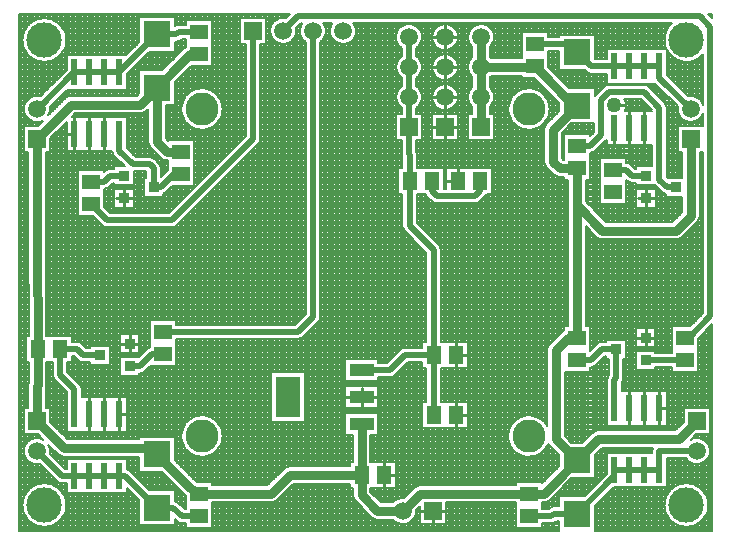
<source format=gtl>
%FSLAX44Y44*%
%MOMM*%
G71*
G01*
G75*
G04 Layer_Physical_Order=1*
G04 Layer_Color=255*
%ADD10C,0.2032*%
%ADD11R,0.9500X0.9000*%
%ADD12R,0.9500X0.9000*%
%ADD13R,0.6000X2.2000*%
%ADD14R,0.6000X2.2000*%
%ADD15R,2.3000X2.3000*%
%ADD16R,1.5000X1.3000*%
%ADD17R,1.3000X1.5000*%
%ADD18R,2.1500X3.5000*%
%ADD19R,2.1500X1.1000*%
%ADD20R,2.1500X1.1000*%
%ADD21C,0.7620*%
%ADD22C,0.5080*%
%ADD23C,0.2540*%
%ADD24C,2.8000*%
%ADD25C,3.0000*%
%ADD26R,1.5000X1.5000*%
%ADD27C,1.5000*%
%ADD28R,1.5000X1.5000*%
%ADD29C,1.2700*%
D10*
X324626Y416560D02*
X324453Y419087D01*
X323938Y421566D01*
X323090Y423953D01*
X321925Y426201D01*
X320464Y428270D01*
X318736Y430121D01*
X316771Y431720D01*
X314607Y433036D01*
X312284Y434045D01*
X309845Y434728D01*
X307336Y435073D01*
X304804D01*
X302295Y434728D01*
X299856Y434045D01*
X297533Y433036D01*
X295369Y431720D01*
X293405Y430121D01*
X291676Y428270D01*
X290215Y426201D01*
X289050Y423953D01*
X288202Y421566D01*
X287687Y419087D01*
X287514Y416560D01*
X287687Y414033D01*
X288202Y411554D01*
X289050Y409167D01*
X290215Y406919D01*
X291676Y404850D01*
X293405Y402999D01*
X295369Y401400D01*
X297533Y400084D01*
X299856Y399075D01*
X302295Y398392D01*
X304804Y398047D01*
X307336D01*
X309845Y398392D01*
X312284Y399075D01*
X314607Y400084D01*
X316771Y401400D01*
X318735Y402999D01*
X320464Y404850D01*
X321925Y406919D01*
X323090Y409167D01*
X323938Y411554D01*
X324453Y414033D01*
X324626Y416560D01*
Y416560D02*
X324453Y419087D01*
X323938Y421566D01*
X323090Y423953D01*
X321925Y426201D01*
X320464Y428270D01*
X318736Y430121D01*
X316771Y431720D01*
X314607Y433036D01*
X312284Y434045D01*
X309845Y434728D01*
X307336Y435073D01*
X304804D01*
X302295Y434728D01*
X299856Y434045D01*
X297533Y433036D01*
X295369Y431720D01*
X293405Y430121D01*
X291676Y428270D01*
X290215Y426201D01*
X289050Y423953D01*
X288202Y421566D01*
X287687Y419087D01*
X287514Y416560D01*
X287687Y414033D01*
X288202Y411554D01*
X289050Y409167D01*
X290215Y406919D01*
X291676Y404850D01*
X293405Y402999D01*
X295369Y401400D01*
X297533Y400084D01*
X299856Y399075D01*
X302295Y398392D01*
X304804Y398047D01*
X307336D01*
X309845Y398392D01*
X312284Y399075D01*
X314607Y400084D01*
X316771Y401400D01*
X318735Y402999D01*
X320464Y404850D01*
X321925Y406919D01*
X323090Y409167D01*
X323938Y411554D01*
X324453Y414033D01*
X324626Y416560D01*
X316492Y436888D02*
X318469Y435566D01*
X320802Y435102D01*
X316492Y436888D02*
X318469Y435566D01*
X320802Y435102D01*
X304976Y472007D02*
X302665Y472937D01*
X300205Y473325D01*
X297720Y473154D01*
X295336Y472430D01*
X293175Y471191D01*
X291346Y469499D01*
X289943Y467441D01*
X289035Y465121D01*
X288670Y462657D01*
X288866Y460174D01*
X289613Y457798D01*
X290873Y455649D01*
X292582Y453837D01*
X294654Y452453D01*
X296983Y451568D01*
X299450Y451227D01*
X301931Y451447D01*
X317372Y459612D02*
X319761Y458015D01*
X322580Y457454D01*
X317372Y459612D02*
X319761Y458015D01*
X322580Y457454D01*
X310553Y460069D02*
X310776Y462280D01*
X310438Y464991D01*
X309447Y467536D01*
X378559Y445762D02*
X376126Y447252D01*
X378559Y445762D02*
X376126Y447252D01*
X307086Y515265D02*
X307746Y518312D01*
X307086Y515265D02*
X307746Y518312D01*
X293014Y520699D02*
X292354Y517652D01*
X293014Y520699D02*
X292354Y517652D01*
X313284Y526948D02*
X313748Y524615D01*
X315070Y522637D01*
X313284Y526948D02*
X313748Y524615D01*
X315070Y522637D01*
X337566Y514858D02*
X337102Y517191D01*
X335780Y519169D01*
X337566Y514858D02*
X337102Y517191D01*
X335780Y519169D01*
X334525Y539249D02*
X336503Y537928D01*
X338836Y537464D01*
X334525Y539249D02*
X336503Y537928D01*
X338836Y537464D01*
X387096Y527964D02*
X389429Y528428D01*
X391407Y529749D01*
X387096Y527964D02*
X389429Y528428D01*
X391407Y529749D01*
X338066Y552951D02*
X336089Y554272D01*
X333756Y554736D01*
X338066Y552951D02*
X336089Y554272D01*
X333756Y554736D01*
X395344Y550008D02*
X392946Y548530D01*
X418300Y402749D02*
X420277Y401428D01*
X422610Y400964D01*
X419600Y418691D02*
X416376Y420379D01*
X419600Y418691D02*
X416376Y420379D01*
X418300Y402749D02*
X420277Y401428D01*
X422610Y400964D01*
X423416Y426866D02*
X424287Y426121D01*
X423416Y426866D02*
X424287Y426121D01*
X456976Y474980D02*
X456789Y477536D01*
X456232Y480038D01*
X455316Y482432D01*
X454062Y484667D01*
X452495Y486695D01*
X450650Y488474D01*
X448566Y489966D01*
X446286Y491138D01*
X443861Y491965D01*
X441340Y492431D01*
X438779Y492524D01*
X436231Y492244D01*
X433751Y491596D01*
X431393Y490593D01*
X429205Y489258D01*
X427235Y487619D01*
X425524Y485710D01*
X424110Y483572D01*
X423022Y481251D01*
X422284Y478797D01*
X421911Y476261D01*
Y473699D01*
X422284Y471163D01*
X423022Y468708D01*
X424110Y466388D01*
X425524Y464250D01*
X427235Y462341D01*
X429205Y460702D01*
X431393Y459367D01*
X433751Y458364D01*
X436231Y457716D01*
X438779Y457436D01*
X441340Y457529D01*
X443861Y457995D01*
X446286Y458822D01*
X448566Y459994D01*
X450650Y461486D01*
X452495Y463265D01*
X454062Y465293D01*
X455316Y467528D01*
X456232Y469922D01*
X456789Y472424D01*
X456976Y474980D01*
X497840Y418694D02*
X500659Y419255D01*
X503049Y420852D01*
X497840Y418694D02*
X500659Y419255D01*
X503049Y420852D01*
X513740Y449326D02*
X510921Y448765D01*
X508531Y447169D01*
X513740Y449326D02*
X510921Y448765D01*
X508531Y447169D01*
X567334Y424790D02*
X567895Y421971D01*
X569491Y419582D01*
X567334Y424790D02*
X567895Y421971D01*
X569491Y419582D01*
X567194Y463436D02*
X567334Y462008D01*
X567194Y463436D02*
X567334Y462008D01*
X456976Y474980D02*
X456789Y477536D01*
X456232Y480038D01*
X455316Y482432D01*
X454062Y484667D01*
X452495Y486695D01*
X450650Y488474D01*
X448566Y489966D01*
X446286Y491138D01*
X443861Y491965D01*
X441340Y492431D01*
X438779Y492524D01*
X436231Y492244D01*
X433751Y491596D01*
X431393Y490593D01*
X429205Y489258D01*
X427235Y487619D01*
X425524Y485710D01*
X424110Y483572D01*
X423022Y481251D01*
X422284Y478797D01*
X421911Y476261D01*
Y473699D01*
X422284Y471163D01*
X423022Y468708D01*
X424110Y466388D01*
X425524Y464250D01*
X427235Y462341D01*
X429205Y460702D01*
X431393Y459367D01*
X433751Y458364D01*
X436231Y457716D01*
X438779Y457436D01*
X441340Y457529D01*
X443861Y457995D01*
X446286Y458822D01*
X448566Y459994D01*
X450650Y461486D01*
X452495Y463265D01*
X454062Y465293D01*
X455316Y467528D01*
X456232Y469922D01*
X456789Y472424D01*
X456976Y474980D01*
X395344Y550008D02*
X392946Y548530D01*
X520700Y557124D02*
X523033Y557588D01*
X525010Y558910D01*
X520700Y557124D02*
X523033Y557588D01*
X525010Y558910D01*
X537710Y571610D02*
X539032Y573587D01*
X539496Y575920D01*
X537710Y571610D02*
X539032Y573587D01*
X539496Y575920D01*
X354489Y653549D02*
X356467Y652228D01*
X358800Y651764D01*
X354489Y653549D02*
X356467Y652228D01*
X358800Y651764D01*
X356870Y684124D02*
X359203Y684588D01*
X361180Y685910D01*
X356870Y684124D02*
X359203Y684588D01*
X361180Y685910D01*
X361950Y701396D02*
X359617Y700932D01*
X357640Y699611D01*
X361950Y701396D02*
X359617Y700932D01*
X357640Y699611D01*
X363476Y716364D02*
X363971Y714123D01*
X365260Y712224D01*
X363476Y716364D02*
X363971Y714123D01*
X365260Y712224D01*
X404676Y701675D02*
X404212Y704008D01*
X402890Y705985D01*
X404676Y701675D02*
X404212Y704008D01*
X402890Y705985D01*
X399461Y709415D02*
X397484Y710736D01*
X395151Y711200D01*
X399461Y709415D02*
X397484Y710736D01*
X395151Y711200D01*
X393954Y723900D02*
X394515Y721081D01*
X396111Y718691D01*
X393954Y723900D02*
X394515Y721081D01*
X396111Y718691D01*
X309447Y746584D02*
X310438Y749129D01*
X310776Y751840D01*
X310653Y753482D01*
X302476Y762547D02*
X299976Y762893D01*
X297463Y762663D01*
X295067Y761869D01*
X292914Y760553D01*
X291116Y758783D01*
X289765Y756650D01*
X288934Y754268D01*
X288664Y751758D01*
X288971Y749253D01*
X289837Y746883D01*
X291219Y744771D01*
X293043Y743028D01*
X295216Y741743D01*
X297623Y740985D01*
X300139Y740792D01*
X302634Y741175D01*
X304976Y742113D01*
X328930Y763016D02*
X326111Y762455D01*
X323722Y760859D01*
X328930Y763016D02*
X326111Y762455D01*
X323722Y760859D01*
X324626Y810260D02*
X324453Y812787D01*
X323938Y815266D01*
X323090Y817653D01*
X321925Y819901D01*
X320464Y821971D01*
X318736Y823821D01*
X316771Y825420D01*
X314607Y826736D01*
X312284Y827745D01*
X309845Y828428D01*
X307336Y828773D01*
X304804D01*
X302295Y828428D01*
X299856Y827745D01*
X297533Y826736D01*
X295369Y825420D01*
X293405Y823821D01*
X291676Y821971D01*
X290215Y819901D01*
X289050Y817653D01*
X288202Y815266D01*
X287687Y812787D01*
X287514Y810260D01*
X287687Y807733D01*
X288202Y805254D01*
X289050Y802867D01*
X290215Y800619D01*
X291676Y798550D01*
X293405Y796699D01*
X295369Y795100D01*
X297533Y793784D01*
X299856Y792775D01*
X302295Y792092D01*
X304804Y791747D01*
X307336D01*
X309845Y792092D01*
X312284Y792775D01*
X314607Y793784D01*
X316771Y795100D01*
X318735Y796699D01*
X320464Y798549D01*
X321925Y800619D01*
X323090Y802867D01*
X323938Y805254D01*
X324453Y807733D01*
X324626Y810260D01*
Y810260D02*
X324453Y812787D01*
X323938Y815266D01*
X323090Y817653D01*
X321925Y819901D01*
X320464Y821971D01*
X318736Y823821D01*
X316771Y825420D01*
X314607Y826736D01*
X312284Y827745D01*
X309845Y828428D01*
X307336Y828773D01*
X304804D01*
X302295Y828428D01*
X299856Y827745D01*
X297533Y826736D01*
X295369Y825420D01*
X293405Y823821D01*
X291676Y821971D01*
X290215Y819901D01*
X289050Y817653D01*
X288202Y815266D01*
X287687Y812787D01*
X287514Y810260D01*
X287687Y807733D01*
X288202Y805254D01*
X289050Y802867D01*
X290215Y800619D01*
X291676Y798550D01*
X293405Y796699D01*
X295369Y795100D01*
X297533Y793784D01*
X299856Y792775D01*
X302295Y792092D01*
X304804Y791747D01*
X307336D01*
X309845Y792092D01*
X312284Y792775D01*
X314607Y793784D01*
X316771Y795100D01*
X318735Y796699D01*
X320464Y798549D01*
X321925Y800619D01*
X323090Y802867D01*
X323938Y805254D01*
X324453Y807733D01*
X324626Y810260D01*
X386990Y748284D02*
X389809Y748845D01*
X392198Y750442D01*
X386990Y748284D02*
X389809Y748845D01*
X392198Y750442D01*
X414020Y651764D02*
X416353Y652228D01*
X418330Y653549D01*
X414020Y651764D02*
X416353Y652228D01*
X418330Y653549D01*
X406886Y680140D02*
X408932Y681489D01*
X406886Y680140D02*
X408932Y681489D01*
X404391Y710412D02*
X406781Y708815D01*
X409600Y708254D01*
X404391Y710412D02*
X406781Y708815D01*
X409600Y708254D01*
X486911Y722130D02*
X488232Y724107D01*
X488696Y726440D01*
X486911Y722130D02*
X488232Y724107D01*
X488696Y726440D01*
X456976Y751840D02*
X456789Y754396D01*
X456232Y756898D01*
X455316Y759292D01*
X454062Y761527D01*
X452495Y763555D01*
X450650Y765334D01*
X448566Y766826D01*
X446286Y767998D01*
X443861Y768825D01*
X441340Y769291D01*
X438779Y769384D01*
X436231Y769104D01*
X433751Y768456D01*
X431393Y767453D01*
X429205Y766118D01*
X427235Y764479D01*
X425524Y762570D01*
X424110Y760432D01*
X423022Y758111D01*
X422284Y755657D01*
X421911Y753121D01*
Y750558D01*
X422284Y748023D01*
X423022Y745568D01*
X424110Y743248D01*
X425524Y741110D01*
X427235Y739201D01*
X429205Y737562D01*
X431393Y736227D01*
X433751Y735224D01*
X436231Y734576D01*
X438779Y734296D01*
X441340Y734389D01*
X443861Y734855D01*
X446286Y735682D01*
X448566Y736854D01*
X450650Y738346D01*
X452495Y740125D01*
X454062Y742153D01*
X455316Y744388D01*
X456232Y746782D01*
X456789Y749284D01*
X456976Y751840D01*
X456789Y754396D01*
X456232Y756898D01*
X455316Y759292D01*
X454062Y761527D01*
X452495Y763555D01*
X450650Y765334D01*
X448566Y766826D01*
X446286Y767998D01*
X443861Y768825D01*
X441340Y769291D01*
X438779Y769384D01*
X436231Y769104D01*
X433751Y768456D01*
X431393Y767453D01*
X429205Y766118D01*
X427235Y764479D01*
X425524Y762570D01*
X424110Y760432D01*
X423022Y758111D01*
X422284Y755657D01*
X421911Y753121D01*
Y750558D01*
X422284Y748023D01*
X423022Y745568D01*
X424110Y743248D01*
X425524Y741110D01*
X427235Y739201D01*
X429205Y737562D01*
X431393Y736227D01*
X433751Y735224D01*
X436231Y734576D01*
X438779Y734296D01*
X441340Y734389D01*
X443861Y734855D01*
X446286Y735682D01*
X448566Y736854D01*
X450650Y738346D01*
X452495Y740125D01*
X454062Y742153D01*
X455316Y744388D01*
X456232Y746782D01*
X456789Y749284D01*
X456976Y751840D01*
X417830Y808884D02*
X420163Y809348D01*
X422141Y810669D01*
X425824Y804568D02*
X424351Y803428D01*
X425824Y804568D02*
X424351Y803428D01*
X417830Y808884D02*
X420163Y809348D01*
X422141Y810669D01*
X420070Y823316D02*
X418121Y822996D01*
X416376Y822069D01*
X420070Y823316D02*
X418121Y822996D01*
X416376Y822069D01*
X519056Y817880D02*
X518833Y820091D01*
X539496Y808656D02*
X541564Y810424D01*
X543137Y812644D01*
X544121Y815180D01*
X544456Y817880D01*
X510211Y828713D02*
X507640Y828930D01*
X505087Y828546D01*
X502694Y827579D01*
X500589Y826085D01*
X498889Y824143D01*
X497685Y821860D01*
X497043Y819360D01*
X496999Y816779D01*
X497554Y814258D01*
X498678Y811935D01*
X500311Y809936D01*
X502362Y808370D01*
X504721Y807321D01*
X507258Y806849D01*
X509836Y806978D01*
X512314Y807700D01*
X514557Y808978D01*
X516442Y810741D01*
X517867Y812893D01*
X518755Y815317D01*
X519056Y817880D01*
X544456D02*
X544205Y820221D01*
X543464Y822457D01*
X542267Y824484D01*
X524533D02*
X523250Y822264D01*
X522514Y819808D01*
X522362Y817249D01*
X522804Y814724D01*
X523816Y812368D01*
X525343Y810309D01*
X527304Y808656D01*
X569856Y817880D02*
X569605Y820221D01*
X568864Y822457D01*
X567667Y824484D01*
X549933D02*
X548633Y822224D01*
X547899Y819723D01*
X547770Y817119D01*
X548255Y814557D01*
X549327Y812180D01*
X550925Y810120D01*
X552961Y808492D01*
X555321Y807385D01*
X557876Y806863D01*
X560481Y806953D01*
X562993Y807650D01*
X565272Y808916D01*
X567191Y810681D01*
X568643Y812846D01*
X569549Y815291D01*
X569856Y817880D01*
X582802Y406272D02*
X585191Y404675D01*
X588010Y404114D01*
X582802Y406272D02*
X585191Y404675D01*
X588010Y404114D01*
X601355D02*
X603155Y402497D01*
X605264Y401310D01*
X607580Y400610D01*
X609994Y400431D01*
X612388Y400781D01*
X614649Y401644D01*
X616668Y402978D01*
X618348Y404719D01*
X619609Y406785D01*
X620391Y409075D01*
X620656Y411480D01*
X610221Y422519D02*
X607749Y422380D01*
X605369Y421694D01*
X603202Y420496D01*
X601355Y418846D01*
X582066Y463296D02*
X581926Y464724D01*
X582066Y463296D02*
X581926Y464724D01*
X624180Y433426D02*
X621361Y432865D01*
X618972Y431269D01*
X624180Y433426D02*
X621361Y432865D01*
X618972Y431269D01*
X737570Y415396D02*
X735237Y414932D01*
X733260Y413611D01*
X737570Y415396D02*
X735237Y414932D01*
X733260Y413611D01*
X735330Y400964D02*
X737663Y401428D01*
X739641Y402749D01*
X735330Y400964D02*
X737663Y401428D01*
X739641Y402749D01*
X728680Y418694D02*
X731499Y419255D01*
X733889Y420852D01*
X728680Y418694D02*
X731499Y419255D01*
X733889Y420852D01*
X732641Y468613D02*
X733932Y466871D01*
X732641Y468613D02*
X733932Y466871D01*
X598678Y524904D02*
X601011Y525368D01*
X602989Y526690D01*
X598678Y524904D02*
X601011Y525368D01*
X602989Y526690D01*
X611238Y549656D02*
X608905Y549192D01*
X606927Y547870D01*
X611238Y549656D02*
X608905Y549192D01*
X606927Y547870D01*
X731774Y483235D02*
X730402Y485409D01*
X728728Y487360D01*
X726787Y489045D01*
X724620Y490428D01*
X722275Y491481D01*
X719801Y492179D01*
X717252Y492509D01*
X714681Y492463D01*
X712145Y492042D01*
X709698Y491255D01*
X707392Y490120D01*
X705276Y488660D01*
X703397Y486906D01*
X701793Y484897D01*
X700500Y482675D01*
X699546Y480288D01*
X698950Y477788D01*
X698726Y475227D01*
X698878Y472661D01*
X699403Y470144D01*
X700290Y467732D01*
X701520Y465475D01*
X703066Y463421D01*
X704896Y461615D01*
X706970Y460096D01*
X709243Y458896D01*
X711667Y458041D01*
X714190Y457549D01*
X716758Y457430D01*
X719316Y457688D01*
X721808Y458317D01*
X724182Y459303D01*
X726387Y460625D01*
X728375Y462255D01*
X730103Y464157D01*
X731536Y466292D01*
X732641Y468613D01*
X731774Y483235D02*
X730402Y485409D01*
X728728Y487360D01*
X726787Y489045D01*
X724620Y490428D01*
X722275Y491481D01*
X719801Y492179D01*
X717252Y492509D01*
X714681Y492463D01*
X712145Y492042D01*
X709698Y491255D01*
X707392Y490120D01*
X705276Y488660D01*
X703397Y486906D01*
X701793Y484897D01*
X700500Y482675D01*
X699546Y480288D01*
X698950Y477788D01*
X698726Y475227D01*
X698878Y472661D01*
X699403Y470144D01*
X700290Y467732D01*
X701520Y465475D01*
X703066Y463421D01*
X704896Y461615D01*
X706970Y460096D01*
X709243Y458896D01*
X711667Y458041D01*
X714190Y457549D01*
X716758Y457430D01*
X719316Y457688D01*
X721808Y458317D01*
X724182Y459303D01*
X726387Y460625D01*
X728375Y462255D01*
X730103Y464157D01*
X731536Y466292D01*
X732641Y468613D01*
X733932Y553189D02*
X732335Y550799D01*
X731774Y547980D01*
X733932Y553189D02*
X732335Y550799D01*
X731774Y547980D01*
X745864Y564656D02*
X744091Y563349D01*
X745864Y564656D02*
X744091Y563349D01*
X775060Y479806D02*
X772241Y479245D01*
X769852Y477649D01*
X775060Y479806D02*
X772241Y479245D01*
X769852Y477649D01*
X868186Y416560D02*
X868013Y419087D01*
X867498Y421566D01*
X866650Y423953D01*
X865485Y426201D01*
X864024Y428270D01*
X862296Y430121D01*
X860331Y431720D01*
X858167Y433036D01*
X855844Y434045D01*
X853405Y434728D01*
X850896Y435073D01*
X848364D01*
X845855Y434728D01*
X843416Y434045D01*
X841093Y433036D01*
X838929Y431720D01*
X836964Y430121D01*
X835236Y428270D01*
X833775Y426201D01*
X832610Y423953D01*
X831762Y421566D01*
X831247Y419087D01*
X831074Y416560D01*
X831247Y414033D01*
X831762Y411554D01*
X832610Y409167D01*
X833775Y406919D01*
X835236Y404850D01*
X836964Y402999D01*
X838929Y401400D01*
X841093Y400084D01*
X843416Y399075D01*
X845855Y398392D01*
X848364Y398047D01*
X850896D01*
X853405Y398392D01*
X855844Y399075D01*
X858167Y400084D01*
X860331Y401400D01*
X862295Y402999D01*
X864024Y404850D01*
X865485Y406919D01*
X866650Y409167D01*
X867498Y411554D01*
X868013Y414033D01*
X868186Y416560D01*
Y416560D02*
X868013Y419087D01*
X867498Y421566D01*
X866650Y423953D01*
X865485Y426201D01*
X864024Y428270D01*
X862296Y430121D01*
X860331Y431720D01*
X858167Y433036D01*
X855844Y434045D01*
X853405Y434728D01*
X850896Y435073D01*
X848364D01*
X845855Y434728D01*
X843416Y434045D01*
X841093Y433036D01*
X838929Y431720D01*
X836964Y430121D01*
X835236Y428270D01*
X833775Y426201D01*
X832610Y423953D01*
X831762Y421566D01*
X831247Y419087D01*
X831074Y416560D01*
X831247Y414033D01*
X831762Y411554D01*
X832610Y409167D01*
X833775Y406919D01*
X835236Y404850D01*
X836964Y402999D01*
X838929Y401400D01*
X841093Y400084D01*
X843416Y399075D01*
X845855Y398392D01*
X848364Y398047D01*
X850896D01*
X853405Y398392D01*
X855844Y399075D01*
X858167Y400084D01*
X860331Y401400D01*
X862295Y402999D01*
X864024Y404850D01*
X865485Y406919D01*
X866650Y409167D01*
X867498Y411554D01*
X868013Y414033D01*
X868186Y416560D01*
X821352Y465074D02*
X820674Y462280D01*
X821352Y465074D02*
X820674Y462280D01*
X849296Y456184D02*
X850949Y454223D01*
X853009Y452695D01*
X855366Y451683D01*
X857893Y451242D01*
X860453Y451394D01*
X862909Y452133D01*
X865129Y453417D01*
X866994Y455178D01*
X868402Y457322D01*
X869278Y459733D01*
X869576Y462280D01*
X869286Y464796D01*
X868431Y467180D01*
X867056Y469307D01*
X865233Y471065D01*
X863057Y472362D01*
X860644Y473130D01*
X858119Y473329D01*
X855615Y472948D01*
X853264Y472007D01*
X768604Y533044D02*
X770937Y533508D01*
X772915Y534829D01*
X768604Y533044D02*
X770937Y533508D01*
X772915Y534829D01*
X784044Y526702D02*
X782953Y524849D01*
X782574Y522732D01*
X784044Y526702D02*
X782953Y524849D01*
X782574Y522732D01*
X794766Y520232D02*
X795857Y522085D01*
X796236Y524202D01*
X794766Y520232D02*
X795857Y522085D01*
X796236Y524202D01*
X778104Y554736D02*
X775771Y554272D01*
X773794Y552951D01*
X778104Y554736D02*
X775771Y554272D01*
X773794Y552951D01*
X609244Y653136D02*
X609708Y650803D01*
X611029Y648826D01*
X609244Y653136D02*
X609708Y650803D01*
X611029Y648826D01*
X641756Y632816D02*
X641292Y635149D01*
X639970Y637127D01*
X641756Y632816D02*
X641292Y635149D01*
X639970Y637127D01*
X633865Y673869D02*
X635842Y672548D01*
X638175Y672084D01*
X633865Y673869D02*
X635842Y672548D01*
X638175Y672084D01*
X628651Y679824D02*
X630030Y677704D01*
X628651Y679824D02*
X630030Y677704D01*
X608584Y713892D02*
X609244Y711133D01*
X608584Y713892D02*
X609244Y711133D01*
X621436Y713232D02*
X620776Y715991D01*
X621436Y713232D02*
X620776Y715991D01*
X670535Y672084D02*
X672868Y672548D01*
X674846Y673869D01*
X670535Y672084D02*
X672868Y672548D01*
X674846Y673869D01*
X679291Y678315D02*
X680395Y679824D01*
X679291Y678315D02*
X680395Y679824D01*
X737082Y696491D02*
X739471Y694895D01*
X742290Y694334D01*
X737082Y696491D02*
X739471Y694895D01*
X742290Y694334D01*
X729234Y707390D02*
X729795Y704571D01*
X731392Y702181D01*
X729234Y707390D02*
X729795Y704571D01*
X731392Y702181D01*
Y739629D02*
X729795Y737239D01*
X729234Y734420D01*
X731392Y739629D02*
X729795Y737239D01*
X729234Y734420D01*
X608584Y771224D02*
X606724Y769677D01*
X605244Y767762D01*
X604217Y765571D01*
X603690Y763210D01*
Y760790D01*
X604217Y758429D01*
X605244Y756238D01*
X606724Y754323D01*
X608584Y752776D01*
X620776Y752776D02*
X622844Y754544D01*
X624417Y756764D01*
X625401Y759300D01*
X625736Y762000D01*
X625401Y764700D01*
X624417Y767236D01*
X622844Y769456D01*
X620776Y771224D01*
X608584Y796624D02*
X606724Y795077D01*
X605244Y793162D01*
X604217Y790971D01*
X603690Y788610D01*
Y786190D01*
X604217Y783829D01*
X605244Y781638D01*
X606724Y779723D01*
X608584Y778176D01*
X620776Y778176D02*
X622844Y779944D01*
X624417Y782164D01*
X625401Y784700D01*
X625736Y787400D01*
X625401Y790100D01*
X624417Y792636D01*
X622844Y794856D01*
X620776Y796624D01*
X656216Y762000D02*
X655918Y764550D01*
X655040Y766962D01*
X653629Y769107D01*
X651762Y770868D01*
X649539Y772152D01*
X647080Y772888D01*
X644517Y773037D01*
X641989Y772591D01*
X639632Y771575D01*
X637573Y770042D01*
X635923Y768075D01*
X634771Y765781D01*
X634179Y763283D01*
Y760716D01*
X634771Y758219D01*
X635923Y755925D01*
X637573Y753958D01*
X639632Y752425D01*
X641989Y751408D01*
X644517Y750963D01*
X647080Y751112D01*
X649539Y751848D01*
X651762Y753132D01*
X653629Y754893D01*
X655040Y757038D01*
X655918Y759450D01*
X656216Y762000D01*
Y787400D02*
X655918Y789950D01*
X655040Y792362D01*
X653629Y794507D01*
X651762Y796268D01*
X649539Y797552D01*
X647080Y798288D01*
X644517Y798437D01*
X641989Y797991D01*
X639632Y796975D01*
X637573Y795442D01*
X635923Y793475D01*
X634771Y791181D01*
X634179Y788683D01*
Y786116D01*
X634771Y783619D01*
X635923Y781325D01*
X637573Y779358D01*
X639632Y777825D01*
X641989Y776808D01*
X644517Y776363D01*
X647080Y776512D01*
X649539Y777248D01*
X651762Y778532D01*
X653629Y780293D01*
X655040Y782438D01*
X655918Y784850D01*
X656216Y787400D01*
X620776Y803576D02*
X622844Y805344D01*
X624417Y807564D01*
X625401Y810100D01*
X625736Y812800D01*
X625447Y815314D01*
X624593Y817695D01*
X623220Y819821D01*
X621401Y821579D01*
X619229Y822877D01*
X616819Y823647D01*
X614297Y823849D01*
X611795Y823473D01*
X609444Y822537D01*
X607367Y821092D01*
X605673Y819212D01*
X604451Y816997D01*
X603765Y814561D01*
X603651Y812034D01*
X604114Y809546D01*
X605130Y807229D01*
X606647Y805204D01*
X608584Y803576D01*
X656216Y812800D02*
X655918Y815350D01*
X655040Y817762D01*
X653629Y819907D01*
X651762Y821668D01*
X649539Y822952D01*
X647080Y823688D01*
X644517Y823837D01*
X641989Y823391D01*
X639632Y822375D01*
X637573Y820842D01*
X635923Y818875D01*
X634771Y816581D01*
X634179Y814083D01*
Y811516D01*
X634771Y809019D01*
X635923Y806725D01*
X637573Y804758D01*
X639632Y803225D01*
X641989Y802208D01*
X644517Y801763D01*
X647080Y801912D01*
X649539Y802648D01*
X651762Y803932D01*
X653629Y805693D01*
X655040Y807838D01*
X655918Y810250D01*
X656216Y812800D01*
X683006Y753755D02*
X684566Y755475D01*
X685731Y757484D01*
X686452Y759691D01*
X686696Y762000D01*
X668274Y770245D02*
X666522Y768253D01*
X665295Y765902D01*
X664664Y763326D01*
Y760674D01*
X665295Y758098D01*
X666522Y755747D01*
X668274Y753755D01*
X686696Y762000D02*
X686452Y764309D01*
X685731Y766516D01*
X684566Y768524D01*
X683006Y770245D01*
X668274Y795645D02*
X666522Y793653D01*
X665295Y791302D01*
X664664Y788726D01*
Y786074D01*
X665295Y783498D01*
X666522Y781147D01*
X668274Y779155D01*
X683006D02*
X683885Y780034D01*
X733836Y751840D02*
X733649Y754396D01*
X733092Y756898D01*
X732176Y759292D01*
X730922Y761527D01*
X729355Y763555D01*
X727510Y765334D01*
X725426Y766826D01*
X723146Y767998D01*
X720721Y768825D01*
X718200Y769291D01*
X715639Y769384D01*
X713091Y769104D01*
X710611Y768456D01*
X708253Y767453D01*
X706065Y766118D01*
X704095Y764479D01*
X702384Y762570D01*
X700970Y760432D01*
X699882Y758111D01*
X699144Y755657D01*
X698771Y753121D01*
Y750558D01*
X699144Y748023D01*
X699882Y745568D01*
X700970Y743248D01*
X702384Y741110D01*
X704095Y739201D01*
X706065Y737562D01*
X708253Y736227D01*
X710611Y735224D01*
X713091Y734576D01*
X715639Y734296D01*
X718200Y734389D01*
X720721Y734855D01*
X723146Y735682D01*
X725426Y736854D01*
X727510Y738346D01*
X729355Y740125D01*
X730922Y742153D01*
X732176Y744388D01*
X733092Y746782D01*
X733649Y749284D01*
X733836Y751840D01*
X733649Y754396D01*
X733092Y756898D01*
X732176Y759292D01*
X730922Y761527D01*
X729355Y763555D01*
X727510Y765334D01*
X725426Y766826D01*
X723146Y767998D01*
X720721Y768825D01*
X718200Y769291D01*
X715639Y769384D01*
X713091Y769104D01*
X710611Y768456D01*
X708253Y767453D01*
X706065Y766118D01*
X704095Y764479D01*
X702384Y762570D01*
X700970Y760432D01*
X699882Y758111D01*
X699144Y755657D01*
X698771Y753121D01*
Y750558D01*
X699144Y748023D01*
X699882Y745568D01*
X700970Y743248D01*
X702384Y741110D01*
X704095Y739201D01*
X706065Y737562D01*
X708253Y736227D01*
X710611Y735224D01*
X713091Y734576D01*
X715639Y734296D01*
X718200Y734389D01*
X720721Y734855D01*
X723146Y735682D01*
X725426Y736854D01*
X727510Y738346D01*
X729355Y740125D01*
X730922Y742153D01*
X732176Y744388D01*
X733092Y746782D01*
X733649Y749284D01*
X733836Y751840D01*
X683885Y794766D02*
X683006Y795645D01*
X686696Y812800D02*
X686394Y815367D01*
X685504Y817794D01*
X684075Y819947D01*
X682185Y821710D01*
X679938Y822986D01*
X677455Y823706D01*
X674874Y823829D01*
X672334Y823350D01*
X669975Y822294D01*
X667925Y820720D01*
X666298Y818712D01*
X665180Y816382D01*
X664634Y813855D01*
X664690Y811271D01*
X665344Y808771D01*
X666561Y806491D01*
X668274Y804555D01*
X683006D02*
X684566Y806275D01*
X685731Y808283D01*
X686452Y810491D01*
X686696Y812800D01*
X773301Y643762D02*
X775691Y642165D01*
X778510Y641604D01*
X773301Y643762D02*
X775691Y642165D01*
X778510Y641604D01*
X768350Y714604D02*
X770683Y715068D01*
X772661Y716390D01*
X768350Y714604D02*
X770683Y715068D01*
X772661Y716390D01*
X781551Y725280D02*
X782114Y725929D01*
X781551Y725280D02*
X782114Y725929D01*
X799600Y690990D02*
X801577Y689668D01*
X803910Y689204D01*
X799600Y690990D02*
X801577Y689668D01*
X803910Y689204D01*
X803140Y704691D02*
X801163Y706012D01*
X798830Y706476D01*
X803140Y704691D02*
X801163Y706012D01*
X798830Y706476D01*
X828810Y681489D02*
X830383Y680353D01*
X832234Y679769D01*
X828810Y681489D02*
X830383Y680353D01*
X832234Y679769D01*
X840740Y641604D02*
X843559Y642165D01*
X845948Y643762D01*
X840740Y641604D02*
X843559Y642165D01*
X845948Y643762D01*
X858649Y656461D02*
X860245Y658851D01*
X860806Y661670D01*
X858649Y656461D02*
X860245Y658851D01*
X860806Y661670D01*
X772930Y763961D02*
X771976Y762725D01*
X772930Y763961D02*
X771976Y762725D01*
X797579Y750556D02*
X798323Y752665D01*
X798576Y754888D01*
X798178Y757666D01*
X797017Y760222D01*
X783907Y772414D02*
X781575Y771950D01*
X779597Y770629D01*
X783907Y772414D02*
X781575Y771950D01*
X779597Y770629D01*
X764349Y783689D02*
X766327Y782368D01*
X768660Y781904D01*
X764349Y783689D02*
X766327Y782368D01*
X768660Y781904D01*
X832866Y753110D02*
X832402Y755443D01*
X831080Y757421D01*
X832866Y753110D02*
X832402Y755443D01*
X831080Y757421D01*
X842607Y754052D02*
X842389Y751515D01*
X842756Y748995D01*
X843690Y746627D01*
X845142Y744535D01*
X847033Y742830D01*
X849264Y741603D01*
X851717Y740919D01*
X854261Y740815D01*
X856761Y741295D01*
X859085Y742334D01*
X861110Y743878D01*
X862729Y745843D01*
X863854Y748127D01*
Y755553D02*
X862683Y757906D01*
X860991Y759916D01*
X858871Y761470D01*
X856444Y762480D01*
X853848Y762888D01*
X851228Y762673D01*
X817872Y770629D02*
X815895Y771950D01*
X813562Y772414D01*
X817872Y770629D02*
X815895Y771950D01*
X813562Y772414D01*
X832749Y802556D02*
X833326Y801400D01*
X832749Y802556D02*
X833326Y801400D01*
X834711Y799226D01*
X836384Y797265D01*
X838313Y795555D01*
X840460Y794128D01*
X842784Y793013D01*
X845241Y792231D01*
X847782Y791796D01*
X850358Y791718D01*
X852921Y791998D01*
X855420Y792630D01*
X857807Y793603D01*
X860037Y794897D01*
X862065Y796487D01*
X863854Y798344D01*
X833326Y801400D02*
X834711Y799226D01*
X836384Y797265D01*
X838313Y795555D01*
X840460Y794128D01*
X842784Y793013D01*
X845241Y792231D01*
X847782Y791796D01*
X850358Y791718D01*
X852921Y791998D01*
X855420Y792630D01*
X857807Y793603D01*
X860037Y794897D01*
X862065Y796487D01*
X863854Y798344D01*
X837713Y824484D02*
X835968Y822817D01*
X834454Y820938D01*
X833196Y818878D01*
X832217Y816672D01*
X831532Y814358D01*
X831153Y811974D01*
X831087Y809561D01*
X831335Y807160D01*
X831892Y804812D01*
X832749Y802556D01*
X837713Y824484D02*
X835968Y822817D01*
X834454Y820938D01*
X833196Y818878D01*
X832217Y816672D01*
X831532Y814358D01*
X831153Y811974D01*
X831087Y809561D01*
X831335Y807160D01*
X831892Y804812D01*
X832749Y802556D01*
X284226Y402336D02*
X294153D01*
X284226Y404368D02*
X292081D01*
X284226Y398272D02*
X302928D01*
X284226Y400304D02*
X297122D01*
X284226Y410464D02*
X288544D01*
X284226Y412496D02*
X287964D01*
X284226Y406400D02*
X290543D01*
X284226Y408432D02*
X289389D01*
X300736Y394716D02*
Y398787D01*
X298704Y394716D02*
Y399529D01*
X304800Y394716D02*
Y398047D01*
X302768Y394716D02*
Y398300D01*
X290576Y394716D02*
Y406349D01*
X288544Y394716D02*
Y410464D01*
X296672Y394716D02*
Y400560D01*
X292608Y394716D02*
Y403789D01*
X294640Y394716D02*
Y401942D01*
X284226Y414528D02*
X287626D01*
X284226Y416560D02*
X287514D01*
X284226Y418592D02*
X287626D01*
X284226Y420624D02*
X287964D01*
X284226Y422656D02*
X288544D01*
X284226Y424688D02*
X289389D01*
X284226Y426720D02*
X290543D01*
X284226Y430784D02*
X294153D01*
X284226Y428752D02*
X292081D01*
X292608Y429331D02*
Y453815D01*
X290576Y426771D02*
Y456065D01*
X296672Y432560D02*
Y451652D01*
X294640Y431178D02*
Y452460D01*
X284226Y432816D02*
X297122D01*
X298704Y433591D02*
Y451271D01*
X284226Y434848D02*
X302928D01*
X300736Y434333D02*
Y451271D01*
X302768Y434820D02*
Y450611D01*
X306832Y394716D02*
Y398020D01*
X308864Y394716D02*
Y398216D01*
X310896Y394716D02*
Y398643D01*
X312928Y394716D02*
Y399318D01*
X314960Y394716D02*
Y400272D01*
X316992Y394716D02*
Y401559D01*
X315018Y400304D02*
X386264D01*
X317987Y402336D02*
X386264D01*
X319024Y394716D02*
Y403274D01*
X321056Y394716D02*
Y405617D01*
X320059Y404368D02*
X386264D01*
X323088Y394716D02*
Y409163D01*
X321597Y426720D02*
X380359D01*
X320059Y428752D02*
X324914D01*
X321597Y406400D02*
X386264D01*
X322751Y424688D02*
X382391D01*
X322751Y408432D02*
X386264D01*
X314960Y432848D02*
Y438419D01*
X312928Y433802D02*
Y440451D01*
X306832Y435100D02*
Y446547D01*
X304800Y435073D02*
Y448579D01*
X309212Y434848D02*
X324914D01*
X308864Y434904D02*
Y444515D01*
X310896Y434477D02*
Y442483D01*
X321056Y427503D02*
Y435102D01*
X319024Y429846D02*
Y435367D01*
X317987Y430784D02*
X324914D01*
X323088Y423957D02*
Y435102D01*
X316992Y431561D02*
Y436439D01*
X315018Y432816D02*
X324914D01*
X320802Y435102D02*
X324914D01*
X284226Y449072D02*
X304307D01*
X284226Y451104D02*
X302275D01*
X284226Y445008D02*
X308371D01*
X284226Y447040D02*
X306339D01*
X284226Y457200D02*
X289900D01*
X284226Y459232D02*
X289092D01*
X284226Y453136D02*
X293505D01*
X284226Y455168D02*
X291255D01*
X284226Y461264D02*
X288711D01*
X284226Y463296D02*
X288711D01*
X284226Y465328D02*
X289092D01*
X284226Y467360D02*
X289900D01*
X284226Y469392D02*
X291255D01*
X284226Y471424D02*
X293505D01*
X284226Y473456D02*
X303527D01*
X302768Y472908D02*
Y474215D01*
X284226Y479552D02*
X288664D01*
X284226Y481584D02*
X288664D01*
X284226Y475488D02*
X301495D01*
X284226Y477520D02*
X288664D01*
X284226Y491744D02*
X288664D01*
X284226Y493776D02*
X288664D01*
X284226Y483616D02*
X288664D01*
X284226Y489712D02*
X288664D01*
X284226Y485648D02*
X288664D01*
X292608Y470745D02*
Y476624D01*
X290576Y468495D02*
Y476624D01*
X300359D02*
X304976Y472007D01*
X294640Y472100D02*
Y476624D01*
X296672Y472908D02*
Y476624D01*
X284226Y487680D02*
X288664D01*
X300736Y473289D02*
Y476247D01*
X288664Y476624D02*
X300359D01*
X298704Y473289D02*
Y476624D01*
X284226Y438912D02*
X314467D01*
X284226Y440944D02*
X312435D01*
X284226Y436880D02*
X316499D01*
X301931Y451447D02*
X316492Y436888D01*
X284226Y442976D02*
X310403D01*
X311389Y459232D02*
X317781D01*
X315453Y455168D02*
X324914D01*
X310553Y460069D02*
X323327Y447294D01*
X313421Y457200D02*
X386264D01*
X321056Y449565D02*
Y457613D01*
X319024Y451597D02*
Y458369D01*
X321549Y449072D02*
X324914D01*
X319517Y451104D02*
X324914D01*
X316992Y453629D02*
Y459991D01*
X317485Y453136D02*
X324914D01*
X322580Y457454D02*
X386264D01*
X310729Y461264D02*
X315719D01*
X309447Y467536D02*
X317372Y459612D01*
X310729Y463296D02*
X313687D01*
X310348Y465328D02*
X311655D01*
X310776Y487041D02*
X325631Y472186D01*
X310776Y489712D02*
X324914D01*
X310776Y487680D02*
X324914D01*
X312928Y457693D02*
Y464055D01*
X310896Y459725D02*
Y466087D01*
X314960Y455661D02*
Y462023D01*
X318265Y479552D02*
X324914D01*
X310776Y491744D02*
X324914D01*
X310776Y493776D02*
X324914D01*
X316233Y481584D02*
X324914D01*
X312169Y485648D02*
X324914D01*
X314201Y483616D02*
X324914D01*
X333248Y394716D02*
Y426804D01*
X331216Y394716D02*
Y426804D01*
X337312Y394716D02*
Y426804D01*
X335280Y394716D02*
Y426804D01*
X327152Y394716D02*
Y426804D01*
X325120Y394716D02*
Y426804D01*
X324914D02*
X337614D01*
X329184Y394716D02*
Y426804D01*
X349504Y394716D02*
Y426804D01*
X347472Y394716D02*
Y426804D01*
X369824Y394716D02*
Y426804D01*
X351536Y394716D02*
Y426804D01*
X341376Y394716D02*
Y426804D01*
X339344Y394716D02*
Y426804D01*
X338026D02*
X350314D01*
X343408Y394716D02*
Y426804D01*
X345440Y394716D02*
Y426804D01*
X355600Y394716D02*
Y426804D01*
X353568Y394716D02*
Y426804D01*
X359664Y394716D02*
Y426804D01*
X357632Y394716D02*
Y426804D01*
X324914D02*
Y435102D01*
X323088Y447533D02*
Y457454D01*
X350726Y426804D02*
X363014D01*
X323327Y447294D02*
X324914D01*
Y455916D01*
X363728Y394716D02*
Y426804D01*
X361696Y394716D02*
Y426804D01*
X367792Y394716D02*
Y426804D01*
X365760Y394716D02*
Y426804D01*
X373888Y394716D02*
Y426804D01*
X371856Y394716D02*
Y426804D01*
X375920Y394716D02*
Y426804D01*
X363426D02*
X376126D01*
Y430953D01*
X324514Y414528D02*
X386264D01*
X324626Y416560D02*
X386264D01*
X323596Y410464D02*
X386264D01*
X324175Y412496D02*
X386264D01*
X323596Y422656D02*
X384423D01*
X376126Y428752D02*
X378327D01*
X324514Y418592D02*
X386264D01*
X324175Y420624D02*
X386264D01*
X382016Y394716D02*
Y425063D01*
X379984Y394716D02*
Y427095D01*
X386080Y394716D02*
Y420999D01*
X384048Y394716D02*
Y423031D01*
X388112Y394716D02*
Y399324D01*
X386264D02*
Y420815D01*
X394208Y394716D02*
Y399324D01*
X390144Y394716D02*
Y399324D01*
X392176Y394716D02*
Y399324D01*
X377952Y394716D02*
Y429127D01*
X376126Y430953D02*
X386264Y420815D01*
X379313Y445008D02*
X386264D01*
X378559Y445762D02*
X394885Y429436D01*
X376126Y447252D02*
Y455916D01*
X377952Y446294D02*
Y457454D01*
X376684Y447040D02*
X386264D01*
X390144Y434177D02*
Y444324D01*
X388112Y436209D02*
Y444324D01*
X394208Y430113D02*
Y444324D01*
X392176Y432145D02*
Y444324D01*
X382016Y442305D02*
Y457454D01*
X379984Y444337D02*
Y457454D01*
X386264Y444324D02*
Y457454D01*
X384048Y440273D02*
Y457454D01*
X386080Y438241D02*
Y457454D01*
X333248Y455916D02*
Y457454D01*
X331216Y455916D02*
Y457454D01*
X337312Y455916D02*
Y457454D01*
X335280Y455916D02*
Y457454D01*
X327152Y455916D02*
Y457454D01*
X325120Y455916D02*
Y457454D01*
X324914Y455916D02*
X337614D01*
X329184D02*
Y457454D01*
X349504Y455916D02*
Y457454D01*
X347472Y455916D02*
Y457454D01*
X353568Y455916D02*
Y457454D01*
X351536Y455916D02*
Y457454D01*
X341376Y455916D02*
Y457454D01*
X339344Y455916D02*
Y457454D01*
X338026Y455916D02*
X350314D01*
X343408D02*
Y457454D01*
X345440Y455916D02*
Y457454D01*
X329184Y472186D02*
Y478804D01*
X327152Y472186D02*
Y478804D01*
X333248Y472186D02*
Y478804D01*
X331216Y472186D02*
Y478804D01*
X335280Y472186D02*
Y478804D01*
X325120Y472697D02*
Y478804D01*
X338026D02*
X350314D01*
X324914D02*
X337614D01*
X337312Y472186D02*
Y478804D01*
X341376Y472186D02*
Y478804D01*
X339344Y472186D02*
Y478804D01*
X345440Y472186D02*
Y478804D01*
X343408Y472186D02*
Y478804D01*
X347472Y472186D02*
Y478804D01*
X353568Y472186D02*
Y478804D01*
X349504Y472186D02*
Y478804D01*
X351536Y472186D02*
Y478804D01*
X363728Y455916D02*
Y457454D01*
X361696Y455916D02*
Y457454D01*
X363426Y455916D02*
X376126D01*
X365760D02*
Y457454D01*
X357632Y455916D02*
Y457454D01*
X355600Y455916D02*
Y457454D01*
X350726Y455916D02*
X363014D01*
X325631Y472186D02*
X386264D01*
X359664Y455916D02*
Y457454D01*
X376126Y453136D02*
X386264D01*
X376126Y455168D02*
X386264D01*
X376126Y449072D02*
X386264D01*
X376126Y451104D02*
X386264D01*
X369824Y455916D02*
Y457454D01*
X367792Y455916D02*
Y457454D01*
X375920Y455916D02*
Y457454D01*
X371856Y455916D02*
Y457454D01*
X373888Y455916D02*
Y457454D01*
X357632Y472186D02*
Y478804D01*
X355600Y472186D02*
Y478804D01*
X363728Y472186D02*
Y478804D01*
X359664Y472186D02*
Y478804D01*
X361696Y472186D02*
Y478804D01*
X324361Y473456D02*
X386264D01*
X350726Y478804D02*
X363014D01*
Y478804D02*
X376126D01*
X367792Y472186D02*
Y478804D01*
X365760Y472186D02*
Y478804D01*
X371856Y472186D02*
Y478804D01*
X369824Y472186D02*
Y478804D01*
X373888Y472186D02*
Y478804D01*
X386264Y472186D02*
Y474436D01*
X375920Y472186D02*
Y478804D01*
X284226Y495808D02*
X288664D01*
X284226Y497840D02*
X288664D01*
X284226Y499872D02*
X292354D01*
X284226Y501904D02*
X292354D01*
X284226Y508000D02*
X292354D01*
X284226Y516128D02*
X292354D01*
X284226Y503936D02*
X292354D01*
X284226Y505968D02*
X292354D01*
X288664Y498736D02*
X292354D01*
X288664Y476624D02*
Y498736D01*
X307086D02*
X310776D01*
X292354D02*
Y517652D01*
X284226Y510032D02*
X292354D01*
X284226Y512064D02*
X292354D01*
X284226Y514096D02*
X292354D01*
X284226Y518160D02*
X292372D01*
X307086Y498736D02*
Y515265D01*
X284480Y394716D02*
Y832104D01*
X284226Y394716D02*
Y832104D01*
X288544Y422656D02*
Y804164D01*
X286512Y394716D02*
Y832104D01*
X284226Y520192D02*
X292806D01*
X284226Y522224D02*
X293014D01*
X284226Y524256D02*
X293014D01*
X284226Y528320D02*
X293014D01*
X284226Y526288D02*
X293014D01*
X290576Y498736D02*
Y537584D01*
X308864Y498736D02*
Y537584D01*
X292608Y519570D02*
Y537584D01*
X293014Y520699D02*
Y537584D01*
X307746Y518312D02*
Y537584D01*
X307086Y503936D02*
X324914D01*
X307086Y505968D02*
X324914D01*
X307086Y499872D02*
X324914D01*
X307086Y501904D02*
X324914D01*
X307086Y512064D02*
X325374D01*
X307086Y514096D02*
X323611D01*
X307086Y508000D02*
X325374D01*
X307086Y510032D02*
X325374D01*
X310776Y487041D02*
Y498736D01*
X321056Y476761D02*
Y516651D01*
X324914Y478804D02*
Y507916D01*
X323088Y474729D02*
Y514619D01*
X307415Y516128D02*
X321579D01*
X307744Y518160D02*
X319547D01*
X310776Y495808D02*
X324914D01*
X310776Y497840D02*
X324914D01*
X325374Y507916D02*
Y512333D01*
X312928Y484889D02*
Y537584D01*
X310896Y486921D02*
Y537584D01*
X307746Y520192D02*
X317515D01*
X307746Y522224D02*
X315483D01*
X307746Y526288D02*
X313320D01*
X307746Y528320D02*
X313284D01*
X307746Y524256D02*
X313911D01*
X316992Y480825D02*
Y520715D01*
X314960Y482857D02*
Y522750D01*
X319024Y478793D02*
Y518683D01*
X315070Y522637D02*
X325374Y512333D01*
X325476Y529473D02*
Y537584D01*
X313284Y526948D02*
Y537584D01*
X326629Y528320D02*
X369954D01*
X325476Y530352D02*
X369954D01*
X325476Y529473D02*
X335780Y519169D01*
X284226Y534416D02*
X293014D01*
X284226Y538480D02*
X290324D01*
X284226Y530352D02*
X293014D01*
X284226Y532384D02*
X293014D01*
X284226Y544576D02*
X290324D01*
X284226Y546608D02*
X290324D01*
X284226Y540512D02*
X290324D01*
X284226Y542544D02*
X290324D01*
X284226Y550672D02*
X290324D01*
X284226Y552704D02*
X290324D01*
X284226Y548640D02*
X290324D01*
Y537584D02*
Y559696D01*
X284226Y554736D02*
X290324D01*
X284226Y556768D02*
X290324D01*
X284226Y558800D02*
X290324D01*
X284226Y560832D02*
X292924D01*
X290324Y559696D02*
X292932D01*
X284226Y566928D02*
X292879D01*
X284226Y568960D02*
X292864D01*
X284226Y562864D02*
X292909D01*
X284226Y564896D02*
X292894D01*
X284226Y577088D02*
X292804D01*
X284226Y579120D02*
X292789D01*
X284226Y570992D02*
X292849D01*
X284226Y575056D02*
X292819D01*
X284226Y573024D02*
X292834D01*
X292608Y559696D02*
Y603700D01*
X290576Y559696D02*
Y715384D01*
X284226Y581152D02*
X292774D01*
X292354Y638139D02*
X292932Y559696D01*
X284226Y589280D02*
X292714D01*
X284226Y591312D02*
X292699D01*
X284226Y583184D02*
X292759D01*
X284226Y587248D02*
X292729D01*
X284226Y585216D02*
X292744D01*
X307746Y534416D02*
X313284D01*
X284226Y536448D02*
X293014D01*
X307746Y530352D02*
X313284D01*
X307746Y532384D02*
X313284D01*
X307746Y537584D02*
X309324D01*
X290324D02*
X293014D01*
X307746Y536448D02*
X313284D01*
X307665Y559696D02*
X309324D01*
Y537584D02*
X310436D01*
X325476Y536448D02*
X344954D01*
X309324Y537584D02*
X310436D01*
X325476Y532384D02*
X369954D01*
X325476Y534416D02*
X369954D01*
X309324Y559696D02*
X310436D01*
X309324D02*
X310436D01*
Y537584D02*
X313284D01*
X310436Y559696D02*
X329436D01*
X325476Y537584D02*
X329436D01*
X307086Y638227D02*
X307665Y559696D01*
X308864D02*
Y715384D01*
X307656Y560832D02*
X369954D01*
X307641Y562864D02*
X395344D01*
X307581Y570992D02*
X395344D01*
X307566Y573024D02*
X395344D01*
X307626Y564896D02*
X395344D01*
X307596Y568960D02*
X395344D01*
X307611Y566928D02*
X395344D01*
X321056Y559696D02*
Y737359D01*
X323088Y559696D02*
Y739391D01*
X327152Y559696D02*
Y716364D01*
X325120Y559696D02*
Y716364D01*
X310896Y559696D02*
Y727199D01*
X312928Y559696D02*
Y729231D01*
X314960Y559696D02*
Y731263D01*
X316992Y559696D02*
Y733295D01*
X319024Y559696D02*
Y735327D01*
X337566Y507916D02*
Y514858D01*
X341376Y507916D02*
Y537464D01*
X338026Y507916D02*
X350314D01*
X344954Y535504D02*
X361566D01*
X345440Y507916D02*
Y535504D01*
X351536Y507916D02*
Y535504D01*
X349504Y507916D02*
Y535504D01*
X350726Y507916D02*
X363014D01*
X353568D02*
Y535504D01*
X347472Y507916D02*
Y535504D01*
X359664Y507916D02*
Y535504D01*
X355600Y507916D02*
Y535504D01*
X357632Y507916D02*
Y535504D01*
X329184Y525765D02*
Y537584D01*
X327152Y527797D02*
Y537584D01*
X333248Y521701D02*
Y540527D01*
X331216Y523733D02*
Y542544D01*
X329436Y540512D02*
X333263D01*
X329436Y537584D02*
Y542544D01*
Y538480D02*
X335466D01*
X331231Y542544D02*
X334525Y539249D01*
X339344Y507916D02*
Y537464D01*
X337312Y516599D02*
Y537658D01*
X343408Y507916D02*
Y537464D01*
X361696Y507916D02*
Y651764D01*
X335280Y519669D02*
Y538609D01*
X344954Y535504D02*
Y537464D01*
X338836D02*
X344954D01*
X361566Y535504D02*
Y551616D01*
X376126Y478804D02*
Y507916D01*
X363014D02*
X376126D01*
X377952Y472186D02*
Y526004D01*
X371856Y507916D02*
Y526004D01*
X328661Y526288D02*
X369954D01*
Y526004D02*
X386566D01*
X373888Y507916D02*
Y526004D01*
X375920Y507916D02*
Y526004D01*
X382016Y472186D02*
Y526004D01*
X379984Y472186D02*
Y526004D01*
X386080Y472186D02*
Y526004D01*
X384048Y472186D02*
Y526004D01*
X386566D02*
Y527964D01*
X388112Y474436D02*
Y528049D01*
X390144Y474436D02*
Y528781D01*
X365760Y507916D02*
Y651764D01*
X363728Y507916D02*
Y651764D01*
X369824Y507916D02*
Y651764D01*
X367792Y507916D02*
Y651764D01*
X361566Y536448D02*
X369954D01*
Y526004D02*
Y542116D01*
X361566Y538480D02*
X369954D01*
X361566Y540512D02*
X369954D01*
Y542116D02*
X386531D01*
X392176Y474436D02*
Y530519D01*
X386080Y542116D02*
Y545004D01*
X394208Y474436D02*
Y532551D01*
X386531Y542116D02*
X392946Y548530D01*
X375920Y542116D02*
Y545004D01*
X373888Y542116D02*
Y545004D01*
X382016Y542116D02*
Y545004D01*
X377952Y542116D02*
Y545004D01*
X379984Y542116D02*
Y545004D01*
X329436Y542544D02*
X331231D01*
X329436D02*
X331231D01*
X329436Y554736D02*
X333756D01*
X329436D02*
X333756D01*
X329436Y556768D02*
X369954D01*
X329436Y558800D02*
X369954D01*
X341361Y549656D02*
X344954D01*
X338066Y552951D02*
X341361Y549656D01*
X361566Y546608D02*
X369954D01*
X361566Y548640D02*
X369954D01*
X340345Y550672D02*
X344954D01*
Y549656D02*
Y551616D01*
X361566Y550672D02*
X369954D01*
X338313Y552704D02*
X369954D01*
X344954Y551616D02*
X361566D01*
X339344Y551673D02*
Y661164D01*
X337312Y553591D02*
Y661164D01*
X343408Y549656D02*
Y661164D01*
X341376Y549656D02*
Y661164D01*
X329436Y554736D02*
Y559696D01*
X329184D02*
Y716364D01*
X335280Y554542D02*
Y661164D01*
X331216Y554736D02*
Y716364D01*
X333248Y554736D02*
Y716364D01*
X357632Y551616D02*
Y651877D01*
X355600Y551616D02*
Y652671D01*
X369954Y545004D02*
Y561116D01*
X359664Y551616D02*
Y651764D01*
X347472Y551616D02*
Y660567D01*
X345440Y551616D02*
Y661164D01*
X353568Y551616D02*
Y654471D01*
X349504Y551616D02*
Y658535D01*
X351536Y551616D02*
Y656503D01*
X384048Y542116D02*
Y545004D01*
X371856Y542116D02*
Y545004D01*
X361566Y542544D02*
X386959D01*
X361566Y544576D02*
X388991D01*
X333756Y554736D02*
X369954D01*
Y545004D02*
X386566D01*
Y546608D02*
X391023D01*
X386566Y548640D02*
X393058D01*
X395344Y550008D02*
Y553164D01*
X386566Y554736D02*
X395344D01*
X386566Y556768D02*
X395344D01*
X386566Y552704D02*
X395344D01*
Y553164D02*
Y554276D01*
Y553164D02*
Y554276D01*
X375920Y561116D02*
Y651764D01*
X373888Y561116D02*
Y651764D01*
X369954Y561116D02*
X386566D01*
X377952D02*
Y651764D01*
X371856Y561116D02*
Y651764D01*
X384048Y561116D02*
Y651764D01*
X379984Y561116D02*
Y651764D01*
X382016Y561116D02*
Y651764D01*
X386566Y545004D02*
Y561116D01*
X388112Y543697D02*
Y651764D01*
X392176Y547761D02*
Y651764D01*
X390144Y545729D02*
Y651764D01*
X394208Y549499D02*
Y651764D01*
X386080Y561116D02*
Y651764D01*
X386566Y558800D02*
X395344D01*
X386566Y560832D02*
X395344D01*
Y554276D02*
Y573276D01*
X404368Y394716D02*
Y399324D01*
X402336Y394716D02*
Y399324D01*
X408432Y394716D02*
Y399324D01*
X406400Y394716D02*
Y399324D01*
X398272Y394716D02*
Y399324D01*
X396240Y394716D02*
Y399324D01*
X386264D02*
X416376D01*
X400304Y394716D02*
Y399324D01*
X412496Y394716D02*
Y399324D01*
X410464Y394716D02*
Y399324D01*
X414528Y394716D02*
Y399324D01*
X418592Y394716D02*
Y402476D01*
X420624Y394716D02*
Y401297D01*
X416376Y402336D02*
X418757D01*
X424688Y394716D02*
Y400964D01*
X422656Y394716D02*
Y400964D01*
X416560Y394716D02*
Y404489D01*
X416376Y399324D02*
Y404673D01*
X418300Y402749D01*
X416376Y420379D02*
Y429436D01*
X416560Y420342D02*
Y433723D01*
X416376Y426720D02*
X423567D01*
X416376Y424688D02*
X425824D01*
X422656Y415635D02*
Y427627D01*
X419600Y418691D02*
X425135Y413156D01*
X424688Y413603D02*
Y425830D01*
X420624Y417667D02*
Y429659D01*
X418592Y419504D02*
Y431691D01*
X425824Y416004D02*
Y417116D01*
X428752Y394716D02*
Y397004D01*
X426720Y394716D02*
Y397004D01*
X284226Y394716D02*
X741864D01*
X284226Y396240D02*
X741864D01*
X309212Y398272D02*
X425824D01*
Y397004D02*
Y400964D01*
Y397004D02*
X447936D01*
X416376Y400304D02*
X425824D01*
X442976Y394716D02*
Y397004D01*
X440944Y394716D02*
Y397004D01*
X447040Y394716D02*
Y397004D01*
X445008Y394716D02*
Y397004D01*
X432816Y394716D02*
Y397004D01*
X430784Y394716D02*
Y397004D01*
X438912Y394716D02*
Y397004D01*
X434848Y394716D02*
Y397004D01*
X436880Y394716D02*
Y397004D01*
X423763Y414528D02*
X425824D01*
X421731Y416560D02*
X425824D01*
X422610Y400964D02*
X425824D01*
Y413156D02*
Y416004D01*
X416376Y422656D02*
X425824D01*
X424287Y426121D02*
X425824Y425002D01*
X419699Y418592D02*
X425824D01*
X416376Y420624D02*
X425824D01*
Y417116D02*
Y425002D01*
X447936Y408432D02*
X580641D01*
X447936Y397004D02*
Y416004D01*
Y404368D02*
X586092D01*
X447936Y406400D02*
X582673D01*
X425824Y416004D02*
Y417116D01*
X447936Y418592D02*
X570481D01*
X447936Y410464D02*
X578609D01*
X447936Y414528D02*
X574545D01*
X447936Y412496D02*
X576577D01*
X389473Y434848D02*
X415435D01*
X387441Y436880D02*
X413403D01*
X393537Y430784D02*
X419499D01*
X391505Y432816D02*
X417467D01*
X381345Y442976D02*
X407307D01*
X386264Y444324D02*
X405959D01*
X385409Y438912D02*
X411371D01*
X383377Y440944D02*
X409339D01*
X412496Y429436D02*
Y437787D01*
X410464Y429436D02*
Y439819D01*
X416376Y428752D02*
X421531D01*
X414528Y429436D02*
Y435755D01*
X400304Y429436D02*
Y444324D01*
X398272Y429436D02*
Y444324D01*
X394885Y429436D02*
X416376D01*
X406400D02*
Y443883D01*
X408432Y429436D02*
Y441851D01*
X402336Y429436D02*
Y444324D01*
X396240Y429436D02*
Y444324D01*
X404368Y429436D02*
Y444324D01*
X386264Y474436D02*
X416376D01*
X322329Y475488D02*
X421871D01*
X320297Y477520D02*
X422049D01*
X376126Y479552D02*
X422470D01*
X376126Y483616D02*
X424135D01*
X376126Y481584D02*
X423153D01*
X422656Y448461D02*
Y469766D01*
X416376Y454741D02*
Y474436D01*
X405959Y444324D02*
X423416Y426866D01*
X424688Y446429D02*
Y465431D01*
X416376Y471424D02*
X422228D01*
X416376Y473456D02*
X421930D01*
X416376Y465328D02*
X424755D01*
X416376Y469392D02*
X422777D01*
X416376Y467360D02*
X423604D01*
X428141Y442976D02*
X504339D01*
X416376Y454741D02*
X433427Y437690D01*
X426109Y445008D02*
X506371D01*
X424077Y447040D02*
X508403D01*
X422045Y449072D02*
X511822D01*
X420013Y451104D02*
X564644D01*
X417981Y453136D02*
X567334D01*
X416376Y457200D02*
X567334D01*
X416376Y455168D02*
X567334D01*
X433427Y437690D02*
X435587Y436116D01*
X436880D02*
Y457609D01*
X447936Y433426D02*
X494789D01*
X435587Y436116D02*
X447936D01*
X438912D02*
Y457431D01*
X440944Y436116D02*
Y457490D01*
X434539Y436880D02*
X498243D01*
X430173Y440944D02*
X502307D01*
X432205Y438912D02*
X500275D01*
X416376Y461264D02*
X428462D01*
X426720Y444397D02*
Y462859D01*
X416376Y459232D02*
X431660D01*
X416376Y463296D02*
X426317D01*
X376126Y485648D02*
X425477D01*
X376126Y487680D02*
X427299D01*
X376126Y491744D02*
X434206D01*
X376126Y489712D02*
X429871D01*
X442976Y436116D02*
Y457788D01*
X434848Y436655D02*
Y458030D01*
X445008Y436116D02*
Y458337D01*
X447040Y436116D02*
Y459164D01*
X430784Y440333D02*
Y459695D01*
X428752Y442365D02*
Y461037D01*
X432816Y438301D02*
Y458713D01*
X444634Y491744D02*
X498254D01*
X447180Y459232D02*
X567334D01*
X453136Y394716D02*
Y418694D01*
X451104Y394716D02*
Y418694D01*
X457200Y394716D02*
Y418694D01*
X455168Y394716D02*
Y418694D01*
X447936Y416004D02*
Y417116D01*
Y418694D01*
Y416004D02*
Y417116D01*
X449072Y394716D02*
Y418694D01*
X471424Y394716D02*
Y418694D01*
X469392Y394716D02*
Y418694D01*
X475488Y394716D02*
Y418694D01*
X473456Y394716D02*
Y418694D01*
X461264Y394716D02*
Y418694D01*
X459232Y394716D02*
Y418694D01*
X467360Y394716D02*
Y418694D01*
X463296Y394716D02*
Y418694D01*
X465328Y394716D02*
Y418694D01*
X489712Y394716D02*
Y418694D01*
X487680Y394716D02*
Y418694D01*
X493776Y394716D02*
Y418694D01*
X491744Y394716D02*
Y418694D01*
X479552Y394716D02*
Y418694D01*
X477520Y394716D02*
Y418694D01*
X485648Y394716D02*
Y418694D01*
X481584Y394716D02*
Y418694D01*
X483616Y394716D02*
Y418694D01*
X505968Y394716D02*
Y423771D01*
X508000Y394716D02*
Y425803D01*
X510032Y394716D02*
Y427835D01*
X512064Y394716D02*
Y429867D01*
X497840Y394716D02*
Y418694D01*
X495808Y394716D02*
Y418694D01*
X499872Y394716D02*
Y418980D01*
X501904Y394716D02*
Y419917D01*
X503936Y394716D02*
Y421739D01*
X514096Y394716D02*
Y431899D01*
X516128Y394716D02*
Y433931D01*
X532384Y394716D02*
Y434594D01*
X528320Y394716D02*
Y434594D01*
X447936Y416560D02*
X572513D01*
X530352Y394716D02*
Y434594D01*
X447936Y398272D02*
X705224D01*
X447936Y402336D02*
X603385D01*
X447936Y400304D02*
X705224D01*
X536448Y394716D02*
Y434594D01*
X534416Y394716D02*
Y434594D01*
X566928Y394716D02*
Y430904D01*
X564896Y394716D02*
Y430904D01*
X570992Y394716D02*
Y418081D01*
X568960Y394716D02*
Y420174D01*
X575056Y394716D02*
Y414017D01*
X569491Y419582D02*
X582802Y406272D01*
X573024Y394716D02*
Y416049D01*
X540512Y394716D02*
Y434594D01*
X538480Y394716D02*
Y434594D01*
X544576Y394716D02*
Y434594D01*
X542544Y394716D02*
Y434594D01*
X520192Y394716D02*
Y434594D01*
X518160Y394716D02*
Y434594D01*
X526288Y394716D02*
Y434594D01*
X522224Y394716D02*
Y434594D01*
X524256Y394716D02*
Y434594D01*
X558800Y394716D02*
Y434594D01*
X556768Y394716D02*
Y434594D01*
X562864Y394716D02*
Y434594D01*
X560832Y394716D02*
Y434594D01*
X548640Y394716D02*
Y434594D01*
X546608Y394716D02*
Y434594D01*
X554736Y394716D02*
Y434594D01*
X550672Y394716D02*
Y434594D01*
X552704Y394716D02*
Y434594D01*
X447936Y433426D02*
Y436116D01*
X449072Y433426D02*
Y460315D01*
X447936Y418694D02*
X497840D01*
X451104Y433426D02*
Y461877D01*
X447936Y434848D02*
X496211D01*
X453136Y433426D02*
Y464022D01*
X454705Y483616D02*
X560254D01*
X453363Y485648D02*
X560254D01*
X503049Y420852D02*
X516791Y434594D01*
X494789Y433426D02*
X508531Y447169D01*
X455168Y433426D02*
Y467220D01*
X455686Y481584D02*
X560254D01*
X456370Y479552D02*
X560254D01*
X501904Y440541D02*
Y486944D01*
X499872Y438509D02*
Y486944D01*
X505968Y444605D02*
Y486944D01*
X503936Y442573D02*
Y486944D01*
X451541Y487680D02*
X498254D01*
X448969Y489712D02*
X498254D01*
Y486944D02*
X526866D01*
X508000Y446637D02*
Y486944D01*
X510032Y448325D02*
Y486944D01*
X514096Y449326D02*
Y486944D01*
X512064Y449133D02*
Y486944D01*
X518160Y449326D02*
Y486944D01*
X516128Y449326D02*
Y486944D01*
X522224Y449326D02*
Y486944D01*
X520192Y449326D02*
Y486944D01*
X524256Y449326D02*
Y486944D01*
X526288Y449326D02*
Y486944D01*
X526866Y487680D02*
X560254D01*
X506885Y424688D02*
X567335D01*
X508917Y426720D02*
X567334D01*
X502811Y420624D02*
X568625D01*
X504853Y422656D02*
X567650D01*
X515013Y432816D02*
X564644D01*
X513740Y449326D02*
X564644D01*
X510949Y428752D02*
X567334D01*
X450378Y461264D02*
X567334D01*
X512981Y430784D02*
X567334D01*
Y424790D02*
Y430904D01*
X564644D02*
Y434594D01*
X516791D02*
X564644D01*
Y449326D02*
Y453016D01*
Y430904D02*
X567334D01*
X564644Y453016D02*
X567334D01*
Y462008D01*
X455236Y467360D02*
X567194D01*
X456063Y469392D02*
X567194D01*
X452523Y463296D02*
X567196D01*
X454085Y465328D02*
X567194D01*
X456791Y477520D02*
X560254D01*
X526866Y491744D02*
X560254D01*
X456612Y471424D02*
X567194D01*
X456910Y473456D02*
X567194D01*
X456969Y475488D02*
X567194D01*
X562864Y449326D02*
Y475944D01*
X560832Y449326D02*
Y475944D01*
X566928Y453016D02*
Y475944D01*
X564896Y453016D02*
Y475944D01*
X560254D02*
X567194D01*
X526866Y489712D02*
X560254D01*
X567194Y463436D02*
Y475944D01*
X398272Y474436D02*
Y534164D01*
X396240Y474436D02*
Y534164D01*
X406400Y474436D02*
Y534164D01*
X400304Y474436D02*
Y534164D01*
X402336Y474436D02*
Y534164D01*
X391407Y529749D02*
X395821Y534164D01*
X417456D01*
X404368Y474436D02*
Y534164D01*
X416560Y454557D02*
Y534164D01*
X412496Y474436D02*
Y534164D01*
X420624Y450493D02*
Y557124D01*
X410464Y474436D02*
Y534164D01*
X408432Y474436D02*
Y534164D01*
X414528Y474436D02*
Y534164D01*
X417456D02*
Y553164D01*
X422656Y480194D02*
Y557124D01*
X424688Y484529D02*
Y557124D01*
X418592Y452525D02*
Y557124D01*
X428752Y488923D02*
Y557124D01*
X426720Y487101D02*
Y557124D01*
X432816Y491246D02*
Y557124D01*
X430784Y490265D02*
Y557124D01*
X438912Y492529D02*
Y557124D01*
X434848Y491930D02*
Y557124D01*
X436880Y492351D02*
Y557124D01*
X453136Y485938D02*
Y557124D01*
X451104Y488083D02*
Y557124D01*
X457200Y433426D02*
Y557124D01*
X455168Y482740D02*
Y557124D01*
X442976Y492172D02*
Y557124D01*
X440944Y492470D02*
Y557124D01*
X449072Y489645D02*
Y557124D01*
X445008Y491623D02*
Y557124D01*
X447040Y490796D02*
Y557124D01*
X337566Y512064D02*
X498254D01*
X337432Y516128D02*
X498254D01*
X337566Y508000D02*
X498254D01*
X337566Y510032D02*
X498254D01*
X332725Y522224D02*
X498254D01*
X330693Y524256D02*
X498254D01*
X336594Y518160D02*
X498254D01*
X334757Y520192D02*
X498254D01*
X376126Y497840D02*
X498254D01*
X376126Y499872D02*
X498254D01*
X376126Y493776D02*
X498254D01*
X376126Y495808D02*
X498254D01*
X337566Y514096D02*
X498254D01*
X386566Y526288D02*
X498254D01*
X376126Y501904D02*
X498254D01*
X376126Y505968D02*
X498254D01*
X376126Y503936D02*
X498254D01*
X461264Y433426D02*
Y557124D01*
X459232Y433426D02*
Y557124D01*
X389149Y528320D02*
X498254D01*
X392009Y530352D02*
X560254D01*
X394041Y532384D02*
X560254D01*
X417456Y534416D02*
X560254D01*
X417456Y536448D02*
X560254D01*
X417456Y540512D02*
X599569D01*
X417456Y538480D02*
X560254D01*
X475488Y433426D02*
Y557124D01*
X473456Y433426D02*
Y557124D01*
X479552Y433426D02*
Y557124D01*
X477520Y433426D02*
Y557124D01*
X465328Y433426D02*
Y557124D01*
X463296Y433426D02*
Y557124D01*
X471424Y433426D02*
Y557124D01*
X467360Y433426D02*
Y557124D01*
X469392Y433426D02*
Y557124D01*
X386566Y550672D02*
X395344D01*
Y573276D02*
X417456D01*
X396240D02*
Y651764D01*
X400304Y573276D02*
Y651764D01*
X398272Y573276D02*
Y651764D01*
X404368Y573276D02*
Y651764D01*
X402336Y573276D02*
Y651764D01*
X417456Y554276D02*
Y557124D01*
Y569316D02*
Y573276D01*
Y553164D02*
Y554276D01*
Y553164D02*
Y554276D01*
X408432Y573276D02*
Y651764D01*
X406400Y573276D02*
Y651764D01*
X410464Y573276D02*
Y651764D01*
X412496Y573276D02*
Y651764D01*
X414528Y573276D02*
Y651785D01*
X426720Y569316D02*
Y661939D01*
X428752Y569316D02*
Y663971D01*
X430784Y569316D02*
Y666003D01*
X432816Y569316D02*
Y668035D01*
X416560Y573276D02*
Y652318D01*
X418592Y569316D02*
Y653811D01*
X420624Y569316D02*
Y655843D01*
X422656Y569316D02*
Y657875D01*
X424688Y569316D02*
Y659907D01*
X445008Y569316D02*
Y680227D01*
X447040Y569316D02*
Y682259D01*
X449072Y569316D02*
Y684291D01*
X451104Y569316D02*
Y686323D01*
X434848Y569316D02*
Y670067D01*
X436880Y569316D02*
Y672099D01*
X438912Y569316D02*
Y674131D01*
X440944Y569316D02*
Y676163D01*
X442976Y569316D02*
Y678195D01*
X417456Y569316D02*
X518175D01*
X417456Y570992D02*
X519851D01*
X417456Y573024D02*
X521883D01*
X307551Y575056D02*
X523915D01*
X307537Y577088D02*
X525947D01*
X307521Y579120D02*
X527304D01*
X307507Y581152D02*
X527304D01*
X307477Y585216D02*
X527304D01*
X307492Y583184D02*
X527304D01*
X417456Y542544D02*
X601601D01*
X417456Y544576D02*
X603633D01*
X417456Y546608D02*
X605665D01*
X417456Y548640D02*
X607868D01*
X417456Y552704D02*
X625604D01*
X417456Y557124D02*
X520700D01*
X417456Y550672D02*
X625604D01*
X417456Y556768D02*
X629564D01*
X417456Y554736D02*
X629564D01*
X457200Y569316D02*
Y692419D01*
X459232Y569316D02*
Y694451D01*
X461264Y569316D02*
Y696483D01*
X463296Y569316D02*
Y698515D01*
X453136Y569316D02*
Y688355D01*
X455168Y569316D02*
Y690387D01*
X307462Y587248D02*
X527304D01*
X307432Y591312D02*
X527304D01*
X307447Y589280D02*
X527304D01*
X475488Y569316D02*
Y710707D01*
X477520Y569316D02*
Y712739D01*
X479552Y569316D02*
Y714771D01*
X481584Y569316D02*
Y716803D01*
X465328Y569316D02*
Y700547D01*
X467360Y569316D02*
Y702579D01*
X469392Y569316D02*
Y704611D01*
X471424Y569316D02*
Y706643D01*
X473456Y569316D02*
Y708675D01*
X487680Y433426D02*
Y557124D01*
X481584Y433426D02*
Y557124D01*
X491744Y433426D02*
Y557124D01*
X489712Y433426D02*
Y557124D01*
X495808Y434445D02*
Y557124D01*
X493776Y433426D02*
Y557124D01*
X498254Y486944D02*
Y529056D01*
X497840Y436477D02*
Y557124D01*
X560254Y498944D02*
Y517056D01*
X526866Y486944D02*
Y529056D01*
Y501904D02*
X560254D01*
X526866Y503936D02*
X560254D01*
X526866Y514096D02*
X560254D01*
X526866Y516128D02*
X560254D01*
X526866Y508000D02*
X560254D01*
X526866Y512064D02*
X560254D01*
X526866Y510032D02*
X560254D01*
X485648Y433426D02*
Y557124D01*
X483616Y433426D02*
Y557124D01*
X528320Y449326D02*
Y562219D01*
X530352Y449326D02*
Y564251D01*
X532384Y449326D02*
Y566283D01*
X534416Y449326D02*
Y568315D01*
X536448Y449326D02*
Y570347D01*
X538480Y449326D02*
Y572550D01*
X540512Y449326D02*
Y809415D01*
X554736Y449326D02*
Y807598D01*
X552704Y449326D02*
Y808656D01*
X558800Y449326D02*
Y806824D01*
X556768Y449326D02*
Y807012D01*
X542544Y449326D02*
Y811665D01*
X544576Y449326D02*
Y824484D01*
X550672Y449326D02*
Y810385D01*
X546608Y449326D02*
Y824484D01*
X548640Y449326D02*
Y813520D01*
X526866Y493776D02*
X560254D01*
Y475944D02*
Y494056D01*
X588866D01*
X560832D02*
Y498944D01*
X526866Y499872D02*
X560254D01*
X526866Y505968D02*
X560254D01*
X526866Y495808D02*
X625604D01*
X526866Y497840D02*
X625604D01*
X560254Y498944D02*
X588866D01*
X564896Y494056D02*
Y498944D01*
X562864Y494056D02*
Y498944D01*
X568960Y494056D02*
Y498944D01*
X566928Y494056D02*
Y498944D01*
X573024Y494056D02*
Y498944D01*
X570992Y494056D02*
Y498944D01*
X575056Y494056D02*
Y498944D01*
X560254Y517056D02*
X588866D01*
X560254Y521944D02*
X588866D01*
X526866Y518160D02*
X629564D01*
X526866Y520192D02*
X629564D01*
X526866Y526288D02*
X560254D01*
X526866Y528320D02*
X560254D01*
X526866Y522224D02*
X560254D01*
X526866Y524256D02*
X560254D01*
Y521944D02*
Y540056D01*
X564896Y517056D02*
Y521944D01*
X562864Y517056D02*
Y521944D01*
X566928Y517056D02*
Y521944D01*
X560832Y517056D02*
Y521944D01*
X573024Y517056D02*
Y521944D01*
X568960Y517056D02*
Y521944D01*
X570992Y517056D02*
Y521944D01*
X503936Y529056D02*
Y557124D01*
X501904Y529056D02*
Y557124D01*
X508000Y529056D02*
Y557124D01*
X505968Y529056D02*
Y557124D01*
X483616Y569316D02*
Y718835D01*
X485648Y569316D02*
Y720867D01*
X499872Y529056D02*
Y557124D01*
X487680Y569316D02*
Y723070D01*
X512064Y529056D02*
Y557124D01*
X510032Y529056D02*
Y557124D01*
X516128Y529056D02*
Y557124D01*
X514096Y529056D02*
Y557124D01*
X520192Y529056D02*
Y557124D01*
X518160Y529056D02*
Y557124D01*
X522224Y529056D02*
Y557318D01*
X524256Y529056D02*
Y558269D01*
X501904Y569316D02*
Y808656D01*
X499872Y569316D02*
Y810385D01*
X505968Y569316D02*
Y807012D01*
X503936Y569316D02*
Y807598D01*
X491744Y569316D02*
Y806824D01*
X489712Y569316D02*
Y806824D01*
X497840Y569316D02*
Y813520D01*
X493776Y569316D02*
Y832104D01*
X495808Y569316D02*
Y832104D01*
X508000Y569316D02*
Y806824D01*
X510032Y569316D02*
Y807012D01*
X512064Y569316D02*
Y807598D01*
X514096Y569316D02*
Y808656D01*
X516128Y569316D02*
Y810385D01*
X518160Y569316D02*
Y813520D01*
X524256Y575397D02*
Y811665D01*
X520192Y571333D02*
Y821451D01*
X522224Y573365D02*
Y823483D01*
X526288Y529056D02*
Y560187D01*
X498254Y529056D02*
X526866D01*
X524898Y558800D02*
X629564D01*
X525010Y558910D02*
X537710Y571610D01*
X518175Y569316D02*
X527304Y578445D01*
X526933Y560832D02*
X629564D01*
X528965Y562864D02*
X629564D01*
X530997Y564896D02*
X629564D01*
X560254Y540056D02*
X588866D01*
X533029Y566928D02*
X629564D01*
X535061Y568960D02*
X629564D01*
X537093Y570992D02*
X629564D01*
X538764Y573024D02*
X629564D01*
X539435Y575056D02*
X629564D01*
X539496Y577088D02*
X629564D01*
X527304Y578445D02*
Y808656D01*
X526288Y577429D02*
Y809415D01*
X539496Y579120D02*
X629564D01*
X539496Y575920D02*
Y808656D01*
Y589280D02*
X629564D01*
X539496Y591312D02*
X629564D01*
X539496Y581152D02*
X629564D01*
X539496Y587248D02*
X629564D01*
X539496Y585216D02*
X629564D01*
X568960Y540056D02*
Y813520D01*
X570992Y540056D02*
Y824484D01*
X575056Y540056D02*
Y824484D01*
X573024Y540056D02*
Y824484D01*
X560832Y540056D02*
Y807012D01*
X562864Y540056D02*
Y807598D01*
X539496Y583184D02*
X629564D01*
X564896Y540056D02*
Y808656D01*
X566928Y540056D02*
Y810385D01*
X284226Y640080D02*
X292354D01*
X284226Y642112D02*
X292354D01*
X284226Y636016D02*
X292370D01*
X284226Y638048D02*
X292355D01*
X284226Y648208D02*
X292354D01*
X284226Y650240D02*
X292354D01*
X284226Y644144D02*
X292354D01*
X284226Y646176D02*
X292354D01*
X284226Y621792D02*
X292475D01*
X284226Y623824D02*
X292460D01*
X284226Y617728D02*
X292505D01*
X284226Y619760D02*
X292490D01*
X284226Y631952D02*
X292400D01*
X284226Y633984D02*
X292385D01*
X284226Y625856D02*
X292445D01*
X284226Y629920D02*
X292415D01*
X284226Y627888D02*
X292430D01*
X284226Y656336D02*
X292354D01*
X284226Y658368D02*
X292354D01*
X284226Y652272D02*
X292354D01*
X284226Y654304D02*
X292354D01*
X284226Y666496D02*
X292354D01*
X284226Y668528D02*
X292354D01*
X284226Y660400D02*
X292354D01*
X284226Y664464D02*
X292354D01*
X284226Y662432D02*
X292354D01*
X284226Y672592D02*
X292354D01*
X284226Y674624D02*
X292354D01*
X284226Y670560D02*
X292354D01*
Y638200D02*
Y715384D01*
X284226Y682752D02*
X292354D01*
X284226Y684784D02*
X292354D01*
X284226Y676656D02*
X292354D01*
X284226Y680720D02*
X292354D01*
X284226Y678688D02*
X292354D01*
X284226Y597408D02*
X292654D01*
X284226Y599440D02*
X292639D01*
X284226Y593344D02*
X292684D01*
X284226Y595376D02*
X292669D01*
X284226Y605536D02*
X292595D01*
X284226Y607568D02*
X292579D01*
X284226Y601472D02*
X292624D01*
X284226Y603504D02*
X292609D01*
X284226Y613664D02*
X292535D01*
X284226Y615696D02*
X292520D01*
X284226Y609600D02*
X292565D01*
X284226Y611632D02*
X292550D01*
X307086Y658368D02*
X349671D01*
X307086Y660400D02*
X347639D01*
X307086Y652272D02*
X356364D01*
X307086Y656336D02*
X351703D01*
X307086Y654304D02*
X353735D01*
X307086Y666496D02*
X334384D01*
X307086Y668528D02*
X334384D01*
X307086Y662432D02*
X334384D01*
X307086Y664464D02*
X334384D01*
X307086Y676656D02*
X334384D01*
X307086Y678688D02*
X334384D01*
X307086Y670560D02*
X334384D01*
X307086Y674624D02*
X334384D01*
X307086Y672592D02*
X334384D01*
Y661164D02*
Y680164D01*
X307086Y638227D02*
Y715384D01*
X334384Y661164D02*
X346875D01*
X334384Y680164D02*
Y681276D01*
X307086Y682752D02*
X334384D01*
X307086Y684784D02*
X334384D01*
X307086Y680720D02*
X334384D01*
Y681276D02*
Y700276D01*
Y680164D02*
Y681276D01*
X284226Y690880D02*
X292354D01*
X284226Y692912D02*
X292354D01*
X284226Y686816D02*
X292354D01*
X284226Y688848D02*
X292354D01*
X284226Y699008D02*
X292354D01*
X284226Y701040D02*
X292354D01*
X284226Y694944D02*
X292354D01*
X284226Y696976D02*
X292354D01*
X284226Y707136D02*
X292354D01*
X284226Y709168D02*
X292354D01*
X284226Y703072D02*
X292354D01*
X284226Y705104D02*
X292354D01*
X284226Y711200D02*
X292354D01*
X284226Y713232D02*
X292354D01*
X284226Y715264D02*
X292354D01*
X288664Y715384D02*
X292354D01*
X307086D02*
X310776D01*
X284226Y721360D02*
X288664D01*
X284226Y723392D02*
X288664D01*
X284226Y717296D02*
X288664D01*
X284226Y719328D02*
X288664D01*
X284226Y731520D02*
X288664D01*
X284226Y733552D02*
X288664D01*
X284226Y725424D02*
X288664D01*
X284226Y729488D02*
X288664D01*
X284226Y727456D02*
X288664D01*
X284226Y735584D02*
X288664D01*
Y715384D02*
Y737496D01*
X300359D01*
X296672D02*
Y741212D01*
X284226Y737616D02*
X300479D01*
X298704Y737496D02*
Y740831D01*
X284226Y739648D02*
X302511D01*
X300736Y737873D02*
Y740831D01*
X302768Y739905D02*
Y741212D01*
X307086Y690880D02*
X334384D01*
X307086Y692912D02*
X334384D01*
X307086Y686816D02*
X334384D01*
X307086Y688848D02*
X334384D01*
X307086Y694944D02*
X334384D01*
X307086Y696976D02*
X334384D01*
X307086Y699008D02*
X334384D01*
X307086Y703072D02*
X365274D01*
X307086Y701040D02*
X359897D01*
X334384Y700276D02*
X356496D01*
X335280D02*
Y716364D01*
X307086Y705104D02*
X372379D01*
X307086Y707136D02*
X370347D01*
X307086Y715264D02*
X363608D01*
X324914Y716364D02*
X338026D01*
X307086Y709168D02*
X368315D01*
X307086Y713232D02*
X364446D01*
X307086Y711200D02*
X366283D01*
X310776Y717296D02*
X324914D01*
X310776Y715384D02*
Y727079D01*
Y719328D02*
X324914D01*
X310776Y721360D02*
X324914D01*
X311153Y727456D02*
X324914D01*
X313185Y729488D02*
X324914D01*
X310776Y723392D02*
X324914D01*
X310776Y727079D02*
X324914Y741217D01*
X310776Y725424D02*
X324914D01*
X337312Y700276D02*
Y716364D01*
X338026Y716364D02*
X350314D01*
X321313Y737616D02*
X324914D01*
X323345Y739648D02*
X324914D01*
X315217Y731520D02*
X324914D01*
X317249Y733552D02*
X324914D01*
X319281Y735584D02*
X324914D01*
X346875Y661164D02*
X354489Y653549D01*
X356496Y668785D02*
X361325Y663956D01*
X356496Y670560D02*
X365274D01*
X356496Y680164D02*
Y681276D01*
Y672592D02*
X365274D01*
X356496Y680720D02*
X365274D01*
X367792Y663956D02*
Y668244D01*
X365760Y663956D02*
Y668244D01*
X371856Y663956D02*
Y668244D01*
X369824Y663956D02*
Y668244D01*
X356753Y668528D02*
X365274D01*
X356496Y668785D02*
Y680164D01*
Y674624D02*
X365274D01*
X356496Y678688D02*
X365274D01*
X356496Y676656D02*
X365274D01*
X356496Y680164D02*
Y681276D01*
X357632Y667649D02*
Y684172D01*
X359664Y665617D02*
Y684802D01*
X361696Y663956D02*
Y686425D01*
X356496Y681276D02*
Y684124D01*
Y682752D02*
X365274D01*
X361180Y685910D02*
X364475Y689204D01*
X365274Y668244D02*
Y684356D01*
X363728Y663956D02*
Y688457D01*
X371856Y684356D02*
Y687244D01*
X365760Y684356D02*
Y687244D01*
X364119Y688848D02*
X365274D01*
X364475Y689204D02*
X365274D01*
X369824Y684356D02*
Y687244D01*
X365274D02*
Y689204D01*
X367792Y684356D02*
Y687244D01*
X375920Y663956D02*
Y668244D01*
X373888Y663956D02*
Y668244D01*
X379984Y663956D02*
Y668244D01*
X377952Y663956D02*
Y668244D01*
X365274D02*
X381886D01*
Y680720D02*
X390274D01*
X400304Y663956D02*
Y677744D01*
X398272Y663956D02*
Y677744D01*
X404368Y663956D02*
Y677744D01*
X402336Y663956D02*
Y677744D01*
X381886Y678688D02*
X390274D01*
X381886Y682752D02*
X390274D01*
X396240Y663956D02*
Y677744D01*
X392176Y663956D02*
Y677744D01*
X394208Y663956D02*
Y677744D01*
X373888Y684356D02*
Y687244D01*
X365274Y684356D02*
X381886D01*
X379984D02*
Y687244D01*
X377952Y684356D02*
Y687244D01*
X375920Y684356D02*
Y687244D01*
X359629Y684784D02*
X390274D01*
X362087Y686816D02*
X390274D01*
X365274Y687244D02*
X381886D01*
X384048Y663956D02*
Y699008D01*
X382016Y663956D02*
Y699008D01*
X390144Y663956D02*
Y699008D01*
X386080Y663956D02*
Y699008D01*
X381886Y668244D02*
Y684356D01*
X381886Y687244D02*
Y699008D01*
Y688848D02*
X390274D01*
X388112Y663956D02*
Y699008D01*
X390274Y677744D02*
Y693856D01*
X356496Y698467D02*
X357640Y699611D01*
X356496Y698467D02*
Y700276D01*
X365274Y701396D02*
Y703356D01*
X363728Y701396D02*
Y714793D01*
X361950Y701396D02*
X365274D01*
X365260Y712224D02*
X374127Y703356D01*
X381886Y690880D02*
X390274D01*
X381886Y692912D02*
X390274D01*
X381886Y699008D02*
X392484D01*
X392176Y693856D02*
Y699008D01*
X367792Y703356D02*
Y709691D01*
X365760Y703356D02*
Y711723D01*
X365274Y703356D02*
X374127D01*
X369824D02*
Y707659D01*
X371856Y703356D02*
Y705627D01*
X341376Y700276D02*
Y716364D01*
X339344Y700276D02*
Y716364D01*
X345440Y700276D02*
Y716364D01*
X343408Y700276D02*
Y716364D01*
X347472Y700276D02*
Y716364D01*
X350726D02*
X363014D01*
X349504Y700276D02*
Y716364D01*
X351536Y700276D02*
Y716364D01*
X355600Y700276D02*
Y716364D01*
X353568Y700276D02*
Y716364D01*
X359664Y700951D02*
Y716364D01*
X357632Y699603D02*
Y716364D01*
X361696Y701391D02*
Y716364D01*
X376126Y718599D02*
X383525Y711200D01*
X381886Y694944D02*
X392484D01*
X381886Y696976D02*
X392484D01*
X390274Y693856D02*
X392484D01*
Y699008D01*
X381886D02*
X392484D01*
X383525Y711200D02*
X395151D01*
X383525D02*
X395151D01*
X379461Y715264D02*
X399539D01*
X381493Y713232D02*
X401571D01*
X399461Y709415D02*
X402890Y705985D01*
X404368Y703588D02*
Y710435D01*
X395151Y711200D02*
X403603D01*
X400304Y708572D02*
Y714499D01*
X402336Y706540D02*
Y712467D01*
X376126Y723392D02*
X393971D01*
X376126Y725424D02*
X393954D01*
X376126Y719328D02*
X395545D01*
X376126Y721360D02*
X394406D01*
X376126Y737616D02*
X393954D01*
X376126Y739648D02*
X393954D01*
X376126Y727456D02*
X393954D01*
X376126Y735584D02*
X393954D01*
X376126Y729488D02*
X393954D01*
X396240Y711102D02*
Y718563D01*
X394208Y711200D02*
Y721982D01*
X398272Y710340D02*
Y716531D01*
X396111Y718691D02*
X404391Y710412D01*
X376126Y731520D02*
X393954D01*
X376126Y733552D02*
X393954D01*
X377429Y717296D02*
X397507D01*
X284226Y745744D02*
X290496D01*
X284226Y747776D02*
X289438D01*
X284226Y741680D02*
X295360D01*
X284226Y743712D02*
X292225D01*
X284226Y749808D02*
X288852D01*
X284226Y751840D02*
X288664D01*
X284226Y753872D02*
X288852D01*
X284226Y755904D02*
X289438D01*
X292608Y737496D02*
Y743375D01*
X290576Y737496D02*
Y745625D01*
X294640Y737496D02*
Y742020D01*
X300359Y737496D02*
X304976Y742113D01*
X284226Y757936D02*
X290496D01*
X284226Y759968D02*
X292225D01*
X310896Y748033D02*
Y753725D01*
X292608Y760305D02*
Y797489D01*
X290576Y758055D02*
Y800049D01*
X284226Y762000D02*
X295360D01*
X284226Y764032D02*
X303961D01*
X284226Y766064D02*
X305993D01*
X284226Y768096D02*
X308025D01*
X284226Y772160D02*
X312089D01*
X284226Y770128D02*
X310057D01*
X296672Y762468D02*
Y794260D01*
X294640Y761660D02*
Y795642D01*
X302768Y762839D02*
Y792000D01*
X300736Y762849D02*
Y792487D01*
X304800Y764871D02*
Y791748D01*
X298704Y762849D02*
Y793229D01*
X306832Y766903D02*
Y791720D01*
X308864Y768935D02*
Y791916D01*
X310896Y770967D02*
Y792343D01*
X310588Y749808D02*
X312671D01*
X312928Y750065D02*
Y755757D01*
X310776Y751840D02*
X314703D01*
X309447Y746584D02*
X323722Y760859D01*
X311043Y753872D02*
X316735D01*
X314960Y752097D02*
Y757789D01*
X313075Y755904D02*
X318767D01*
X315107Y757936D02*
X320799D01*
X324914Y716364D02*
Y741217D01*
X316992Y754129D02*
Y759821D01*
X329173Y745476D02*
X338026D01*
X329173D02*
X331981Y748284D01*
X317139Y759968D02*
X322831D01*
X319024Y756161D02*
Y761853D01*
X319171Y762000D02*
X325197D01*
X328930Y763016D02*
X383939D01*
X321056Y758193D02*
Y763885D01*
X312928Y772999D02*
Y793018D01*
X310653Y753482D02*
X325535Y768364D01*
X302476Y762547D02*
X324914Y784985D01*
X284226Y774192D02*
X314121D01*
X314960Y775031D02*
Y793972D01*
X284226Y776224D02*
X316153D01*
X284226Y778256D02*
X318185D01*
X316992Y777063D02*
Y795259D01*
X323088Y760225D02*
Y765917D01*
X325120Y761954D02*
Y767949D01*
X327152Y762798D02*
Y768364D01*
X325535D02*
X337614D01*
X329184Y763016D02*
Y768364D01*
X321203Y764032D02*
X384955D01*
X323235Y766064D02*
X386264D01*
X325267Y768096D02*
X386264D01*
X284226Y796544D02*
X293572D01*
X284226Y798576D02*
X291654D01*
X284226Y792480D02*
X300760D01*
X284226Y794512D02*
X296255D01*
X284226Y804672D02*
X288375D01*
X284226Y806704D02*
X287858D01*
X284226Y800608D02*
X290222D01*
X284226Y802640D02*
X289151D01*
X284226Y808736D02*
X287577D01*
X284226Y810768D02*
X287521D01*
X319024Y779095D02*
Y796974D01*
X284226Y812800D02*
X287689D01*
X284226Y814832D02*
X288086D01*
X284226Y816864D02*
X288729D01*
X284226Y818896D02*
X289646D01*
X284226Y822960D02*
X292541D01*
X284226Y820928D02*
X290887D01*
X290576Y820471D02*
Y832104D01*
X288544Y816356D02*
Y832104D01*
X294640Y824878D02*
Y832104D01*
X292608Y823031D02*
Y832104D01*
X284226Y824992D02*
X294788D01*
X296672Y826260D02*
Y832104D01*
X284226Y827024D02*
X298114D01*
X298704Y827291D02*
Y832104D01*
X300736Y828033D02*
Y832104D01*
X314960Y826548D02*
Y832104D01*
X312928Y827502D02*
Y832104D01*
X319024Y823546D02*
Y832104D01*
X316992Y825261D02*
Y832104D01*
X304800Y828773D02*
Y832104D01*
X302768Y828520D02*
Y832104D01*
X310896Y828177D02*
Y832104D01*
X306832Y828800D02*
Y832104D01*
X308864Y828604D02*
Y832104D01*
X284226Y780288D02*
X320217D01*
X284226Y782320D02*
X322249D01*
X284226Y784352D02*
X324281D01*
X284226Y786384D02*
X324914D01*
X315885Y794512D02*
X324914D01*
X318568Y796544D02*
X324914D01*
X284226Y788416D02*
X324914D01*
X284226Y790448D02*
X324914D01*
X311380Y792480D02*
X324914D01*
X321056Y781127D02*
Y799317D01*
X323088Y783159D02*
Y802863D01*
X324914Y797476D02*
X337614D01*
X324914Y784985D02*
Y797476D01*
X320486Y798576D02*
X376295D01*
X321918Y800608D02*
X378327D01*
X322989Y802640D02*
X380359D01*
X323765Y804672D02*
X382391D01*
X324282Y806704D02*
X384423D01*
X322494Y818896D02*
X386264D01*
X321253Y820928D02*
X386264D01*
X319599Y822960D02*
X386264D01*
X321056Y821203D02*
Y832104D01*
X317352Y824992D02*
X386264D01*
X284226Y829056D02*
X386264D01*
X314026Y827024D02*
X386264D01*
X327152Y797476D02*
Y832104D01*
X325120Y797476D02*
Y832104D01*
X324563Y808736D02*
X386264D01*
X329184Y797476D02*
Y832104D01*
X323411Y816864D02*
X386264D01*
X323088Y817657D02*
Y832104D01*
X324619Y810768D02*
X386264D01*
X324054Y814832D02*
X386264D01*
X324451Y812800D02*
X386264D01*
X339344Y745476D02*
Y748284D01*
X338026Y745476D02*
X350314D01*
X341376D02*
Y748284D01*
X331216Y745476D02*
Y747519D01*
X333248Y745476D02*
Y748284D01*
X337312Y745476D02*
Y748284D01*
X335280Y745476D02*
Y748284D01*
X345440Y745476D02*
Y748284D01*
X347472Y745476D02*
Y748284D01*
X349504Y745476D02*
Y748284D01*
X343408Y745476D02*
Y748284D01*
X359664Y745476D02*
Y748284D01*
X355600Y745476D02*
Y748284D01*
X357632Y745476D02*
Y748284D01*
X343408Y763016D02*
Y768364D01*
X341376Y763016D02*
Y768364D01*
X347472Y763016D02*
Y768364D01*
X345440Y763016D02*
Y768364D01*
X333248Y763016D02*
Y768364D01*
X331216Y763016D02*
Y768364D01*
X339344Y763016D02*
Y768364D01*
X335280Y763016D02*
Y768364D01*
X337312Y763016D02*
Y768364D01*
X351536Y745476D02*
Y748284D01*
X349504Y763016D02*
Y768364D01*
X353568Y745476D02*
Y748284D01*
X351536Y763016D02*
Y768364D01*
X355600Y763016D02*
Y768364D01*
X353568Y763016D02*
Y768364D01*
X361696Y763016D02*
Y768364D01*
X357632Y763016D02*
Y768364D01*
X359664Y763016D02*
Y768364D01*
X350726Y745476D02*
X363014D01*
X361696D02*
Y748284D01*
X363426Y745476D02*
X376126D01*
X363728D02*
Y748284D01*
X367792Y745476D02*
Y748284D01*
X365760Y745476D02*
Y748284D01*
X329441Y745744D02*
X393954D01*
X331473Y747776D02*
X393954D01*
X369824Y745476D02*
Y748284D01*
X376126Y718599D02*
Y745476D01*
X377952Y716773D02*
Y748284D01*
X386080Y711200D02*
Y748284D01*
X379984Y714741D02*
Y748284D01*
X373888Y745476D02*
Y748284D01*
X371856Y745476D02*
Y748284D01*
X376126Y741680D02*
X393954D01*
X375920Y745476D02*
Y748284D01*
X376126Y743712D02*
X393954D01*
X367792Y763016D02*
Y768364D01*
X365760Y763016D02*
Y768364D01*
X331981Y748284D02*
X386990D01*
X382016Y712709D02*
Y748284D01*
X369824Y763016D02*
Y768364D01*
X363728Y763016D02*
Y768364D01*
X375920Y763016D02*
Y768364D01*
X377952Y763016D02*
Y782991D01*
X379984Y763016D02*
Y785023D01*
X384048Y711200D02*
Y748284D01*
X388112Y711200D02*
Y748370D01*
X390144Y711200D02*
Y748994D01*
X392176Y711200D02*
Y750419D01*
X391476Y749808D02*
X393954D01*
X392198Y750442D02*
X393954Y752197D01*
Y723900D02*
Y752197D01*
X333248Y797476D02*
Y832104D01*
X331216Y797476D02*
Y832104D01*
X338026Y768364D02*
X350314D01*
X337312Y797476D02*
Y832104D01*
X341376Y797476D02*
Y832104D01*
X339344Y797476D02*
Y832104D01*
X338026Y797476D02*
X350314D01*
X349504D02*
Y832104D01*
X371856Y763016D02*
Y768364D01*
X350726D02*
X363014D01*
X363426D02*
X376126D01*
X373888Y763016D02*
Y768364D01*
X353568Y797476D02*
Y832104D01*
X351536Y797476D02*
Y832104D01*
X376126Y768364D02*
Y781165D01*
X350726Y797476D02*
X363014D01*
X363426D02*
X375195D01*
X359664D02*
Y832104D01*
X357632Y797476D02*
Y832104D01*
X363728Y797476D02*
Y832104D01*
X361696Y797476D02*
Y832104D01*
X343408Y797476D02*
Y832104D01*
X335280Y797476D02*
Y832104D01*
X355600Y797476D02*
Y832104D01*
X345440Y797476D02*
Y832104D01*
X347472Y797476D02*
Y832104D01*
X367792Y797476D02*
Y832104D01*
X365760Y797476D02*
Y832104D01*
X371856Y797476D02*
Y832104D01*
X369824Y797476D02*
Y832104D01*
X375920Y798201D02*
Y832104D01*
X373888Y797476D02*
Y832104D01*
X382016Y804297D02*
Y832104D01*
X377952Y800233D02*
Y832104D01*
X379984Y802265D02*
Y832104D01*
X376126Y770128D02*
X386264D01*
X382016Y763016D02*
Y787055D01*
X376126Y772160D02*
X386264D01*
X376126Y774192D02*
X386264D01*
X377281Y782320D02*
X386264D01*
X379313Y784352D02*
X386264D01*
X376126Y776224D02*
X386264D01*
X376126Y780288D02*
X386264D01*
X376126Y778256D02*
X386264D01*
X384048Y763125D02*
Y789087D01*
X386080Y765157D02*
Y791119D01*
X383939Y763016D02*
X386264Y765341D01*
Y785036D01*
X388112D02*
Y793151D01*
X390144Y785036D02*
Y795183D01*
X392176Y785036D02*
Y797215D01*
X394208Y785036D02*
Y799247D01*
X404368Y785036D02*
Y799924D01*
X386080Y808361D02*
Y832104D01*
X384048Y806329D02*
Y832104D01*
X376126Y781165D02*
X394885Y799924D01*
X375195Y797476D02*
X386264Y808545D01*
Y830036D01*
X388112D02*
Y832104D01*
X394208Y830036D02*
Y832104D01*
X390144Y830036D02*
Y832104D01*
X392176Y830036D02*
Y832104D01*
X398272Y785036D02*
Y799924D01*
X396240Y785036D02*
Y799924D01*
X402336Y785036D02*
Y799924D01*
X400304Y785036D02*
Y799924D01*
X398272Y830036D02*
Y832104D01*
X396240Y830036D02*
Y832104D01*
X404368Y830036D02*
Y832104D01*
X400304Y830036D02*
Y832104D01*
X402336Y830036D02*
Y832104D01*
X307162Y627888D02*
X527304D01*
X307147Y629920D02*
X527304D01*
X307267Y613664D02*
X527304D01*
X307252Y615696D02*
X527304D01*
X361325Y663956D02*
X411495D01*
X360817Y664464D02*
X412003D01*
X358800Y651764D02*
X414020D01*
X358785Y666496D02*
X414035D01*
X381886Y668528D02*
X416067D01*
X406400Y663956D02*
Y677744D01*
X381886Y670560D02*
X418099D01*
X390274Y677744D02*
X406886D01*
X381886Y672592D02*
X420131D01*
X381886Y676656D02*
X424195D01*
X381886Y674624D02*
X422163D01*
X408432Y663956D02*
Y681041D01*
X410464Y663956D02*
Y683021D01*
X412496Y664957D02*
Y685053D01*
X411495Y663956D02*
X476504Y728965D01*
X406886Y677744D02*
Y680140D01*
Y678688D02*
X426227D01*
X407992Y680720D02*
X428259D01*
X416560Y669021D02*
Y686564D01*
X414528Y666989D02*
Y686564D01*
X418592Y671053D02*
Y686564D01*
X418330Y653549D02*
X486911Y722130D01*
X422656Y675117D02*
Y686564D01*
X420624Y673085D02*
Y686564D01*
X428752Y681213D02*
Y686564D01*
X424688Y677149D02*
Y686564D01*
X426720Y679181D02*
Y686564D01*
X307222Y619760D02*
X527304D01*
X307207Y621792D02*
X527304D01*
X307282Y611632D02*
X527304D01*
X307237Y617728D02*
X527304D01*
X307132Y631952D02*
X527304D01*
X307117Y633984D02*
X527304D01*
X307192Y623824D02*
X527304D01*
X307177Y625856D02*
X527304D01*
X307387Y597408D02*
X527304D01*
X307372Y599440D02*
X527304D01*
X307417Y593344D02*
X527304D01*
X307402Y595376D02*
X527304D01*
X307312Y607568D02*
X527304D01*
X307297Y609600D02*
X527304D01*
X307357Y601472D02*
X527304D01*
X307327Y605536D02*
X527304D01*
X307342Y603504D02*
X527304D01*
X307086Y640080D02*
X527304D01*
X307086Y642112D02*
X527304D01*
X307102Y636016D02*
X527304D01*
X307087Y638048D02*
X527304D01*
X307086Y650240D02*
X527304D01*
X416456Y652272D02*
X527304D01*
X307086Y644144D02*
X527304D01*
X307086Y648208D02*
X527304D01*
X307086Y646176D02*
X527304D01*
X423149Y658368D02*
X527304D01*
X425181Y660400D02*
X527304D01*
X419085Y654304D02*
X527304D01*
X421117Y656336D02*
X527304D01*
X433309Y668528D02*
X527304D01*
X435341Y670560D02*
X527304D01*
X427213Y662432D02*
X527304D01*
X429245Y664464D02*
X527304D01*
X431277Y666496D02*
X527304D01*
X404676Y696976D02*
X407177D01*
X404676Y694475D02*
Y701675D01*
Y699008D02*
X409209D01*
X404676Y694475D02*
X410584Y700383D01*
X403620Y705104D02*
X410584D01*
X401740Y707136D02*
X410584D01*
X404676Y701040D02*
X410584D01*
X404514Y703072D02*
X410584D01*
X410464Y700263D02*
Y708254D01*
X408432Y698231D02*
Y708347D01*
X410195Y682752D02*
X430291D01*
X408932Y681489D02*
X414007Y686564D01*
X410584Y706676D02*
Y708254D01*
X409600D02*
X410584D01*
Y700383D02*
Y705564D01*
Y706676D01*
Y705564D02*
Y706676D01*
X406400Y696199D02*
Y708986D01*
X399708Y709168D02*
X406046D01*
X408686Y726951D02*
X410584Y725053D01*
X408686Y749808D02*
X421982D01*
X408686Y737616D02*
X429130D01*
X408686Y741680D02*
X425103D01*
X408686Y739648D02*
X426788D01*
X424688Y725676D02*
Y742291D01*
X422656Y725676D02*
Y746626D01*
X428752Y725676D02*
Y737897D01*
X426720Y725676D02*
Y739719D01*
X408686Y751840D02*
X421864D01*
X408686Y753872D02*
X421982D01*
X408686Y743712D02*
X423859D01*
X408686Y747776D02*
X422341D01*
X408686Y745744D02*
X422956D01*
X412227Y684784D02*
X432323D01*
X430784Y683245D02*
Y686564D01*
X414007D02*
X432696D01*
Y686816D02*
X434355D01*
X432696Y688848D02*
X436387D01*
X432696Y690880D02*
X438419D01*
X432696Y692912D02*
X440451D01*
X432696Y696976D02*
X444515D01*
X432696Y694944D02*
X442483D01*
X432696Y699008D02*
X446547D01*
X432696Y686564D02*
Y705564D01*
Y701040D02*
X448579D01*
X432696Y703072D02*
X450611D01*
X432696Y705564D02*
Y706676D01*
Y705564D02*
Y706676D01*
Y705104D02*
X452643D01*
X432696Y709168D02*
X456707D01*
X432696Y707136D02*
X454675D01*
X410584Y725676D02*
X432696D01*
X430784D02*
Y736555D01*
X432696Y717296D02*
X464835D01*
X432696Y719328D02*
X466867D01*
X408686Y727456D02*
X474995D01*
X408686Y735584D02*
X432790D01*
X408686Y729488D02*
X476504D01*
X408686Y733552D02*
X476504D01*
X408686Y731520D02*
X476504D01*
X432696Y706676D02*
Y725676D01*
X432816Y685277D02*
Y735574D01*
X432696Y711200D02*
X458739D01*
X434848Y687309D02*
Y734890D01*
X432696Y713232D02*
X460771D01*
X432696Y715264D02*
X462803D01*
X432696Y721360D02*
X468899D01*
X432696Y725424D02*
X472963D01*
X432696Y723392D02*
X470931D01*
X439405Y674624D02*
X527304D01*
X441437Y676656D02*
X527304D01*
X539496Y660400D02*
X609244D01*
X437373Y672592D02*
X527304D01*
X447533Y682752D02*
X527304D01*
X449565Y684784D02*
X527304D01*
X443469Y678688D02*
X527304D01*
X445501Y680720D02*
X527304D01*
X539496Y658368D02*
X609244D01*
X539496Y662432D02*
X609244D01*
X539496Y654304D02*
X609244D01*
X539496Y656336D02*
X609244D01*
X539496Y682752D02*
X605284D01*
X539496Y684784D02*
X605284D01*
X539496Y664464D02*
X609244D01*
X539496Y680720D02*
X605284D01*
X539496Y666496D02*
X609244D01*
X451597Y686816D02*
X527304D01*
X436880Y689341D02*
Y734469D01*
X453629Y688848D02*
X527304D01*
X455661Y690880D02*
X527304D01*
X438912Y691373D02*
Y734291D01*
X440944Y693405D02*
Y734350D01*
X457693Y692912D02*
X527304D01*
X442976Y695437D02*
Y734648D01*
X445008Y697469D02*
Y735197D01*
X539496Y690880D02*
X605284D01*
X539496Y692912D02*
X605284D01*
X539496Y686816D02*
X605284D01*
X539496Y688848D02*
X605284D01*
X459725Y694944D02*
X527304D01*
X461757Y696976D02*
X527304D01*
X539496Y694944D02*
X605284D01*
X539496Y699008D02*
X605284D01*
X539496Y696976D02*
X605284D01*
X539496Y615696D02*
X629564D01*
X539496Y617728D02*
X629564D01*
X539496Y611632D02*
X629564D01*
X539496Y613664D02*
X629564D01*
X539496Y625856D02*
X629564D01*
X539496Y627888D02*
X629564D01*
X539496Y619760D02*
X629564D01*
X539496Y623824D02*
X629564D01*
X539496Y621792D02*
X629564D01*
X539496Y597408D02*
X629564D01*
X539496Y599440D02*
X629564D01*
X539496Y593344D02*
X629564D01*
X539496Y595376D02*
X629564D01*
X539496Y607568D02*
X629564D01*
X539496Y609600D02*
X629564D01*
X539496Y601472D02*
X629564D01*
X539496Y605536D02*
X629564D01*
X539496Y603504D02*
X629564D01*
X539496Y652272D02*
X609305D01*
X539496Y668528D02*
X609244D01*
X539496Y648208D02*
X611647D01*
X539496Y650240D02*
X609976D01*
X539496Y676656D02*
X609244D01*
X539496Y678688D02*
X609244D01*
X539496Y670560D02*
X609244D01*
X539496Y674624D02*
X609244D01*
X539496Y672592D02*
X609244D01*
X539496Y633984D02*
X625871D01*
X539496Y636016D02*
X623839D01*
X539496Y629920D02*
X629564D01*
X539496Y631952D02*
X627903D01*
X539496Y644144D02*
X615711D01*
X539496Y646176D02*
X613679D01*
X539496Y638048D02*
X621807D01*
X539496Y642112D02*
X617743D01*
X539496Y640080D02*
X619775D01*
X467853Y703072D02*
X527304D01*
X469885Y705104D02*
X527304D01*
X463789Y699008D02*
X527304D01*
X465821Y701040D02*
X527304D01*
X475981Y711200D02*
X527304D01*
X478013Y713232D02*
X527304D01*
X471917Y707136D02*
X527304D01*
X473949Y709168D02*
X527304D01*
X484109Y719328D02*
X527304D01*
X486141Y721360D02*
X527304D01*
X480045Y715264D02*
X527304D01*
X482077Y717296D02*
X527304D01*
X487879Y723392D02*
X527304D01*
X488611Y725424D02*
X527304D01*
X488696Y727456D02*
X527304D01*
X447040Y699501D02*
Y736024D01*
X449072Y701533D02*
Y737175D01*
X451104Y703565D02*
Y738737D01*
X453136Y705597D02*
Y740882D01*
X453737Y741680D02*
X476504D01*
X454981Y743712D02*
X476504D01*
X446050Y735584D02*
X476504D01*
X449710Y737616D02*
X476504D01*
X452052Y739648D02*
X476504D01*
X488696Y729488D02*
X527304D01*
X455168Y707629D02*
Y744080D01*
X488696Y739648D02*
X527304D01*
X488696Y741680D02*
X527304D01*
X456976Y751840D02*
X476504D01*
X456858Y753872D02*
X476504D01*
X455884Y745744D02*
X476504D01*
X456499Y747776D02*
X476504D01*
X456858Y749808D02*
X476504D01*
X539496Y701040D02*
X605284D01*
X539496Y703072D02*
X609244D01*
X539496Y705104D02*
X609244D01*
X539496Y707136D02*
X609244D01*
X539496Y715264D02*
X608584D01*
X488696Y731520D02*
X527304D01*
X539496Y709168D02*
X609244D01*
X539496Y713232D02*
X608620D01*
X539496Y711200D02*
X609211D01*
X539496Y721360D02*
X608584D01*
X539496Y723392D02*
X608584D01*
X539496Y717296D02*
X608584D01*
X539496Y719328D02*
X608584D01*
X539496Y731520D02*
X603624D01*
X539496Y733552D02*
X603624D01*
X539496Y725424D02*
X608584D01*
X539496Y729488D02*
X603624D01*
X539496Y727456D02*
X603624D01*
X488696Y733552D02*
X527304D01*
X488696Y735584D02*
X527304D01*
X539496Y737616D02*
X603624D01*
X488696D02*
X527304D01*
X488696Y749808D02*
X527304D01*
X488696Y751840D02*
X527304D01*
X488696Y743712D02*
X527304D01*
X488696Y747776D02*
X527304D01*
X488696Y745744D02*
X527304D01*
X539496Y741680D02*
X603624D01*
X539496Y743712D02*
X603624D01*
X539496Y735584D02*
X603624D01*
X539496Y739648D02*
X603624D01*
X539496Y745744D02*
X603624D01*
X539496Y753872D02*
X607185D01*
X539496Y747776D02*
X608584D01*
X539496Y751840D02*
X608584D01*
X539496Y749808D02*
X608584D01*
X410464Y725173D02*
Y754924D01*
X408686Y726951D02*
Y754924D01*
X414528Y725676D02*
Y754924D01*
X412496Y725676D02*
Y754924D01*
X408686D02*
X416376D01*
Y755904D02*
X422341D01*
X416376Y757936D02*
X422956D01*
X416376Y759968D02*
X423859D01*
X416376Y754924D02*
Y774619D01*
X416560Y725676D02*
Y774803D01*
X418592Y725676D02*
Y776835D01*
X420624Y725676D02*
Y778867D01*
X422656Y757054D02*
Y780899D01*
X424688Y761389D02*
Y782931D01*
X416376Y762000D02*
X425103D01*
X416376Y766064D02*
X429130D01*
X416376Y764032D02*
X426788D01*
X386264Y785036D02*
X405959D01*
X381345Y786384D02*
X407307D01*
X383377Y788416D02*
X409339D01*
X405959Y785036D02*
X424351Y803428D01*
X385409Y790448D02*
X411371D01*
X387441Y792480D02*
X413403D01*
X389473Y794512D02*
X415435D01*
X391505Y796544D02*
X417467D01*
X393537Y798576D02*
X419499D01*
X408432Y787509D02*
Y799924D01*
X406400Y785477D02*
Y799924D01*
X426720Y763961D02*
Y784963D01*
X428752Y765783D02*
Y786995D01*
X412496Y791573D02*
Y799924D01*
X410464Y789541D02*
Y799924D01*
X414528Y793605D02*
Y799924D01*
X416560Y795637D02*
Y808884D01*
X418592Y797669D02*
Y808932D01*
X416376Y768096D02*
X432790D01*
X416376Y770128D02*
X476504D01*
X417981Y776224D02*
X476504D01*
X420013Y778256D02*
X476504D01*
X416376Y772160D02*
X476504D01*
X416376Y774192D02*
X476504D01*
X446050Y768096D02*
X476504D01*
X440944Y769330D02*
Y788164D01*
X452052Y764032D02*
X476504D01*
X449710Y766064D02*
X476504D01*
X422045Y780288D02*
X476504D01*
X438912Y769389D02*
Y788164D01*
X424077Y782320D02*
X476504D01*
X426109Y784352D02*
X476504D01*
X428141Y786384D02*
X476504D01*
X432816Y768107D02*
Y788164D01*
X430784Y767125D02*
Y788164D01*
X447040Y767656D02*
Y788164D01*
X445008Y768483D02*
Y788164D01*
X434848Y768790D02*
Y788164D01*
X416376Y774619D02*
X429921Y788164D01*
X447936D01*
X436880Y769211D02*
Y788164D01*
X442976Y769032D02*
Y788164D01*
X447936D02*
Y807164D01*
X449072Y766505D02*
Y832104D01*
X447936Y788416D02*
X476504D01*
X451104Y764943D02*
Y832104D01*
X447936Y796544D02*
X476504D01*
X447936Y798576D02*
X476504D01*
X447936Y790448D02*
X476504D01*
X447936Y794512D02*
X476504D01*
X447936Y792480D02*
X476504D01*
X394885Y799924D02*
X416376D01*
Y808884D01*
Y800608D02*
X421531D01*
X416376Y802640D02*
X423563D01*
X416376Y808884D02*
X417830D01*
X416376Y804672D02*
X425824D01*
X416376Y806704D02*
X425824D01*
X420624Y799701D02*
Y809562D01*
X424688Y803745D02*
Y811124D01*
X425824Y807164D02*
Y808276D01*
Y804568D02*
Y807164D01*
X422595Y811124D02*
X425824D01*
Y808276D02*
Y811124D01*
X416376Y822069D02*
Y830036D01*
X408432D02*
Y832104D01*
X416376Y827024D02*
X425824D01*
X410464Y830036D02*
Y832104D01*
X406400Y830036D02*
Y832104D01*
X386264Y830036D02*
X416376D01*
X412496D02*
Y832104D01*
X414528Y830036D02*
Y832104D01*
X416376Y822960D02*
X418017D01*
X416560Y822204D02*
Y832104D01*
X422656Y801733D02*
Y811124D01*
X420624Y823316D02*
Y832104D01*
X418592Y823134D02*
Y832104D01*
X425824Y823316D02*
Y827276D01*
X422656Y823316D02*
Y832104D01*
X424688Y823316D02*
Y832104D01*
X447936Y806704D02*
X476504D01*
X425824Y807164D02*
Y808276D01*
X447936Y800608D02*
X476504D01*
X447936Y802640D02*
X476504D01*
X420070Y823316D02*
X425824D01*
X416376Y824992D02*
X425824D01*
X447936Y807164D02*
Y808276D01*
X416376Y808736D02*
X425824D01*
X447936Y807164D02*
Y808276D01*
Y810768D02*
X471544D01*
X447936Y812800D02*
X471544D01*
X447936Y804672D02*
X476504D01*
X447936Y808736D02*
X471544D01*
X447936Y820928D02*
X471544D01*
X447936Y822960D02*
X471544D01*
X447936Y814832D02*
X471544D01*
X447936Y818896D02*
X471544D01*
X447936Y816864D02*
X471544D01*
X428752Y827276D02*
Y832104D01*
X426720Y827276D02*
Y832104D01*
X425824Y827276D02*
X447936D01*
X434848D02*
Y832104D01*
X432816Y827276D02*
Y832104D01*
X430784Y827276D02*
Y832104D01*
X416376Y829056D02*
X510555D01*
X284226Y832104D02*
X513603D01*
X284226Y831088D02*
X512587D01*
X447936Y808276D02*
Y827276D01*
X440944D02*
Y832104D01*
X447936Y824992D02*
X471544D01*
X447936Y827024D02*
X471544D01*
X438912Y827276D02*
Y832104D01*
X436880Y827276D02*
Y832104D01*
X447040Y827276D02*
Y832104D01*
X442976Y827276D02*
Y832104D01*
X445008Y827276D02*
Y832104D01*
X456499Y755904D02*
X476504D01*
X455884Y757936D02*
X476504D01*
X488696Y753872D02*
X527304D01*
X488696Y755904D02*
X527304D01*
X454981Y759968D02*
X476504D01*
X453737Y762000D02*
X476504D01*
X488696Y757936D02*
X527304D01*
X488696Y759968D02*
X527304D01*
X488696Y766064D02*
X527304D01*
X488696Y768096D02*
X527304D01*
X488696Y762000D02*
X527304D01*
X488696Y764032D02*
X527304D01*
X488696Y776224D02*
X527304D01*
X488696Y784352D02*
X527304D01*
X488696Y770128D02*
X527304D01*
X488696Y774192D02*
X527304D01*
X488696Y772160D02*
X527304D01*
X459232Y711693D02*
Y832104D01*
X457200Y709661D02*
Y832104D01*
X463296Y715757D02*
Y832104D01*
X461264Y713725D02*
Y832104D01*
X455168Y759600D02*
Y832104D01*
X453136Y762798D02*
Y832104D01*
X469392Y721853D02*
Y832104D01*
X465328Y717789D02*
Y832104D01*
X467360Y719821D02*
Y832104D01*
X473456Y725917D02*
Y806824D01*
X471424Y723885D02*
Y832104D01*
X488696Y726440D02*
Y806824D01*
X475488Y727949D02*
Y806824D01*
X488696Y786384D02*
X527304D01*
X476504Y728965D02*
Y806824D01*
X488696Y790448D02*
X527304D01*
X488696Y794512D02*
X527304D01*
X488696Y792480D02*
X527304D01*
X539496Y759968D02*
X603812D01*
X539496Y762000D02*
X603624D01*
X539496Y757936D02*
X604398D01*
X539496Y764032D02*
X603812D01*
X488696Y778256D02*
X527304D01*
X488696Y780288D02*
X527304D01*
X539496Y766064D02*
X604398D01*
X488696Y782320D02*
X527304D01*
X539496Y768096D02*
X605456D01*
X539496Y755904D02*
X605456D01*
X539496Y770128D02*
X607185D01*
X539496Y772160D02*
X608584D01*
X539496Y774192D02*
X608584D01*
X539496Y782320D02*
X604860D01*
X539496Y784352D02*
X604052D01*
X539496Y776224D02*
X608584D01*
X539496Y780288D02*
X606215D01*
X539496Y778256D02*
X608465D01*
X488696Y788416D02*
X527304D01*
X488696Y796544D02*
X527304D01*
X539496Y792480D02*
X604860D01*
X539496Y794512D02*
X606215D01*
X488696Y804672D02*
X527304D01*
X488696Y806704D02*
X527304D01*
X488696Y798576D02*
X527304D01*
X488696Y802640D02*
X527304D01*
X488696Y800608D02*
X527304D01*
X539496Y786384D02*
X603671D01*
X539496Y788416D02*
X603671D01*
X539496Y790448D02*
X604052D01*
X539496Y796544D02*
X608465D01*
X539496Y804672D02*
X607185D01*
X539496Y806704D02*
X605456D01*
X539496Y798576D02*
X608584D01*
X539496Y802640D02*
X608584D01*
X539496Y800608D02*
X608584D01*
X471544Y806824D02*
X476504D01*
X471544D02*
Y828936D01*
X488696Y806824D02*
X493656D01*
Y808736D02*
X501785D01*
X471544Y828936D02*
X493656D01*
X483616D02*
Y832104D01*
X493656Y814832D02*
X497372D01*
X493656Y816864D02*
X496991D01*
X493656Y812800D02*
X498180D01*
X493656Y806824D02*
Y828936D01*
Y810768D02*
X499535D01*
X493656Y818896D02*
X496991D01*
X493656Y820928D02*
X497372D01*
X493656Y822960D02*
X498180D01*
X493656Y827024D02*
X501785D01*
X493656Y824992D02*
X499535D01*
X487680Y828936D02*
Y832104D01*
X485648Y828936D02*
Y832104D01*
X491744Y828936D02*
Y832104D01*
X489712Y828936D02*
Y832104D01*
X475488Y828936D02*
Y832104D01*
X473456Y828936D02*
Y832104D01*
X481584Y828936D02*
Y832104D01*
X477520Y828936D02*
Y832104D01*
X479552Y828936D02*
Y832104D01*
X499872Y825375D02*
Y832104D01*
X497840Y822240D02*
Y832104D01*
X503936Y828162D02*
Y832104D01*
X501904Y827104D02*
Y832104D01*
X508000Y828936D02*
Y832104D01*
X505968Y828748D02*
Y832104D01*
X510211Y828713D02*
X513603Y832104D01*
X510032Y828748D02*
Y832104D01*
X512064Y830565D02*
Y832104D01*
X514215Y808736D02*
X527185D01*
X516465Y810768D02*
X524935D01*
X539615Y808736D02*
X552585D01*
X518628Y814832D02*
X522772D01*
X519009Y816864D02*
X522391D01*
X541865Y810768D02*
X550335D01*
X517820Y812800D02*
X523580D01*
X543220D02*
X548980D01*
X568620D02*
X603624D01*
X544028Y814832D02*
X548172D01*
X565015Y808736D02*
X604398D01*
X567265Y810768D02*
X603812D01*
X544409Y816864D02*
X547791D01*
X544409Y818896D02*
X547791D01*
X569428Y814832D02*
X603812D01*
X569809Y818896D02*
X605456D01*
X569809Y816864D02*
X604398D01*
X519009Y818896D02*
X522391D01*
X519669Y820928D02*
X522772D01*
X518833Y820091D02*
X523225Y824484D01*
X521701Y822960D02*
X523580D01*
X523225Y824484D02*
X524533D01*
X542267D02*
X549933D01*
X544028Y820928D02*
X548172D01*
X569428D02*
X607185D01*
X543220Y822960D02*
X548980D01*
X548640Y822240D02*
Y824484D01*
X568620Y822960D02*
X610320D01*
X567667Y824484D02*
X837713D01*
X568960Y822240D02*
Y824484D01*
X589280Y394716D02*
Y404114D01*
X587248Y394716D02*
Y404154D01*
X593344Y394716D02*
Y404114D01*
X591312Y394716D02*
Y404114D01*
X597408Y394716D02*
Y404114D01*
X595376Y394716D02*
Y404114D01*
X588010D02*
X601355D01*
X599440Y394716D02*
Y404114D01*
X611632Y394716D02*
Y400612D01*
X613664Y394716D02*
Y401198D01*
X615696Y394716D02*
Y402256D01*
X617728Y394716D02*
Y403985D01*
X603504Y394716D02*
Y402256D01*
X601472Y394716D02*
Y403985D01*
X609600Y394716D02*
Y400424D01*
X605536Y394716D02*
Y401198D01*
X607568Y394716D02*
Y400612D01*
X579120Y394716D02*
Y409953D01*
X577088Y394716D02*
Y411985D01*
X583184Y394716D02*
Y405915D01*
X581152Y394716D02*
Y407921D01*
X585216Y394716D02*
Y404664D01*
X582066Y427841D02*
X591061Y418846D01*
X601355D01*
X595376D02*
Y430904D01*
X591312Y418846D02*
Y430904D01*
X619760Y394716D02*
Y407120D01*
X597408Y418846D02*
Y430904D01*
X593344Y418846D02*
Y430904D01*
X599440Y418846D02*
Y430904D01*
X601472Y418975D02*
Y430904D01*
X627888Y394716D02*
Y400424D01*
X625856Y394716D02*
Y400424D01*
X631952Y394716D02*
Y400424D01*
X629920Y394716D02*
Y400424D01*
X618065Y404368D02*
X623944D01*
X619420Y406400D02*
X623944D01*
Y400424D02*
X646056D01*
X615815Y402336D02*
X623944D01*
X636016Y394716D02*
Y400424D01*
X633984Y394716D02*
Y400424D01*
X640080Y394716D02*
Y400424D01*
X638048Y394716D02*
Y400424D01*
X644144Y394716D02*
Y400424D01*
X642112Y394716D02*
Y400424D01*
X646056Y402336D02*
X705224D01*
X646056Y408432D02*
X705224D01*
X646056Y404368D02*
X705224D01*
X621792Y394716D02*
Y413255D01*
X623824Y394716D02*
Y415287D01*
X620228Y408432D02*
X623944D01*
Y400424D02*
Y415407D01*
X620609Y410464D02*
X623944D01*
X620639Y412101D02*
X623944Y415407D01*
X621033Y412496D02*
X623944D01*
X623065Y414528D02*
X623944D01*
X646056Y410464D02*
X705224D01*
X646056Y400424D02*
Y418694D01*
Y418592D02*
X705224D01*
X646056Y418694D02*
X705224D01*
X646056Y412496D02*
X705224D01*
X646056Y416560D02*
X705224D01*
X646056Y414528D02*
X705224D01*
X583184Y426723D02*
Y430904D01*
X582066Y427841D02*
Y430904D01*
X583187Y426720D02*
X614423D01*
X582066Y428752D02*
X616455D01*
X583644Y430904D02*
X584756D01*
X582066D02*
X583644D01*
X582066Y430784D02*
X618487D01*
X583644Y430904D02*
X584756D01*
X589283Y420624D02*
X603385D01*
X589280Y420627D02*
Y430904D01*
X603504Y420704D02*
Y430904D01*
X610221Y422519D02*
X618972Y431269D01*
X587248Y422659D02*
Y430904D01*
X585216Y424691D02*
Y430904D01*
X587251Y422656D02*
X610359D01*
X584756Y430904D02*
X603756D01*
X585219Y424688D02*
X612391D01*
X582066Y453016D02*
Y463296D01*
X583184Y453016D02*
Y475944D01*
X583644Y453016D02*
X584756D01*
X583644D02*
X584756D01*
X581926Y464724D02*
Y475944D01*
X582066Y453016D02*
X583644D01*
X581926Y475944D02*
X588866D01*
X603756Y430904D02*
Y453016D01*
Y432816D02*
X621245D01*
X587248Y453016D02*
Y475944D01*
X585216Y453016D02*
Y475944D01*
X584756Y453016D02*
X603756D01*
Y449072D02*
X741275D01*
X603756Y451104D02*
X741864D01*
X582066Y453136D02*
X741864D01*
X582066Y455168D02*
X741864D01*
X582066Y463296D02*
X703177D01*
X581926Y465328D02*
X701615D01*
X582066Y457200D02*
X741864D01*
X582066Y461264D02*
X705322D01*
X582066Y459232D02*
X708520D01*
X624180Y433426D02*
X705224D01*
X603756Y434848D02*
X705224D01*
X603756Y436880D02*
X729083D01*
X603756Y438912D02*
X731115D01*
X603756Y440944D02*
X733147D01*
X603756Y442976D02*
X735179D01*
X603756Y447040D02*
X739243D01*
X603756Y445008D02*
X737211D01*
X581926Y471424D02*
X699088D01*
X581926Y473456D02*
X698790D01*
X581926Y467360D02*
X700464D01*
X581926Y469392D02*
X699637D01*
X581926Y475488D02*
X698731D01*
X625604Y481704D02*
X644604D01*
X588866Y477520D02*
X698909D01*
X588866Y481584D02*
X700014D01*
X588866Y479552D02*
X699330D01*
X627888Y433426D02*
Y481704D01*
X625856Y433426D02*
Y481704D01*
X638048Y433426D02*
Y481704D01*
X636016Y433426D02*
Y481704D01*
X642112Y433426D02*
Y481704D01*
X640080Y433426D02*
Y481704D01*
X644604D02*
X645716D01*
X644144Y433426D02*
Y481704D01*
X644604D02*
X645716D01*
X660400Y394716D02*
Y418694D01*
X652272Y394716D02*
Y418694D01*
X664464Y394716D02*
Y418694D01*
X662432Y394716D02*
Y418694D01*
X648208Y394716D02*
Y418694D01*
X646176Y394716D02*
Y418694D01*
X646056Y406400D02*
X705224D01*
X650240Y394716D02*
Y418694D01*
X668528Y394716D02*
Y418694D01*
X666496Y394716D02*
Y418694D01*
X672592Y394716D02*
Y418694D01*
X670560Y394716D02*
Y418694D01*
X705224Y397004D02*
Y416004D01*
X674624Y394716D02*
Y418694D01*
X711200Y394716D02*
Y397004D01*
X707136Y394716D02*
Y397004D01*
X709168Y394716D02*
Y397004D01*
X682752Y394716D02*
Y418694D01*
X680720Y394716D02*
Y418694D01*
X686816Y394716D02*
Y418694D01*
X684784Y394716D02*
Y418694D01*
X656336Y394716D02*
Y418694D01*
X654304Y394716D02*
Y418694D01*
X678688Y394716D02*
Y418694D01*
X658368Y394716D02*
Y418694D01*
X676656Y394716D02*
Y418694D01*
X701040Y394716D02*
Y418694D01*
X699008Y394716D02*
Y418694D01*
X705104Y394716D02*
Y418694D01*
X703072Y394716D02*
Y418694D01*
X690880Y394716D02*
Y418694D01*
X688848Y394716D02*
Y418694D01*
X696976Y394716D02*
Y418694D01*
X692912Y394716D02*
Y418694D01*
X694944Y394716D02*
Y418694D01*
X721360Y394716D02*
Y397004D01*
X719328Y394716D02*
Y397004D01*
X725424Y394716D02*
Y397004D01*
X723392Y394716D02*
Y397004D01*
X715264Y394716D02*
Y397004D01*
X713232Y394716D02*
Y397004D01*
X705224D02*
X727336D01*
X717296Y394716D02*
Y397004D01*
X729488Y394716D02*
Y400964D01*
X727456Y394716D02*
Y400964D01*
X731520Y394716D02*
Y400964D01*
X735584Y394716D02*
Y400969D01*
X733552Y394716D02*
Y400964D01*
X727336Y397004D02*
Y400964D01*
Y398272D02*
X741864D01*
X727336Y400964D02*
X735330D01*
X727336Y400304D02*
X741864D01*
X727336Y413156D02*
Y416004D01*
X727456Y413156D02*
Y418694D01*
X727336Y413156D02*
X732805D01*
X729488D02*
Y418739D01*
X731520Y413156D02*
Y419263D01*
X733552Y413884D02*
Y420535D01*
X727336Y414528D02*
X734435D01*
X737616Y394716D02*
Y401409D01*
X741864Y394716D02*
Y403204D01*
X741680Y394716D02*
Y403204D01*
X735584Y415064D02*
Y422547D01*
X739183Y402336D02*
X741864D01*
X740095Y403204D02*
X741864D01*
Y415396D02*
Y424356D01*
X705224Y417116D02*
Y418694D01*
Y433426D02*
Y436116D01*
Y416004D02*
Y417116D01*
Y416004D02*
Y417116D01*
X711200Y436116D02*
Y458175D01*
X709168Y436116D02*
Y458929D01*
X705224Y436116D02*
X727336D01*
X713232D02*
Y457691D01*
X727336Y416004D02*
Y417116D01*
Y416004D02*
Y417116D01*
Y418694D02*
X728680D01*
X727336Y417116D02*
Y418694D01*
X717296Y436116D02*
Y457453D01*
X715264Y436116D02*
Y457453D01*
X727336Y435133D02*
Y436116D01*
X719328D02*
Y457691D01*
X721360Y436116D02*
Y458175D01*
X662432Y433426D02*
Y481704D01*
X660400Y433426D02*
Y481704D01*
X699008Y433426D02*
Y471835D01*
X664464Y433426D02*
Y481704D01*
X652272Y433426D02*
Y481704D01*
X648208Y433426D02*
Y481704D01*
X658368Y433426D02*
Y481704D01*
X654304Y433426D02*
Y481704D01*
X656336Y433426D02*
Y481704D01*
X703072Y433426D02*
Y463414D01*
X701040Y433426D02*
Y466265D01*
X727456Y435253D02*
Y461441D01*
X705104Y433426D02*
Y461441D01*
X723392Y436116D02*
Y458929D01*
X707136Y436116D02*
Y459993D01*
X725424Y436116D02*
Y459993D01*
X729488Y437285D02*
Y463414D01*
X731520Y439317D02*
Y466265D01*
X737616Y415396D02*
Y424579D01*
X739648Y415396D02*
Y426611D01*
X737570Y415396D02*
X741864D01*
X727336Y416560D02*
X741864D01*
X727336Y418592D02*
X741864D01*
X733651Y420624D02*
X741864D01*
X735693Y422656D02*
X741864D01*
X741680Y415396D02*
Y428643D01*
X743712Y424356D02*
Y430675D01*
X745744Y424356D02*
Y432707D01*
X747776Y424356D02*
Y434739D01*
X749808Y424356D02*
Y436771D01*
X751840Y424356D02*
Y438803D01*
X759968Y424356D02*
Y439244D01*
X755904Y424356D02*
Y439244D01*
X757936Y424356D02*
Y439244D01*
X727238Y461264D02*
X739539D01*
X733552Y441349D02*
Y467281D01*
X727336Y435133D02*
X741864Y449661D01*
X724040Y459232D02*
X741571D01*
X732096Y467360D02*
X733485D01*
X729383Y463296D02*
X737507D01*
X730945Y465328D02*
X735475D01*
X737616Y445413D02*
Y463187D01*
X735584Y443381D02*
Y465219D01*
X753872Y424356D02*
Y439244D01*
X733889Y420852D02*
X752281Y439244D01*
X741680Y449477D02*
Y459123D01*
X739648Y447445D02*
Y461155D01*
X741864Y449661D02*
Y458939D01*
X733932Y466871D02*
X741864Y458939D01*
X746506Y475131D02*
X752281Y469356D01*
X579120Y494056D02*
Y498944D01*
X577088Y494056D02*
Y498944D01*
X583184Y494056D02*
Y498944D01*
X581152Y494056D02*
Y498944D01*
X577088Y517056D02*
Y521944D01*
X575056Y517056D02*
Y521944D01*
X581152Y517056D02*
Y521944D01*
X579120Y517056D02*
Y521944D01*
X588866Y475944D02*
Y494056D01*
X585216D02*
Y498944D01*
X588866Y489712D02*
X625604D01*
X589280Y453016D02*
Y524904D01*
X585216Y517056D02*
Y521944D01*
X583184Y517056D02*
Y521944D01*
X587248Y494056D02*
Y498944D01*
Y517056D02*
Y521944D01*
X588866Y498944D02*
Y517056D01*
X599440Y453016D02*
Y524952D01*
X601472Y453016D02*
Y525582D01*
X603504Y453016D02*
Y527205D01*
X605536Y421762D02*
Y529237D01*
X591312Y453016D02*
Y524904D01*
X588866Y521944D02*
Y524904D01*
X597408Y453016D02*
Y524904D01*
X593344Y453016D02*
Y524904D01*
X595376Y453016D02*
Y524904D01*
X607568Y422348D02*
Y531269D01*
X609600Y422536D02*
Y533301D01*
X611632Y423929D02*
Y535333D01*
X613664Y425961D02*
Y537365D01*
X617728Y430025D02*
Y537464D01*
X615696Y427993D02*
Y537464D01*
X623824Y433418D02*
Y537464D01*
X619760Y431953D02*
Y537464D01*
X621792Y433028D02*
Y537464D01*
X588866Y487680D02*
X625604D01*
X588866Y491744D02*
X625604D01*
X588866Y483616D02*
X625604D01*
X588866Y485648D02*
X625604D01*
X588866Y493776D02*
X625604D01*
X588866Y499872D02*
X625604D01*
X588866Y501904D02*
X625604D01*
X588866Y503936D02*
X629564D01*
X629920Y433426D02*
Y481704D01*
X625604D02*
Y503816D01*
X633984Y433426D02*
Y481704D01*
X631952Y433426D02*
Y481704D01*
X625604Y503816D02*
X629564D01*
X588866Y505968D02*
X629564D01*
X641756Y503936D02*
X731774D01*
X641756Y508000D02*
X731774D01*
X641756Y505968D02*
X731774D01*
X627888Y503816D02*
Y532504D01*
X625856Y503816D02*
Y532504D01*
X588866Y508000D02*
X629564D01*
Y503816D02*
Y532504D01*
X588866Y516128D02*
X629564D01*
X588866Y522224D02*
X629564D01*
X588866Y510032D02*
X629564D01*
X588866Y514096D02*
X629564D01*
X588866Y512064D02*
X629564D01*
X641756Y510032D02*
X731774D01*
X641756Y503816D02*
Y532504D01*
Y512064D02*
X731774D01*
X641756Y514096D02*
X731774D01*
X641756Y522224D02*
X731774D01*
X641756Y524256D02*
X731774D01*
X641756Y516128D02*
X731774D01*
X641756Y520192D02*
X731774D01*
X641756Y518160D02*
X731774D01*
X588866Y524904D02*
X598678D01*
X602989Y526690D02*
X613763Y537464D01*
X588866Y537096D02*
X596153D01*
X588866D02*
Y540056D01*
Y538480D02*
X597537D01*
X596153Y537096D02*
X606927Y547870D01*
X625604Y532504D02*
Y537464D01*
X615696Y549656D02*
Y644159D01*
X617728Y549656D02*
Y642127D01*
X613664Y549656D02*
Y646191D01*
X623824Y549656D02*
Y636031D01*
X619760Y549656D02*
Y640095D01*
X621792Y549656D02*
Y638063D01*
X589280Y537096D02*
Y824484D01*
X587248Y540056D02*
Y824484D01*
X593344Y537096D02*
Y824484D01*
X591312Y537096D02*
Y824484D01*
X579120Y540056D02*
Y824484D01*
X577088Y540056D02*
Y824484D01*
X585216Y540056D02*
Y824484D01*
X581152Y540056D02*
Y824484D01*
X583184Y540056D02*
Y824484D01*
X597408Y538351D02*
Y824484D01*
X595376Y537096D02*
Y824484D01*
X601472Y542415D02*
Y824484D01*
X599440Y540383D02*
Y824484D01*
X605536Y546479D02*
Y679824D01*
X603504Y544447D02*
Y824484D01*
X611632Y549656D02*
Y648223D01*
X607568Y548428D02*
Y679824D01*
X609600Y549432D02*
Y651083D01*
X604619Y528320D02*
X629564D01*
X606651Y530352D02*
X629564D01*
X588866Y524256D02*
X629564D01*
X602545Y526288D02*
X629564D01*
X613763Y537464D02*
X625604D01*
X611238Y549656D02*
X625604D01*
X608683Y532384D02*
X629564D01*
X610715Y534416D02*
X625604D01*
X612747Y536448D02*
X625604D01*
X641756Y532384D02*
X731774D01*
X641756Y532504D02*
X644604D01*
X641756Y526288D02*
X731774D01*
X641756Y530352D02*
X731774D01*
X625604Y532504D02*
X629564D01*
X625604Y549656D02*
Y554616D01*
X629564D01*
X641756Y560832D02*
X741575D01*
X641756Y558800D02*
X739543D01*
X627888Y554616D02*
Y631967D01*
X625856Y554616D02*
Y633999D01*
X641756Y562864D02*
X743607D01*
X629564Y554616D02*
Y630291D01*
X641756Y564896D02*
X745864D01*
X641756Y568960D02*
X749554D01*
X641756Y570992D02*
X749554D01*
X641756Y575056D02*
X749554D01*
X641756Y573024D02*
X749554D01*
X641756Y566928D02*
X745864D01*
X641756Y554616D02*
Y632816D01*
Y577088D02*
X749554D01*
X641756Y579120D02*
X749554D01*
X641756Y587248D02*
X749554D01*
X641756Y607568D02*
X749554D01*
X641756Y581152D02*
X749554D01*
X641756Y585216D02*
X749554D01*
X641756Y583184D02*
X749554D01*
X650240Y433426D02*
Y481704D01*
X646176Y433426D02*
Y481704D01*
X645716D02*
X664716D01*
X644144Y503816D02*
Y532504D01*
X645716Y503816D02*
X664716D01*
Y481704D02*
Y503816D01*
X668528Y433426D02*
Y672084D01*
X664716Y483616D02*
X700995D01*
X664716Y485648D02*
X702337D01*
X658368Y503816D02*
Y532504D01*
X656336Y503816D02*
Y532504D01*
X664716Y487680D02*
X704159D01*
X660400Y503816D02*
Y532504D01*
X662432Y503816D02*
Y532504D01*
X678688Y433426D02*
Y677712D01*
X680720Y433426D02*
Y679824D01*
X684784Y433426D02*
Y679824D01*
X682752Y433426D02*
Y679824D01*
X666496Y433426D02*
Y672084D01*
X670560Y433426D02*
Y672084D01*
X672592Y433426D02*
Y672441D01*
X674624Y433426D02*
Y673659D01*
X676656Y433426D02*
Y675680D01*
X688848Y433426D02*
Y780034D01*
X686816Y433426D02*
Y780034D01*
X692912Y433426D02*
Y780034D01*
X690880Y433426D02*
Y780034D01*
X696976Y433426D02*
Y780034D01*
X694944Y433426D02*
Y780034D01*
X703072Y486545D02*
Y740275D01*
X699008Y478125D02*
Y748695D01*
X701040Y483695D02*
Y743125D01*
X664716Y489712D02*
X706731D01*
X664716Y491744D02*
X711066D01*
X664716Y499872D02*
X731774D01*
X664716Y501904D02*
X731774D01*
X664716Y493776D02*
X731774D01*
X664716Y497840D02*
X731774D01*
X664716Y495808D02*
X731774D01*
X755904Y469356D02*
Y529084D01*
X753872Y469356D02*
Y529084D01*
X759968Y469356D02*
Y529084D01*
X757936Y469356D02*
Y529084D01*
X725829Y489712D02*
X731774D01*
X721494Y491744D02*
X731774D01*
X730223Y485648D02*
X731774D01*
X728401Y487680D02*
X731774D01*
X751840Y469797D02*
Y529084D01*
X707136Y489967D02*
Y736853D01*
X705104Y488519D02*
Y738301D01*
X711200Y491785D02*
Y735035D01*
X709168Y491031D02*
Y735789D01*
X715264Y492507D02*
Y734313D01*
X713232Y492269D02*
Y734551D01*
X717296Y492507D02*
Y734313D01*
X719328Y492269D02*
Y734551D01*
X721360Y491785D02*
Y735035D01*
X746506Y475131D02*
Y529084D01*
X731774Y483235D02*
Y547980D01*
X749808Y471829D02*
Y529084D01*
X747776Y473861D02*
Y529084D01*
X723392Y491031D02*
Y735789D01*
X725424Y489967D02*
Y736853D01*
X731520Y483695D02*
Y702053D01*
X727456Y488519D02*
Y738301D01*
X729488Y486545D02*
Y705472D01*
X641756Y503816D02*
X644604D01*
X642112D02*
Y532504D01*
X644604Y503816D02*
X645716D01*
X644604D02*
X645716D01*
X644604Y532504D02*
X645716D01*
X644604D02*
X645716D01*
X641756Y528320D02*
X731774D01*
X645716Y532504D02*
X664716D01*
X648208Y503816D02*
Y532504D01*
X646176Y503816D02*
Y532504D01*
X652272Y503816D02*
Y532504D01*
X650240Y503816D02*
Y532504D01*
X654304Y503816D02*
Y532504D01*
X664464Y503816D02*
Y532504D01*
X664716Y546608D02*
X731774D01*
X648208Y554616D02*
Y672084D01*
X646176Y554616D02*
Y672084D01*
X645716Y554616D02*
X664716D01*
X650240D02*
Y672084D01*
X644144Y554616D02*
Y672084D01*
X642112Y554616D02*
Y672084D01*
X644604Y554616D02*
X645716D01*
X641756D02*
X644604D01*
X645716D01*
X652272D02*
Y672084D01*
X664716Y532504D02*
Y554616D01*
X656336D02*
Y672084D01*
X658368Y554616D02*
Y672084D01*
X654304Y554616D02*
Y672084D01*
X664464Y554616D02*
Y672084D01*
X660400Y554616D02*
Y672084D01*
X662432Y554616D02*
Y672084D01*
X664716Y540512D02*
X731774D01*
X664716Y544576D02*
X731774D01*
X664716Y534416D02*
X731774D01*
X664716Y538480D02*
X731774D01*
X664716Y548640D02*
X731804D01*
X664716Y550672D02*
X732283D01*
X664716Y552704D02*
X733488D01*
X641756Y556768D02*
X737511D01*
X641756Y554736D02*
X735479D01*
X664716Y536448D02*
X731774D01*
X664716Y542544D02*
X731774D01*
X733932Y553189D02*
X744091Y563349D01*
X745864Y568196D02*
X749554D01*
X745864Y564656D02*
Y568196D01*
X641756Y593344D02*
X749554D01*
X641756Y595376D02*
X749554D01*
X641756Y589280D02*
X749554D01*
X641756Y591312D02*
X749554D01*
X641756Y603504D02*
X749554D01*
X641756Y605536D02*
X749554D01*
X641756Y597408D02*
X749554D01*
X641756Y601472D02*
X749554D01*
X641756Y599440D02*
X749554D01*
X735584Y554841D02*
Y697989D01*
X733552Y552779D02*
Y700021D01*
X739648Y558905D02*
Y694824D01*
X737616Y556873D02*
Y696007D01*
X743712Y562969D02*
Y694334D01*
X741680Y560937D02*
Y694359D01*
X749554Y568196D02*
Y670560D01*
X745744Y564591D02*
Y694334D01*
X747776Y568196D02*
Y691644D01*
X741864Y424356D02*
X763355D01*
X737725Y424688D02*
X763687D01*
X739757Y426720D02*
X765719D01*
X771976Y415735D02*
X788125Y431884D01*
X741789Y428752D02*
X767751D01*
X743821Y430784D02*
X769783D01*
X745853Y432816D02*
X771815D01*
X747885Y434848D02*
X773847D01*
X780288Y394716D02*
Y424047D01*
X782320Y394716D02*
Y426079D01*
X784352Y394716D02*
Y428111D01*
X786384Y394716D02*
Y430143D01*
X771976Y394716D02*
Y415735D01*
X772160Y394716D02*
Y415919D01*
X774192Y394716D02*
Y417951D01*
X776224Y394716D02*
Y419983D01*
X778256Y394716D02*
Y422015D01*
X764032Y425033D02*
Y439244D01*
X762000Y424356D02*
Y439244D01*
X766064Y427065D02*
Y439244D01*
X763355Y424356D02*
X782114Y443115D01*
X770128Y431129D02*
Y439244D01*
X768096Y429097D02*
Y439244D01*
X749917Y436880D02*
X775879D01*
X751949Y438912D02*
X777911D01*
X752281Y439244D02*
X771976D01*
Y458939D01*
X772160Y433161D02*
Y459123D01*
X774192Y435193D02*
Y461155D01*
X776224Y437225D02*
Y463187D01*
X771976Y440944D02*
X779943D01*
X778256Y439257D02*
Y465074D01*
X771976Y442976D02*
X781975D01*
X780288Y441289D02*
Y465074D01*
X782114Y443115D02*
Y460996D01*
X771976Y398272D02*
X846488D01*
X771976Y400304D02*
X840682D01*
X771976Y394716D02*
X871474D01*
X771976Y396240D02*
X871474D01*
X771976Y406400D02*
X834103D01*
X771976Y408432D02*
X832949D01*
X771976Y402336D02*
X837713D01*
X771976Y404368D02*
X835641D01*
X771976Y414528D02*
X831186D01*
X772801Y416560D02*
X831074D01*
X771976Y410464D02*
X832104D01*
X771976Y412496D02*
X831525D01*
X774833Y418592D02*
X831186D01*
X776865Y420624D02*
X831525D01*
X778897Y422656D02*
X832104D01*
X780929Y424688D02*
X832949D01*
X782961Y426720D02*
X834103D01*
X790448Y394716D02*
Y431884D01*
X788416Y394716D02*
Y431884D01*
X796544Y394716D02*
Y431884D01*
X792480Y394716D02*
Y431884D01*
X788125D02*
X794814D01*
X794512Y394716D02*
Y431884D01*
X784993Y428752D02*
X835641D01*
X787025Y430784D02*
X837713D01*
X795226Y431884D02*
X807514D01*
X800608Y394716D02*
Y431884D01*
X798576Y394716D02*
Y431884D01*
X804672Y394716D02*
Y431884D01*
X802640Y394716D02*
Y431884D01*
X808736Y394716D02*
Y431884D01*
X806704Y394716D02*
Y431884D01*
X807926D02*
X820214D01*
X810768Y394716D02*
Y431884D01*
X812800Y394716D02*
Y431884D01*
X771976Y453136D02*
X782114D01*
X771976Y455168D02*
X782114D01*
X771976Y445008D02*
X782114D01*
X771976Y451104D02*
X782114D01*
X752281Y469356D02*
X761559D01*
X752245Y469392D02*
X761595D01*
X771976Y457200D02*
X782114D01*
X750213Y471424D02*
X763627D01*
X771976Y447040D02*
X782114D01*
X771976Y458939D02*
X778111Y465074D01*
X771976Y449072D02*
X782114D01*
X772269Y459232D02*
X782114D01*
X784352Y460996D02*
Y465074D01*
X782320Y460996D02*
Y465074D01*
X790448Y460996D02*
Y465074D01*
X786384Y460996D02*
Y465074D01*
X788416Y460996D02*
Y465074D01*
X746506Y475488D02*
X767691D01*
X746506Y477520D02*
X769723D01*
X746506Y479552D02*
X773142D01*
X746506Y485648D02*
X782114D01*
X746506Y495808D02*
X782114D01*
X746506Y497840D02*
X782114D01*
X746506Y487680D02*
X782114D01*
X746506Y493776D02*
X782114D01*
X746506Y489712D02*
X782114D01*
X748181Y473456D02*
X765659D01*
X761559Y469356D02*
X769852Y477649D01*
X782320Y479806D02*
Y483884D01*
X746506Y491744D02*
X782114D01*
X788416Y479806D02*
Y483884D01*
X784352Y479806D02*
Y483884D01*
X786384Y479806D02*
Y483884D01*
X794512Y460996D02*
Y465074D01*
X792480Y460996D02*
Y465074D01*
X782114Y460996D02*
X794814D01*
X796544D02*
Y465074D01*
X795226Y460996D02*
X807514D01*
X774301Y461264D02*
X820674D01*
X776333Y463296D02*
X820759D01*
X775060Y479806D02*
X840229D01*
X778111Y465074D02*
X821352D01*
X810768Y460996D02*
Y465074D01*
X808736Y460996D02*
Y465074D01*
X807926Y460996D02*
X820214D01*
X812800D02*
Y465074D01*
X800608Y460996D02*
Y465074D01*
X798576Y460996D02*
Y465074D01*
X806704Y460996D02*
Y465074D01*
X802640Y460996D02*
Y465074D01*
X804672Y460996D02*
Y465074D01*
X792480Y479806D02*
Y483884D01*
X790448Y479806D02*
Y483884D01*
X798576Y479806D02*
Y483884D01*
X794512Y479806D02*
Y483884D01*
X796544Y479806D02*
Y483884D01*
X782114D02*
X794814D01*
X746506Y481584D02*
X842007D01*
X746506Y483616D02*
X844039D01*
X795226Y483884D02*
X807514D01*
X802640Y479806D02*
Y483884D01*
X800608Y479806D02*
Y483884D01*
X806704Y479806D02*
Y483884D01*
X804672Y479806D02*
Y483884D01*
X808736Y479806D02*
Y483884D01*
X807926D02*
X820214D01*
X810768Y479806D02*
Y483884D01*
X812800Y479806D02*
Y483884D01*
X829056Y394716D02*
Y431884D01*
X827024Y394716D02*
Y431884D01*
X835152Y394716D02*
Y404953D01*
X831088Y394716D02*
Y415840D01*
Y417281D02*
Y431884D01*
X818896Y394716D02*
Y431884D01*
X833120Y394716D02*
Y408090D01*
Y425030D02*
Y431884D01*
X849376Y394716D02*
Y398006D01*
X847344Y394716D02*
Y398145D01*
X851408Y394716D02*
Y398089D01*
X853440Y394716D02*
Y398399D01*
X839216Y394716D02*
Y401202D01*
X837184Y394716D02*
Y402797D01*
X845312Y394716D02*
Y398513D01*
X841248Y394716D02*
Y400005D01*
X843280Y394716D02*
Y399124D01*
X816864Y394716D02*
Y431884D01*
X814832Y394716D02*
Y431884D01*
X822960Y394716D02*
Y431884D01*
X820928Y394716D02*
Y431884D01*
X824992Y394716D02*
Y431884D01*
X833326D02*
Y456184D01*
X820626Y431884D02*
X833326D01*
Y434848D02*
X846488D01*
X833326Y432816D02*
X840682D01*
X837184Y430323D02*
Y456184D01*
X835152Y428167D02*
Y456184D01*
X841248Y433115D02*
Y456184D01*
X839216Y431918D02*
Y456184D01*
X845312Y434607D02*
Y456184D01*
X843280Y433996D02*
Y456184D01*
X851408Y435031D02*
Y453815D01*
X847344Y434975D02*
Y456184D01*
X849376Y435114D02*
Y456065D01*
X855472Y394716D02*
Y398948D01*
X857504Y394716D02*
Y399757D01*
X859536Y394716D02*
Y400869D01*
X863600Y394716D02*
Y404347D01*
X852772Y398272D02*
X871474D01*
X861568Y394716D02*
Y402354D01*
X858578Y400304D02*
X871474D01*
X861546Y402336D02*
X871474D01*
X863619Y404368D02*
X871474D01*
X865632Y394716D02*
Y407165D01*
X867664Y394716D02*
Y412190D01*
X865157Y406400D02*
X871474D01*
X866311Y408432D02*
X871474D01*
X868186Y416560D02*
X871474D01*
X868074Y418592D02*
X871474D01*
X867156Y410464D02*
X871474D01*
X867736Y412496D02*
X871474D01*
X868074Y414528D02*
X871474D01*
X859536Y432251D02*
Y451271D01*
X861546Y430784D02*
X871474D01*
X855472Y434172D02*
Y451652D01*
X853440Y434721D02*
Y452460D01*
X858578Y432816D02*
X871474D01*
X852772Y434848D02*
X871474D01*
X857504Y433363D02*
Y451271D01*
X867736Y420624D02*
X871474D01*
X867664Y420930D02*
Y456065D01*
X867156Y422656D02*
X871474D01*
X866311Y424688D02*
X871474D01*
X861568Y430766D02*
Y451652D01*
X863600Y428773D02*
Y452460D01*
X865157Y426720D02*
X871474D01*
X863619Y428752D02*
X871474D01*
X865632Y425955D02*
Y453815D01*
X816864Y460996D02*
Y465074D01*
X814832Y460996D02*
Y465074D01*
X820674Y460996D02*
Y462280D01*
X818896Y460996D02*
Y465074D01*
X820928Y464021D02*
Y465074D01*
X824992Y479806D02*
Y483884D01*
X833326Y455168D02*
X850055D01*
X833326Y456184D02*
X849296D01*
X833326Y453136D02*
X852305D01*
X853264Y472007D02*
X857881Y476624D01*
X855472Y472908D02*
Y474215D01*
X857504Y473289D02*
Y476247D01*
X863600Y472100D02*
Y476624D01*
X859536Y473289D02*
Y476624D01*
X861568Y472908D02*
Y476624D01*
X816864Y479806D02*
Y483884D01*
X814832Y479806D02*
Y483884D01*
X820928Y479806D02*
Y483884D01*
X818896Y479806D02*
Y483884D01*
X827024Y479806D02*
Y483884D01*
X822960Y479806D02*
Y483884D01*
X820214D02*
X833326D01*
X829056Y479806D02*
Y483884D01*
X831088Y479806D02*
Y483884D01*
X833120Y479806D02*
Y483884D01*
X833326Y485648D02*
X846071D01*
X840229Y479806D02*
X847464Y487041D01*
X833326Y487680D02*
X847464D01*
X833326Y495808D02*
X847464D01*
X833326Y497840D02*
X847464D01*
X833326Y489712D02*
X847464D01*
X833326Y493776D02*
X847464D01*
X833326Y491744D02*
X847464D01*
X833326Y440944D02*
X871474D01*
X833326Y442976D02*
X871474D01*
X833326Y436880D02*
X871474D01*
X833326Y438912D02*
X871474D01*
X833326Y451104D02*
X871474D01*
X833326Y445008D02*
X871474D01*
X833326Y449072D02*
X871474D01*
X833326Y447040D02*
X871474D01*
X868340Y457200D02*
X871474D01*
X869148Y459232D02*
X871474D01*
X864735Y453136D02*
X871474D01*
X866985Y455168D02*
X871474D01*
X868340Y467360D02*
X871474D01*
X866985Y469392D02*
X871474D01*
X869529Y461264D02*
X871474D01*
X869148Y465328D02*
X871474D01*
X869529Y463296D02*
X871474D01*
X867664Y468495D02*
Y476624D01*
X865632Y470745D02*
Y476624D01*
X864735Y471424D02*
X871474D01*
X856745Y475488D02*
X871474D01*
X857881Y476624D02*
X869576D01*
X854713Y473456D02*
X871474D01*
X869576Y479552D02*
X871474D01*
X869576Y477520D02*
X871474D01*
X869576Y485648D02*
X871474D01*
X869576Y487680D02*
X871474D01*
X869576Y481584D02*
X871474D01*
X869576Y483616D02*
X871474D01*
X869576Y495808D02*
X871474D01*
X869576Y497840D02*
X871474D01*
X869576Y489712D02*
X871474D01*
X869576Y493776D02*
X871474D01*
X869576Y491744D02*
X871474D01*
X746506Y503936D02*
X782114D01*
X746506Y505968D02*
X782114D01*
X746506Y499872D02*
X782114D01*
X746506Y501904D02*
X782114D01*
X746506Y508000D02*
X782114D01*
X746506Y510032D02*
X782114D01*
X746506Y512064D02*
X782114D01*
X746506Y514096D02*
X782574D01*
X782114Y483884D02*
Y512996D01*
X766064Y473861D02*
Y529084D01*
X746506Y516128D02*
X782574D01*
Y512996D02*
Y522732D01*
X746506Y518160D02*
X782574D01*
X746506Y520192D02*
X782574D01*
X746506Y522224D02*
X782574D01*
X746506Y526288D02*
X783719D01*
X746506Y524256D02*
X782768D01*
X764032Y471829D02*
Y529084D01*
X762000Y469797D02*
Y529084D01*
X770128Y477911D02*
Y533237D01*
X772160Y479211D02*
Y534188D01*
X746506Y529084D02*
X767976D01*
Y533044D01*
X772457Y534416D02*
X784044D01*
X774192Y479755D02*
Y536107D01*
X776224Y479806D02*
Y538139D01*
X778256Y479806D02*
Y540171D01*
X780288Y479806D02*
Y542203D01*
X781834Y540584D02*
Y542544D01*
X772915Y534829D02*
X780629Y542544D01*
X774533Y536448D02*
X784044D01*
X781834Y540584D02*
X784044D01*
Y526702D02*
Y540584D01*
X794766Y514096D02*
X871474D01*
X794766Y512996D02*
Y520232D01*
Y518160D02*
X871474D01*
X794766Y520192D02*
X871474D01*
X746506Y528320D02*
X784044D01*
X767976Y530352D02*
X784044D01*
X795226Y512996D02*
X807514D01*
X794766Y516128D02*
X871474D01*
X795906Y522224D02*
X871474D01*
X796236Y524256D02*
X871474D01*
X796236Y528320D02*
X871474D01*
X796236Y526288D02*
X871474D01*
X796236Y532384D02*
X806834D01*
X767976D02*
X784044D01*
X796236Y530352D02*
X837304D01*
X796236Y534416D02*
X806834D01*
X776565Y538480D02*
X784044D01*
X778597Y540512D02*
X784044D01*
X796236Y536448D02*
X806834D01*
X796236Y540512D02*
X806834D01*
X796236Y538480D02*
X806834D01*
X796544Y512996D02*
Y540584D01*
X798576Y512996D02*
Y641604D01*
X806704Y512996D02*
Y641604D01*
X800608Y512996D02*
Y641604D01*
X796236Y524202D02*
Y540584D01*
X798446D02*
Y556696D01*
X796236Y540584D02*
X798446D01*
X802640Y512996D02*
Y641604D01*
X804672Y512996D02*
Y641604D01*
X767976Y547133D02*
Y548084D01*
Y549196D01*
Y548084D02*
Y549196D01*
Y547133D02*
X773794Y552951D01*
X767976Y548640D02*
X769483D01*
X767976Y550672D02*
X771515D01*
X767976Y552704D02*
X773547D01*
X767976Y554736D02*
X778104D01*
X767976Y549196D02*
Y568196D01*
X780629Y542544D02*
X781834D01*
X780629D02*
X781834D01*
X778104Y554736D02*
X781834D01*
X778104D02*
X781834D01*
Y556696D02*
X798446D01*
X781834Y554736D02*
Y556696D01*
X770128Y549285D02*
Y646935D01*
X768096Y547253D02*
Y648967D01*
X774192Y553315D02*
Y643002D01*
X772160Y551317D02*
Y644903D01*
X766064Y568196D02*
Y650999D01*
X764286Y568196D02*
Y652777D01*
Y568196D02*
X767976D01*
X776224Y554439D02*
Y641968D01*
X778256Y554736D02*
Y641608D01*
X782320Y556696D02*
Y641604D01*
X780288Y554736D02*
Y641604D01*
X786384Y556696D02*
Y641604D01*
X784352Y556696D02*
Y641604D01*
X790448Y556696D02*
Y641604D01*
X788416Y556696D02*
Y641604D01*
X796544Y556696D02*
Y641604D01*
X792480Y556696D02*
Y641604D01*
X794512Y556696D02*
Y641604D01*
X767976Y560832D02*
X806834D01*
X767976Y562864D02*
X806834D01*
X767976Y556768D02*
X806834D01*
X767976Y558800D02*
X806834D01*
X767976Y564896D02*
X806834D01*
X767976Y566928D02*
X837304D01*
X764286Y568960D02*
X853709D01*
X764286Y573024D02*
X857773D01*
X764286Y570992D02*
X855741D01*
X798446Y542544D02*
X806834D01*
X798446Y544576D02*
X806834D01*
X798446Y546608D02*
X806834D01*
X798446Y548640D02*
X837304D01*
X798446Y552704D02*
X806834D01*
X798446Y554736D02*
X806834D01*
Y550084D02*
X823446D01*
X798446Y550672D02*
X806834D01*
Y550084D02*
Y566196D01*
X764286Y597408D02*
X863854D01*
X764286Y599440D02*
X863854D01*
X764286Y593344D02*
X863854D01*
X764286Y595376D02*
X863854D01*
X764286Y607568D02*
X863854D01*
X764286Y609600D02*
X863854D01*
X764286Y601472D02*
X863854D01*
X764286Y605536D02*
X863854D01*
X764286Y603504D02*
X863854D01*
X764286Y575056D02*
X859805D01*
X764286Y577088D02*
X861837D01*
X764286Y579120D02*
X863854D01*
X764286Y581152D02*
X863854D01*
X764286Y589280D02*
X863854D01*
X764286Y591312D02*
X863854D01*
X764286Y583184D02*
X863854D01*
X764286Y587248D02*
X863854D01*
X764286Y585216D02*
X863854D01*
X810768Y512996D02*
Y531084D01*
X807926Y512996D02*
X820214D01*
X814832D02*
Y531084D01*
X812800Y512996D02*
Y531084D01*
X806834D02*
X823446D01*
X816864Y512996D02*
Y531084D01*
X833326Y483884D02*
Y512996D01*
X839216Y479806D02*
Y529084D01*
X820928Y512996D02*
Y531084D01*
X818896Y512996D02*
Y531084D01*
X820214Y512996D02*
X833326D01*
X822960D02*
Y531084D01*
X808736Y512996D02*
Y531084D01*
X823446D02*
Y533044D01*
X827024Y512996D02*
Y533044D01*
X824992Y512996D02*
Y533044D01*
X806834Y531084D02*
Y547196D01*
X824992Y545236D02*
Y641604D01*
X823446Y532384D02*
X837304D01*
X823446Y533044D02*
X837304D01*
X827024Y545236D02*
Y641604D01*
X831088Y512996D02*
Y533044D01*
X829056Y512996D02*
Y533044D01*
X837184Y479806D02*
Y533044D01*
X835152Y479806D02*
Y533044D01*
X833120Y512996D02*
Y533044D01*
X831088Y545236D02*
Y641604D01*
X837304Y529084D02*
Y533044D01*
X833120Y545236D02*
Y641604D01*
X835152Y545236D02*
Y641604D01*
X833326Y499872D02*
X871474D01*
X845312Y484889D02*
Y529084D01*
X833326Y501904D02*
X871474D01*
X833326Y503936D02*
X871474D01*
X833326Y512064D02*
X871474D01*
X837304Y529084D02*
X859416D01*
X833326Y505968D02*
X871474D01*
X833326Y510032D02*
X871474D01*
X833326Y508000D02*
X871474D01*
X847464Y487041D02*
Y498736D01*
X847344Y486921D02*
Y529084D01*
X869576Y476624D02*
Y498736D01*
X849376D02*
Y529084D01*
X853440Y498736D02*
Y529084D01*
X851408Y498736D02*
Y529084D01*
X847464Y498736D02*
X869576D01*
X855472D02*
Y529084D01*
X857504Y498736D02*
Y529084D01*
X843280Y482857D02*
Y529084D01*
X841248Y480825D02*
Y529084D01*
X859416Y530352D02*
X871474D01*
X859416Y532384D02*
X871474D01*
X859416Y540512D02*
X871474D01*
X859416Y542544D02*
X871474D01*
X859416Y534416D02*
X871474D01*
X859416Y538480D02*
X871474D01*
X859416Y536448D02*
X871474D01*
X859536Y498736D02*
Y557545D01*
X861568Y498736D02*
Y559577D01*
X869696Y394716D02*
Y567705D01*
X871474Y394716D02*
Y569483D01*
X859416Y529084D02*
Y548084D01*
X863600Y498736D02*
Y561609D01*
X859416Y544576D02*
X871474D01*
X865632Y498736D02*
Y563641D01*
X867664Y498736D02*
Y565673D01*
X816864Y547196D02*
Y550084D01*
X814832Y547196D02*
Y550084D01*
X820928Y547196D02*
Y550084D01*
X818896Y547196D02*
Y550084D01*
X810768Y547196D02*
Y550084D01*
X808736Y547196D02*
Y550084D01*
X806834Y547196D02*
X823446D01*
X812800D02*
Y550084D01*
X823446Y545236D02*
X837304D01*
X823446D02*
Y547196D01*
Y546608D02*
X837304D01*
Y545236D02*
Y548084D01*
Y549196D01*
X822960Y547196D02*
Y550084D01*
X823446Y550672D02*
X837304D01*
X823446Y554736D02*
X837304D01*
X823446Y552704D02*
X837304D01*
X810768Y566196D02*
Y641604D01*
X808736Y566196D02*
Y641604D01*
X806834Y566196D02*
X823446D01*
X812800D02*
Y641604D01*
X814832Y566196D02*
Y641604D01*
X823446Y550084D02*
Y566196D01*
X829056Y545236D02*
Y641604D01*
X837304Y549196D02*
Y568196D01*
X837184Y545236D02*
Y641604D01*
X818896Y566196D02*
Y641604D01*
X816864Y566196D02*
Y641604D01*
X823446Y556768D02*
X837304D01*
X820928Y566196D02*
Y641604D01*
X822960Y566196D02*
Y641604D01*
X859416Y548084D02*
Y549196D01*
X837304Y548084D02*
Y549196D01*
X859416Y546608D02*
X871474D01*
X859416Y550672D02*
X871474D01*
X823446Y562864D02*
X837304D01*
X823446Y564896D02*
X837304D01*
X859416Y552704D02*
X871474D01*
X823446Y560832D02*
X837304D01*
X823446Y558800D02*
X837304D01*
X859416Y548084D02*
Y549196D01*
Y557425D01*
Y548640D02*
X871474D01*
X859416Y554736D02*
X871474D01*
X864855Y562864D02*
X871474D01*
X866887Y564896D02*
X871474D01*
X859416Y556768D02*
X871474D01*
X860791Y558800D02*
X871474D01*
X862823Y560832D02*
X871474D01*
X847344Y568196D02*
Y645157D01*
X849376Y568196D02*
Y647189D01*
X852945Y568196D02*
X863854Y579105D01*
X851408Y568196D02*
Y649221D01*
X839216Y568196D02*
Y641604D01*
X841248Y568196D02*
Y641621D01*
X837304Y568196D02*
X852945D01*
X843280D02*
Y642056D01*
X845312Y568196D02*
Y643195D01*
X853440Y568691D02*
Y651253D01*
X855472Y570723D02*
Y653285D01*
X868919Y566928D02*
X871474D01*
X859416Y557425D02*
X871474Y569483D01*
X857504Y572755D02*
Y655317D01*
X859536Y574787D02*
Y657535D01*
X863854Y579105D02*
Y715384D01*
X861568Y576819D02*
Y715384D01*
X863600Y578851D02*
Y715384D01*
X611029Y648826D02*
X629564Y630291D01*
X621436Y655661D02*
X639970Y637127D01*
X621436Y674624D02*
X633110D01*
X621436Y676656D02*
X631078D01*
X621436Y672592D02*
X635739D01*
X630030Y677704D02*
X633865Y673869D01*
X640080Y637014D02*
Y672084D01*
X638048Y639049D02*
Y672085D01*
X633984Y643113D02*
Y673753D01*
X631952Y645145D02*
Y675782D01*
X636016Y641081D02*
Y672479D01*
X621436Y655661D02*
Y679824D01*
X609244Y653136D02*
Y679824D01*
X623824Y653273D02*
Y679824D01*
X621792Y655305D02*
Y679824D01*
X605284D02*
X609244D01*
X605284D02*
Y701936D01*
X621436Y678688D02*
X629232D01*
X621436Y679824D02*
X624284D01*
X625396D01*
X627888Y649209D02*
Y679824D01*
X625856Y651241D02*
Y679824D01*
X629920Y647177D02*
Y677817D01*
X625396Y679824D02*
X628651D01*
X624284D02*
X625396D01*
X644396Y684276D02*
Y701936D01*
Y686816D02*
X645924D01*
X641756Y631952D02*
X749554D01*
X641643Y633984D02*
X749554D01*
X641756Y627888D02*
X749554D01*
X641756Y629920D02*
X749554D01*
X637017Y640080D02*
X749554D01*
X634985Y642112D02*
X749554D01*
X640848Y636016D02*
X749554D01*
X639049Y638048D02*
X749554D01*
X641756Y613664D02*
X749554D01*
X641756Y615696D02*
X749554D01*
X641756Y609600D02*
X749554D01*
X641756Y611632D02*
X749554D01*
X641756Y623824D02*
X749554D01*
X641756Y625856D02*
X749554D01*
X641756Y617728D02*
X749554D01*
X641756Y621792D02*
X749554D01*
X641756Y619760D02*
X749554D01*
X621436Y658368D02*
X749554D01*
X621436Y660400D02*
X749554D01*
X622793Y654304D02*
X749554D01*
X621436Y656336D02*
X749554D01*
X621436Y668528D02*
X749554D01*
X621436Y670560D02*
X749554D01*
X621436Y662432D02*
X749554D01*
X621436Y666496D02*
X749554D01*
X621436Y664464D02*
X749554D01*
X628889Y648208D02*
X749554D01*
X626857Y650240D02*
X749554D01*
X632953Y644144D02*
X749554D01*
X630921Y646176D02*
X749554D01*
X644396Y684784D02*
X645924D01*
X644396Y692912D02*
X645924D01*
X624825Y652272D02*
X749554D01*
X638175Y672084D02*
X670535D01*
X644396Y684276D02*
X645924D01*
X609244Y701936D02*
Y711133D01*
X605536Y701936D02*
Y725544D01*
X605284Y701936D02*
X609244D01*
X603624Y725544D02*
X608584D01*
Y713892D02*
Y725544D01*
X621436Y701936D02*
Y713232D01*
X621792Y701936D02*
Y725544D01*
X624284Y701936D02*
X625396D01*
X621436D02*
X624284D01*
X620776Y715991D02*
Y725544D01*
X624284Y701936D02*
X625396D01*
X620776Y725544D02*
X625736D01*
X623824Y701936D02*
Y725544D01*
X603624D02*
Y747656D01*
X605536D02*
Y755785D01*
X607568Y701936D02*
Y725544D01*
X603624Y747656D02*
X608584D01*
Y752776D01*
X607568Y747656D02*
Y753535D01*
X620776Y747656D02*
X625736D01*
X620776D02*
Y752776D01*
X621792Y747656D02*
Y753535D01*
X634104Y725544D02*
Y747656D01*
X625736Y725544D02*
Y747656D01*
Y727456D02*
X634104D01*
X625736Y731520D02*
X634104D01*
X625736Y741680D02*
X634104D01*
X623824Y747656D02*
Y755785D01*
X625736Y735584D02*
X634104D01*
X625736Y739648D02*
X634104D01*
X625736Y737616D02*
X634104D01*
X621436Y711200D02*
X729234D01*
X621087Y715264D02*
X729234D01*
X621436Y703072D02*
X730632D01*
X621436Y709168D02*
X729234D01*
X620776Y723392D02*
X729234D01*
X620776Y725424D02*
X729234D01*
X620776Y717296D02*
X729234D01*
X620776Y721360D02*
X729234D01*
X620776Y719328D02*
X729234D01*
X640080Y701936D02*
Y725544D01*
X638048Y701936D02*
Y725544D01*
X644396Y694944D02*
X645924D01*
X625396Y701936D02*
X644396D01*
X644144D02*
Y725544D01*
X642112Y701936D02*
Y725544D01*
X621436Y705104D02*
X729598D01*
X621436Y713232D02*
X729234D01*
X621436Y707136D02*
X729238D01*
X625736Y743712D02*
X634104D01*
X625736Y745744D02*
X634104D01*
X625736Y729488D02*
X634104D01*
X625736Y733552D02*
X634104D01*
X622175Y753872D02*
X637665D01*
X623904Y755904D02*
X635936D01*
X620776Y747776D02*
X668274D01*
X620776Y751840D02*
X640800D01*
X620776Y749808D02*
X668274D01*
X636016Y701936D02*
Y725544D01*
Y747656D02*
Y755785D01*
X634104Y725544D02*
X656216D01*
X640080Y747656D02*
Y752180D01*
X638048Y747656D02*
Y753535D01*
X634104Y747656D02*
X656216D01*
X642112D02*
Y751372D01*
X644144Y747656D02*
Y750991D01*
X644396Y688848D02*
X645924D01*
Y684276D02*
Y701936D01*
X644396Y690880D02*
X645924D01*
X644396Y696976D02*
X645924D01*
X644396Y699008D02*
X645924D01*
X644396Y701040D02*
X645924D01*
Y701936D02*
X664924D01*
X674846Y673869D02*
X679291Y678315D01*
X664924Y701936D02*
X666036D01*
X680395Y679824D02*
X685036D01*
X664924Y701936D02*
X666036D01*
X668528D02*
Y725544D01*
X666496Y701936D02*
Y725544D01*
X666036Y701936D02*
X685036D01*
X670560D02*
Y725544D01*
X648208Y701936D02*
Y725544D01*
X646176Y701936D02*
Y725544D01*
X654304Y701936D02*
Y725544D01*
X650240Y701936D02*
Y725544D01*
X652272Y701936D02*
Y725544D01*
X676656Y701936D02*
Y725544D01*
X672592Y701936D02*
Y725544D01*
X685036Y679824D02*
Y701936D01*
X678688D02*
Y725544D01*
X680720Y701936D02*
Y725544D01*
X674624Y701936D02*
Y725544D01*
X682752Y701936D02*
Y725544D01*
X684784Y701936D02*
Y725544D01*
X729234Y707390D02*
Y734420D01*
X677632Y676656D02*
X749554D01*
X679634Y678688D02*
X749554D01*
X672971Y672592D02*
X749554D01*
X675600Y674624D02*
X749554D01*
X685036Y686816D02*
X749554D01*
X685036Y688848D02*
X749554D01*
X685036Y680720D02*
X749554D01*
X685036Y684784D02*
X749554D01*
X685036Y682752D02*
X749554D01*
X745864Y691644D02*
X749554D01*
X745864D02*
Y694334D01*
X685036Y690880D02*
X749554D01*
Y670560D02*
Y691644D01*
X685036Y694944D02*
X739355D01*
X685036Y692912D02*
X745864D01*
X742290Y694334D02*
X745864D01*
X685036Y699008D02*
X734565D01*
X685036Y701040D02*
X732533D01*
X685036Y696976D02*
X736597D01*
X731392Y702181D02*
X737082Y696491D01*
X743966Y710441D02*
X745341Y709066D01*
X743966Y719328D02*
X745864D01*
X743966Y711200D02*
X745864D01*
Y709066D02*
Y710644D01*
X743966Y710441D02*
Y731369D01*
X745864Y710644D02*
Y711756D01*
Y710644D02*
Y711756D01*
X743966Y717296D02*
X745864D01*
X743966Y721360D02*
X745864D01*
X743966Y713232D02*
X745864D01*
X743966Y715264D02*
X745864D01*
Y711756D02*
Y730756D01*
X656216Y727456D02*
X664584D01*
X656216Y729488D02*
X664584D01*
X656216Y731520D02*
X664584D01*
X656216Y733552D02*
X664584D01*
X656216Y735584D02*
X664584D01*
X656216Y737616D02*
X664584D01*
Y725544D02*
Y747656D01*
Y725544D02*
X686696D01*
X656216Y739648D02*
X664584D01*
X656216Y741680D02*
X664584D01*
X656216Y743712D02*
X664584D01*
X656216Y745744D02*
X664584D01*
Y747656D02*
X668274D01*
X683006D02*
X686696D01*
X646176D02*
Y750991D01*
X648208Y747656D02*
Y751372D01*
X650240Y747656D02*
Y752180D01*
X652272Y747656D02*
Y753535D01*
X654304Y747656D02*
Y755785D01*
X655442Y757936D02*
X665358D01*
X649520Y751840D02*
X668274D01*
X652655Y753872D02*
X668145D01*
X654384Y755904D02*
X666416D01*
X656216Y725544D02*
Y747656D01*
X666496D02*
Y755785D01*
X686696Y725544D02*
Y747656D01*
X668274D02*
Y753755D01*
X683006Y747656D02*
Y753755D01*
X684784Y747656D02*
Y755785D01*
X683006Y749808D02*
X698842D01*
X683006Y751840D02*
X698724D01*
X683135Y753872D02*
X698842D01*
X686696Y731520D02*
X729234D01*
X686696Y733552D02*
X729234D01*
X686696Y727456D02*
X729234D01*
X686696Y729488D02*
X729234D01*
X686696Y737616D02*
X705990D01*
X686696Y739648D02*
X703648D01*
X686696Y735584D02*
X709650D01*
X722910D02*
X729326D01*
X726570Y737616D02*
X729963D01*
X743966Y727456D02*
X745864D01*
X743966Y729488D02*
X745864D01*
X743966Y723392D02*
X745864D01*
X743966Y725424D02*
X745864D01*
X729488Y736338D02*
Y740275D01*
X747776Y730756D02*
Y735179D01*
X728912Y739648D02*
X731411D01*
X686696Y741680D02*
X701963D01*
X731520Y739757D02*
Y743125D01*
X730597Y741680D02*
X733443D01*
X731392Y739629D02*
X741864Y750101D01*
X683006Y747776D02*
X699201D01*
X684864Y755904D02*
X699201D01*
X731841Y743712D02*
X735475D01*
X686696Y745744D02*
X699816D01*
X686696Y743712D02*
X700719D01*
X732744Y745744D02*
X737507D01*
X733552Y741789D02*
Y748695D01*
X733359Y747776D02*
X739539D01*
X733718Y749808D02*
X741571D01*
X741864Y750101D02*
Y757139D01*
X741680Y749917D02*
Y757323D01*
X733836Y751840D02*
X741864D01*
X733359Y755904D02*
X741864D01*
X733718Y753872D02*
X741864D01*
X621792Y770465D02*
Y778935D01*
X620776Y771224D02*
Y778176D01*
X608584Y771224D02*
Y778176D01*
X620776Y772160D02*
X640800D01*
X620895Y778256D02*
X638945D01*
X625548Y759968D02*
X634292D01*
X625736Y762000D02*
X634104D01*
X624962Y757936D02*
X634878D01*
X625548Y764032D02*
X634292D01*
X624962Y766064D02*
X634878D01*
X623904Y768096D02*
X635936D01*
X622175Y770128D02*
X637665D01*
X640080Y771820D02*
Y777580D01*
X642112Y772628D02*
Y776772D01*
X607568Y770465D02*
Y778935D01*
X605536Y768215D02*
Y781185D01*
X623824Y768215D02*
Y781185D01*
X623145Y780288D02*
X636695D01*
X624500Y782320D02*
X635340D01*
X625308Y784352D02*
X634532D01*
X627888Y701936D02*
Y824484D01*
X625856Y701936D02*
Y824484D01*
X631952Y701936D02*
Y824484D01*
X629920Y701936D02*
Y824484D01*
X625689Y786384D02*
X634151D01*
X633984Y701936D02*
Y824484D01*
X638048Y770465D02*
Y778935D01*
X625689Y788416D02*
X634151D01*
X636016Y768215D02*
Y781185D01*
X644144Y773009D02*
Y776391D01*
X620776Y774192D02*
X668274D01*
X620776Y776224D02*
X668274D01*
X656028Y759968D02*
X664772D01*
X656216Y762000D02*
X664584D01*
X656028Y764032D02*
X664772D01*
X655442Y766064D02*
X665358D01*
X646176Y773009D02*
Y776391D01*
X648208Y772628D02*
Y776772D01*
X654384Y768096D02*
X666416D01*
X649520Y772160D02*
X668274D01*
X652655Y770128D02*
X668145D01*
X650240Y771820D02*
Y777580D01*
X652272Y770465D02*
Y778935D01*
X651375Y778256D02*
X668274D01*
X653625Y780288D02*
X667175D01*
X658368Y701936D02*
Y824484D01*
X656336Y701936D02*
Y824484D01*
X662432Y701936D02*
Y824484D01*
X660400Y701936D02*
Y824484D01*
X654304Y768215D02*
Y781185D01*
X656169Y786384D02*
X664631D01*
X654980Y782320D02*
X665820D01*
X655788Y784352D02*
X665012D01*
X656169Y788416D02*
X664631D01*
X607568Y795865D02*
Y804335D01*
X605536Y793615D02*
Y806585D01*
X623145Y794512D02*
X636695D01*
X621792Y795865D02*
Y804335D01*
X620776Y796624D02*
Y803576D01*
X608584Y796624D02*
Y803576D01*
X620895Y796544D02*
X638945D01*
X622175Y804672D02*
X637665D01*
X625308Y790448D02*
X634532D01*
X623824Y793615D02*
Y806585D01*
X624500Y792480D02*
X635340D01*
X636016Y793615D02*
Y806585D01*
X624962Y808736D02*
X634878D01*
X625548Y810768D02*
X634292D01*
X640080Y797220D02*
Y802980D01*
X623904Y806704D02*
X635936D01*
X638048Y795865D02*
Y804335D01*
X607568Y821265D02*
Y824484D01*
X605536Y819015D02*
Y824484D01*
X611632Y823428D02*
Y824484D01*
X609600Y822620D02*
Y824484D01*
X621792Y821265D02*
Y824484D01*
X617728Y823428D02*
Y824484D01*
X619760Y822620D02*
Y824484D01*
X625736Y812800D02*
X634104D01*
X625548Y814832D02*
X634292D01*
X624962Y816864D02*
X634878D01*
X623904Y818896D02*
X635936D01*
X636016Y819015D02*
Y824484D01*
X623824Y819015D02*
Y824484D01*
X622175Y820928D02*
X637665D01*
X638048Y821265D02*
Y824484D01*
X640080Y822620D02*
Y824484D01*
X644144Y798409D02*
Y801791D01*
X642112Y798028D02*
Y802172D01*
X648208Y798028D02*
Y802172D01*
X650240Y797220D02*
Y802980D01*
X646176Y798409D02*
Y801791D01*
X620776Y802640D02*
X640800D01*
X620776Y798576D02*
X668274D01*
X620776Y800608D02*
X668274D01*
X649520Y802640D02*
X668274D01*
X655788Y790448D02*
X665012D01*
X654304Y793615D02*
Y806585D01*
X654980Y792480D02*
X665820D01*
X653625Y794512D02*
X667175D01*
X652272Y795865D02*
Y804335D01*
X655442Y808736D02*
X665358D01*
X651375Y796544D02*
X668274D01*
X652655Y804672D02*
X668145D01*
X654384Y806704D02*
X666416D01*
X619040Y822960D02*
X640800D01*
X642112Y823428D02*
Y824484D01*
X648208Y823428D02*
Y824484D01*
X649520Y822960D02*
X671280D01*
X656028Y810768D02*
X664772D01*
X656216Y812800D02*
X664584D01*
X656028Y814832D02*
X664772D01*
X655442Y816864D02*
X665358D01*
X652272Y821265D02*
Y824484D01*
X650240Y822620D02*
Y824484D01*
X654384Y818896D02*
X666416D01*
X652655Y820928D02*
X668145D01*
X654304Y819015D02*
Y824484D01*
X685922Y757936D02*
X699816D01*
X686508Y764032D02*
X703648D01*
X685922Y766064D02*
X705990D01*
X684864Y768096D02*
X709650D01*
X683006Y776224D02*
X722779D01*
X686508Y759968D02*
X700719D01*
X686696Y762000D02*
X701963D01*
X721360Y768645D02*
Y777643D01*
X711200Y768645D02*
Y778004D01*
X715264Y769367D02*
Y778004D01*
X713232Y769129D02*
Y778004D01*
X710304D02*
X720999D01*
X717296Y769367D02*
Y778004D01*
X719328Y769129D02*
Y778004D01*
X666496Y768215D02*
Y781185D01*
X664464Y701936D02*
Y824484D01*
X683006Y770245D02*
Y779155D01*
X668274Y770245D02*
Y779155D01*
X666496Y793615D02*
Y806585D01*
X683006Y778256D02*
X710304D01*
X683885Y780034D02*
X710304D01*
X701040Y760555D02*
Y780034D01*
X699008Y754985D02*
Y780034D01*
X705104Y765379D02*
Y780034D01*
X703072Y763406D02*
Y780034D01*
X684784Y768215D02*
Y780034D01*
X703072Y794766D02*
Y824484D01*
X710304Y778004D02*
Y780034D01*
X707136Y766827D02*
Y780034D01*
X709168Y767891D02*
Y780034D01*
X727456Y765379D02*
Y771547D01*
X728912Y764032D02*
X734971D01*
X683006Y772160D02*
X726843D01*
X725424Y766827D02*
Y773579D01*
X726570Y766064D02*
X732939D01*
X683135Y770128D02*
X728875D01*
X722910Y768096D02*
X730907D01*
X735584Y743821D02*
Y763419D01*
X733552Y754985D02*
Y765451D01*
X739648Y747885D02*
Y759355D01*
X737616Y745853D02*
Y761387D01*
X731520Y760555D02*
Y767483D01*
X729488Y763406D02*
Y769515D01*
X732744Y757936D02*
X741067D01*
X730597Y762000D02*
X737003D01*
X731841Y759968D02*
X739035D01*
X683006Y774192D02*
X724811D01*
X723392Y767891D02*
Y775611D01*
X720999Y778004D02*
X741864Y757139D01*
X733453Y786384D02*
X741864D01*
X732416Y788416D02*
X741864D01*
X732416Y787421D02*
Y797004D01*
Y790448D02*
X741864D01*
X732416Y794512D02*
X741864D01*
X732416Y792480D02*
X741864D01*
X743712Y776125D02*
Y784684D01*
X741680Y778157D02*
Y800964D01*
X747776Y772061D02*
Y784684D01*
X745744Y774093D02*
Y784684D01*
X735584Y784253D02*
Y800964D01*
X733552Y786285D02*
Y800964D01*
X741864Y784684D02*
Y800964D01*
X737616Y782221D02*
Y800964D01*
X739648Y780189D02*
Y800964D01*
X668274Y795645D02*
Y804555D01*
X683006Y796544D02*
X710304D01*
X683006Y798576D02*
X710304D01*
X682752Y821265D02*
Y824484D01*
X683006Y800608D02*
X710304D01*
X683006Y802640D02*
X710304D01*
X683006Y795645D02*
Y804555D01*
X684784Y794766D02*
Y806585D01*
X683885Y794766D02*
X710304D01*
Y797004D01*
Y798116D02*
Y817116D01*
Y797004D02*
Y798116D01*
X683135Y804672D02*
X710304D01*
X684864Y806704D02*
X710304D01*
X684784Y819015D02*
Y824484D01*
X666496Y819015D02*
Y824484D01*
X688848Y794766D02*
Y824484D01*
X686816Y794766D02*
Y824484D01*
X670560Y822620D02*
Y824484D01*
X668528Y821265D02*
Y824484D01*
X680720Y822620D02*
Y824484D01*
X672592Y823428D02*
Y824484D01*
X678688Y823428D02*
Y824484D01*
X705104Y794766D02*
Y824484D01*
X701040Y794766D02*
Y824484D01*
X709168Y794766D02*
Y824484D01*
X707136Y794766D02*
Y824484D01*
X692912Y794766D02*
Y824484D01*
X690880Y794766D02*
Y824484D01*
X699008Y794766D02*
Y824484D01*
X694944Y794766D02*
Y824484D01*
X696976Y794766D02*
Y824484D01*
X710304Y797004D02*
Y798116D01*
X685922Y808736D02*
X710304D01*
X732416Y797004D02*
Y798116D01*
X686508Y810768D02*
X710304D01*
X686696Y812800D02*
X710304D01*
X686508Y814832D02*
X710304D01*
X685922Y816864D02*
X710304D01*
Y817116D02*
X732416D01*
X711200D02*
Y824484D01*
X732416Y797004D02*
Y798116D01*
Y800964D01*
Y796544D02*
X741864D01*
X732416Y798576D02*
X741864D01*
X732416Y813156D02*
X741864D01*
X732416D02*
Y817116D01*
Y800608D02*
X741864D01*
X732416Y800964D02*
X741864D01*
Y813156D02*
Y814796D01*
X725424Y817116D02*
Y824484D01*
X723392Y817116D02*
Y824484D01*
X729488Y817116D02*
Y824484D01*
X727456Y817116D02*
Y824484D01*
X715264Y817116D02*
Y824484D01*
X713232Y817116D02*
Y824484D01*
X721360Y817116D02*
Y824484D01*
X717296Y817116D02*
Y824484D01*
X719328Y817116D02*
Y824484D01*
X735584Y813156D02*
Y824484D01*
X733552Y813156D02*
Y824484D01*
X739648Y813156D02*
Y824484D01*
X737616Y813156D02*
Y824484D01*
X741680Y813156D02*
Y824484D01*
X731520Y817116D02*
Y824484D01*
X747776Y814796D02*
Y824484D01*
X743712Y814796D02*
Y824484D01*
X745744Y814796D02*
Y824484D01*
X764286Y642112D02*
X775822D01*
X764286Y652777D02*
X773301Y643762D01*
X764286Y648208D02*
X768855D01*
X764286Y650240D02*
X766823D01*
X764286Y644144D02*
X772919D01*
X764286Y646176D02*
X770887D01*
X792480Y656336D02*
Y671324D01*
X790448Y656336D02*
Y671324D01*
X796544Y656336D02*
Y671324D01*
X794512Y656336D02*
Y671324D01*
X780288Y657609D02*
Y671324D01*
X778256Y659641D02*
Y671324D01*
X776344D02*
X798456D01*
X782320Y656336D02*
Y671324D01*
X784352Y656336D02*
Y671324D01*
X765305Y672592D02*
X776344D01*
X764286Y673611D02*
Y691644D01*
Y673611D02*
X781561Y656336D01*
X764286Y674624D02*
X776344D01*
X764286Y682752D02*
X776344D01*
X764286Y684784D02*
X776344D01*
X764286Y676656D02*
X776344D01*
X764286Y680720D02*
X776344D01*
X764286Y678688D02*
X776344D01*
X774192Y663705D02*
Y717921D01*
X776224Y661673D02*
Y719953D01*
X788416Y656336D02*
Y671324D01*
X786384Y656336D02*
Y671324D01*
X766064Y671833D02*
Y691644D01*
X770128Y667769D02*
Y714869D01*
X798456Y671324D02*
Y690324D01*
X772160Y665737D02*
Y715941D01*
X776344Y671324D02*
Y690324D01*
X764286Y615696D02*
X863854D01*
X764286Y617728D02*
X863854D01*
X764286Y611632D02*
X863854D01*
X764286Y613664D02*
X863854D01*
X764286Y623824D02*
X863854D01*
X764286Y625856D02*
X863854D01*
X764286Y619760D02*
X863854D01*
X764286Y621792D02*
X863854D01*
X764286Y631952D02*
X863854D01*
X764286Y633984D02*
X863854D01*
X764286Y627888D02*
X863854D01*
X764286Y629920D02*
X863854D01*
X778510Y641604D02*
X840740D01*
X781561Y656336D02*
X837689D01*
X764286Y636016D02*
X863854D01*
X764286Y640080D02*
X863854D01*
X764286Y638048D02*
X863854D01*
X781561Y656336D02*
X837689D01*
X779529Y658368D02*
X839721D01*
X777497Y660400D02*
X841753D01*
X775465Y662432D02*
X843785D01*
X769369Y668528D02*
X807234D01*
X767337Y670560D02*
X807234D01*
X773433Y664464D02*
X845817D01*
X771401Y666496D02*
X846074D01*
X798456Y672592D02*
X807234D01*
X800608Y656336D02*
Y690176D01*
X798576Y656336D02*
Y692013D01*
X798456Y674624D02*
X807234D01*
X802640Y656336D02*
Y689338D01*
X798456Y676656D02*
X807234D01*
X798456Y678688D02*
X807234D01*
X798456Y680720D02*
X807234D01*
X798456Y684784D02*
X825515D01*
X798456Y682752D02*
X807234D01*
X764286Y690880D02*
X776344D01*
X764286Y691644D02*
X767976D01*
X764286Y686816D02*
X776344D01*
X764286Y688848D02*
X776344D01*
X767976Y696976D02*
X776344D01*
X767976Y699008D02*
X776344D01*
X767976Y692912D02*
X776344D01*
X767976Y694944D02*
X776344D01*
Y691436D02*
Y710436D01*
X767976Y691644D02*
Y710644D01*
X776344Y690324D02*
Y691436D01*
Y690324D02*
Y691436D01*
X767976Y707136D02*
X776344D01*
X767976Y709168D02*
X776344D01*
X767976Y701040D02*
X776344D01*
X767976Y705104D02*
X776344D01*
X767976Y703072D02*
X776344D01*
X767976Y711756D02*
Y714604D01*
Y728947D02*
Y730756D01*
Y710644D02*
Y711756D01*
Y710644D02*
Y711756D01*
X745864Y730756D02*
X767976D01*
X744117Y731520D02*
X770549D01*
X767976Y728947D02*
X771144Y732115D01*
X746149Y733552D02*
X771144D01*
X748181Y735584D02*
X771144D01*
X778256Y710436D02*
Y721985D01*
X780288Y710436D02*
Y724017D01*
X772661Y716390D02*
X781551Y725280D01*
X782114Y721444D02*
Y725929D01*
X779663Y723392D02*
X782114D01*
X798456Y690324D02*
Y691436D01*
Y690324D02*
Y691436D01*
Y686816D02*
X823483D01*
X798456Y688848D02*
X807234D01*
X798456Y692133D02*
X799600Y690990D01*
X776344Y710436D02*
X798456D01*
Y709168D02*
X820674D01*
X767976Y713232D02*
X820674D01*
X767976Y711200D02*
X820674D01*
X798456Y690880D02*
X799712D01*
X803140Y704691D02*
X806435Y701396D01*
X798456Y706476D02*
Y710436D01*
X802683Y705104D02*
X820674D01*
X798456Y707136D02*
X820674D01*
X784352Y710436D02*
Y721444D01*
X782320Y710436D02*
Y721444D01*
X771109Y715264D02*
X820674D01*
X786384Y710436D02*
Y721444D01*
X782114D02*
X795226D01*
X773567Y717296D02*
X820674D01*
X775599Y719328D02*
X820674D01*
X777631Y721360D02*
X820674D01*
X794512Y710436D02*
Y721444D01*
X792480Y710436D02*
Y721444D01*
X802640Y705139D02*
Y721444D01*
X800608Y706211D02*
Y721444D01*
X790448Y710436D02*
Y721444D01*
X788416Y710436D02*
Y721444D01*
X796544Y710436D02*
Y721444D01*
X795226D02*
X807514D01*
X810768Y656336D02*
Y668244D01*
X808736Y656336D02*
Y668244D01*
X814832Y656336D02*
Y668244D01*
X812800Y656336D02*
Y668244D01*
X807234D02*
X823846D01*
X818896Y656336D02*
Y668244D01*
X816864Y656336D02*
Y668244D01*
X822960Y656336D02*
Y668244D01*
X820928Y656336D02*
Y668244D01*
X837184Y656336D02*
Y677744D01*
X833120Y656336D02*
Y677744D01*
X843280Y661927D02*
Y677744D01*
X839216Y657863D02*
Y677744D01*
X841248Y659895D02*
Y677744D01*
X806704Y656336D02*
Y689204D01*
X804672Y656336D02*
Y689204D01*
X807234Y668244D02*
Y684356D01*
X823846Y682752D02*
X827547D01*
X820928Y684356D02*
Y687244D01*
X823846Y678688D02*
X832234D01*
X823055Y687244D02*
X828810Y681489D01*
X823846Y680720D02*
X829750D01*
X827024Y656336D02*
Y683275D01*
X824992Y656336D02*
Y685307D01*
X835152Y656336D02*
Y677744D01*
X829056Y656336D02*
Y681256D01*
X831088Y656336D02*
Y680053D01*
X823846Y668244D02*
Y684356D01*
X832234Y677744D02*
Y679769D01*
X843428Y642112D02*
X863854D01*
X845948Y643762D02*
X858649Y656461D01*
X852427Y650240D02*
X863854D01*
X837689Y656336D02*
X846074Y664721D01*
X846331Y644144D02*
X863854D01*
X848363Y646176D02*
X863854D01*
X850395Y648208D02*
X863854D01*
X858523Y656336D02*
X863854D01*
X854459Y652272D02*
X863854D01*
X856491Y654304D02*
X863854D01*
X860024Y658368D02*
X863854D01*
X860696Y660400D02*
X863854D01*
X860806Y664464D02*
X863854D01*
X860806Y662432D02*
X863854D01*
X846074Y664721D02*
Y677744D01*
X845312Y663959D02*
Y677744D01*
X860806Y666496D02*
X863854D01*
X823846Y668528D02*
X846074D01*
X823846Y676656D02*
X846074D01*
X832234Y677744D02*
X846074D01*
X823846Y670560D02*
X846074D01*
X823846Y674624D02*
X846074D01*
X823846Y672592D02*
X846074D01*
X860806Y668528D02*
X863854D01*
X860806Y661670D02*
Y715384D01*
Y670560D02*
X863854D01*
X860806Y672592D02*
X863854D01*
X860806Y680720D02*
X863854D01*
X860806Y682752D02*
X863854D01*
X860806Y674624D02*
X863854D01*
X860806Y678688D02*
X863854D01*
X860806Y676656D02*
X863854D01*
X807234Y687244D02*
Y689204D01*
X803910D02*
X807234D01*
X807234Y684356D02*
X823846D01*
X807234Y687244D02*
X823055D01*
X806435Y701396D02*
X807234D01*
Y703356D01*
X804759Y703072D02*
X807234D01*
Y703356D02*
X820674D01*
X810768Y684356D02*
Y687244D01*
X808736Y684356D02*
Y687244D01*
X814832Y684356D02*
Y687244D01*
X812800Y684356D02*
Y687244D01*
X818896Y684356D02*
Y687244D01*
X816864Y684356D02*
Y687244D01*
X822960Y684356D02*
Y687244D01*
X822459Y687840D02*
X823055Y687244D01*
X832866Y694675D02*
X833685Y693856D01*
X806704Y701396D02*
Y721444D01*
X804672Y703159D02*
Y721444D01*
X810768Y703356D02*
Y721444D01*
X808736Y703356D02*
Y721444D01*
X814832Y703356D02*
Y721444D01*
X812800Y703356D02*
Y721444D01*
X807926D02*
X820214D01*
X816864Y703356D02*
Y721444D01*
X818896Y703356D02*
Y721444D01*
X832866Y694675D02*
Y721444D01*
X820674Y703356D02*
Y721444D01*
X833326Y723392D02*
X842384D01*
X833326Y725424D02*
X842384D01*
X833326Y733552D02*
X842384D01*
X833326Y735584D02*
X842384D01*
X833326Y727456D02*
X842384D01*
X833326Y731520D02*
X842384D01*
X833326Y729488D02*
X842384D01*
X833685Y693856D02*
X846074D01*
X832866Y694944D02*
X846074D01*
X860806Y686816D02*
X863854D01*
X860806Y692912D02*
X863854D01*
X832866Y703072D02*
X846074D01*
X832866Y705104D02*
X846074D01*
X832866Y696976D02*
X846074D01*
X832866Y701040D02*
X846074D01*
X832866Y699008D02*
X846074D01*
X860806Y690880D02*
X863854D01*
X860806Y694944D02*
X863854D01*
X860806Y684784D02*
X863854D01*
X860806Y688848D02*
X863854D01*
X860806Y703072D02*
X863854D01*
X860806Y705104D02*
X863854D01*
X860806Y696976D02*
X863854D01*
X860806Y701040D02*
X863854D01*
X860806Y699008D02*
X863854D01*
X832866Y711200D02*
X846074D01*
X832866Y713232D02*
X846074D01*
X832866Y707136D02*
X846074D01*
X832866Y709168D02*
X846074D01*
X832866Y719328D02*
X842384D01*
X832866Y721360D02*
X842384D01*
X832866Y715264D02*
X846074D01*
X832866Y717296D02*
X842384D01*
Y715384D02*
X846074D01*
X845312Y693856D02*
Y715384D01*
X843280Y693856D02*
Y715384D01*
X860806Y707136D02*
X863854D01*
X846074Y693856D02*
Y715384D01*
X860806Y715264D02*
X863854D01*
X860806Y715384D02*
X863854D01*
X860806Y709168D02*
X863854D01*
X860806Y713232D02*
X863854D01*
X860806Y711200D02*
X863854D01*
X749808Y730756D02*
Y737211D01*
X751840Y730756D02*
Y739243D01*
X755904Y730756D02*
Y739684D01*
X753872Y730756D02*
Y739684D01*
X750213Y737616D02*
X771144D01*
X743966Y731369D02*
X752281Y739684D01*
X752245Y739648D02*
X771144D01*
X752281Y739684D02*
X771144D01*
X762000Y730756D02*
Y739684D01*
X757936Y730756D02*
Y739684D01*
X768096Y729067D02*
Y739684D01*
X764032Y730756D02*
Y739684D01*
X766064Y730756D02*
Y739684D01*
X759968Y730756D02*
Y739684D01*
X770128Y731099D02*
Y739684D01*
X771144Y732115D02*
Y739684D01*
X751840Y769796D02*
Y784684D01*
X732416Y787421D02*
X750041Y769796D01*
X771976D01*
X753872D02*
Y784684D01*
X755904Y769796D02*
Y784684D01*
X749808Y770029D02*
Y784684D01*
X762000Y769796D02*
Y784684D01*
X757936Y769796D02*
Y784684D01*
X759968Y769796D02*
Y784684D01*
X771976Y762725D02*
Y769796D01*
X772160Y763020D02*
Y781904D01*
X771976Y764032D02*
X773000D01*
X766064Y769796D02*
Y782484D01*
X764032Y769796D02*
Y784007D01*
X774192Y765224D02*
Y781904D01*
X768096Y769796D02*
Y781930D01*
X770128Y769796D02*
Y781904D01*
X797579Y750556D02*
X807514D01*
X798095Y751840D02*
X819419D01*
X797017Y760222D02*
X811037D01*
X798095Y757936D02*
X813323D01*
X797174Y759968D02*
X811291D01*
X798576Y750556D02*
Y754888D01*
X807926Y750556D02*
X820214D01*
X802640D02*
Y760222D01*
X804672Y750556D02*
Y760222D01*
X798576Y754888D02*
Y760222D01*
X798524Y753872D02*
X817387D01*
X798524Y755904D02*
X815355D01*
X806704Y750556D02*
Y760222D01*
X771976Y766064D02*
X775032D01*
X776224Y767256D02*
Y781904D01*
X771976Y768096D02*
X777064D01*
X772930Y763961D02*
X779597Y770629D01*
X749709Y770128D02*
X779096D01*
X778256Y769288D02*
Y781904D01*
X747677Y772160D02*
X782166D01*
X782320Y772204D02*
Y773444D01*
X780288Y771223D02*
Y781904D01*
X800608Y750556D02*
Y760222D01*
X794512Y772414D02*
Y773444D01*
X796544Y772414D02*
Y773444D01*
X792480Y772414D02*
Y773444D01*
X802640Y772414D02*
Y773444D01*
X798576Y772414D02*
Y773444D01*
X800608Y772414D02*
Y773444D01*
X741581Y778256D02*
X782114D01*
X745645Y774192D02*
X782114D01*
X743613Y776224D02*
X782114D01*
X735485Y784352D02*
X763687D01*
X741864Y784684D02*
X763355D01*
X737517Y782320D02*
X766446D01*
X763355Y784684D02*
X764349Y783689D01*
X782114Y773444D02*
Y781904D01*
X768660D02*
X782114D01*
Y794096D02*
Y802556D01*
X771976Y798576D02*
X782114D01*
X771976Y800608D02*
X782114D01*
X771976Y794096D02*
X782114D01*
X771976Y796544D02*
X782114D01*
X771976Y794512D02*
X782114D01*
X759968Y814796D02*
Y824484D01*
X757936Y814796D02*
Y824484D01*
X764032Y814796D02*
Y824484D01*
X762000Y814796D02*
Y824484D01*
X751840Y814796D02*
Y824484D01*
X749808Y814796D02*
Y824484D01*
X741864Y814796D02*
X771976D01*
X753872D02*
Y824484D01*
X755904Y814796D02*
Y824484D01*
X776224Y794096D02*
Y824484D01*
X774192Y794096D02*
Y824484D01*
X780288Y794096D02*
Y824484D01*
X778256Y794096D02*
Y824484D01*
X768096Y814796D02*
Y824484D01*
X766064Y814796D02*
Y824484D01*
X771976Y794096D02*
Y814796D01*
X770128D02*
Y824484D01*
X772160Y794096D02*
Y824484D01*
X782114Y773444D02*
X794814D01*
X739549Y780288D02*
X782114D01*
Y802556D02*
X794814D01*
X771976Y802640D02*
X832711D01*
X771976Y808736D02*
X831137D01*
X771976Y810768D02*
X831081D01*
X771976Y804672D02*
X831935D01*
X771976Y812800D02*
X831249D01*
X771976Y806704D02*
X831418D01*
X786384Y772414D02*
Y773444D01*
X784352Y772414D02*
Y773444D01*
X783907Y772414D02*
X813562D01*
X788416D02*
Y773444D01*
X804672Y772414D02*
Y773444D01*
X790448Y772414D02*
Y773444D01*
X806704Y772414D02*
Y773444D01*
X795226Y802556D02*
X807514D01*
X795226Y773444D02*
X807514D01*
X784352Y802556D02*
Y824484D01*
X782320Y802556D02*
Y824484D01*
X788416Y802556D02*
Y824484D01*
X786384Y802556D02*
Y824484D01*
X732416Y814832D02*
X831646D01*
X732416Y816864D02*
X832289D01*
X684864Y818896D02*
X833206D01*
X680000Y822960D02*
X836101D01*
X683135Y820928D02*
X834447D01*
X802640Y802556D02*
Y824484D01*
X800608Y802556D02*
Y824484D01*
X806704Y802556D02*
Y824484D01*
X804672Y802556D02*
Y824484D01*
X792480Y802556D02*
Y824484D01*
X790448Y802556D02*
Y824484D01*
X798576Y802556D02*
Y824484D01*
X794512Y802556D02*
Y824484D01*
X796544Y802556D02*
Y824484D01*
X816864Y750556D02*
Y754395D01*
X814832Y750556D02*
Y756427D01*
X818896Y750556D02*
Y752363D01*
X832188Y755904D02*
X840755D01*
X833326Y721444D02*
Y750556D01*
X841248Y693856D02*
Y755411D01*
X842384Y715384D02*
Y737496D01*
X843280D02*
Y747480D01*
X832866Y751840D02*
X842384D01*
X832866Y750556D02*
Y753110D01*
X833326Y747776D02*
X843158D01*
X832818Y753872D02*
X842572D01*
X833326Y749808D02*
X842572D01*
X810768Y750556D02*
Y760222D01*
X808736Y750556D02*
Y760222D01*
X812800Y750556D02*
Y758459D01*
X811037Y760222D02*
X820674Y750585D01*
X824992Y763509D02*
Y771667D01*
X822960Y765541D02*
Y773444D01*
X824469Y764032D02*
X832627D01*
X817872Y770629D02*
X831080Y757421D01*
X823215Y773444D02*
X842607Y754052D01*
X835152Y693856D02*
Y761507D01*
X831088Y757413D02*
Y765571D01*
X839216Y693856D02*
Y757443D01*
X837184Y693856D02*
Y759475D01*
X829056Y759445D02*
Y767603D01*
X827024Y761477D02*
Y769635D01*
X830565Y757936D02*
X838723D01*
X826501Y762000D02*
X834659D01*
X828533Y759968D02*
X836691D01*
X847344Y737496D02*
Y742616D01*
X845312Y737496D02*
Y744345D01*
X842384Y737496D02*
X863854D01*
X849376D02*
Y741558D01*
X833326Y743712D02*
X845945D01*
X833326Y745744D02*
X844216D01*
X833326Y737616D02*
X863854D01*
X833326Y741680D02*
X849080D01*
X833326Y739648D02*
X863854D01*
X855472Y737496D02*
Y740972D01*
X851408Y737496D02*
Y740972D01*
X857504Y737496D02*
Y741558D01*
X859536Y737496D02*
Y742616D01*
X853440Y737496D02*
Y740784D01*
X861568Y737496D02*
Y744345D01*
X857800Y741680D02*
X863854D01*
X860935Y743712D02*
X863854D01*
X862664Y745744D02*
X863854D01*
X833326Y780575D02*
X851228Y762673D01*
X857504Y762122D02*
Y793457D01*
X849376Y764525D02*
Y791706D01*
X851408Y762708D02*
Y791789D01*
X849869Y764032D02*
X863854D01*
X853440Y762896D02*
Y792099D01*
X855472Y762708D02*
Y792648D01*
X863600Y737496D02*
Y747480D01*
Y756200D02*
Y798047D01*
X863854Y737496D02*
Y748127D01*
Y755553D02*
Y798344D01*
X859536Y761064D02*
Y794569D01*
X861568Y759335D02*
Y796054D01*
X862664Y757936D02*
X863854D01*
X857800Y762000D02*
X863854D01*
X860935Y759968D02*
X863854D01*
X814832Y772280D02*
Y773444D01*
X815303Y772160D02*
X824499D01*
X810768Y772414D02*
Y773444D01*
X808736Y772414D02*
Y773444D01*
X807926D02*
X820214D01*
X812800Y772414D02*
Y773444D01*
X820928Y767573D02*
Y773444D01*
X818896Y769605D02*
Y773444D01*
X822437Y766064D02*
X830595D01*
X820405Y768096D02*
X828563D01*
X820626Y773444D02*
X823215D01*
X816864Y771442D02*
Y773444D01*
X818373Y770128D02*
X826531D01*
X833326Y780575D02*
Y801400D01*
X835152Y778749D02*
Y798653D01*
X818896Y802556D02*
Y824484D01*
X816864Y802556D02*
Y824484D01*
X820626Y802556D02*
X832749D01*
X820928D02*
Y824484D01*
X810768Y802556D02*
Y824484D01*
X808736Y802556D02*
Y824484D01*
X807926Y802556D02*
X820214D01*
X812800D02*
Y824484D01*
X814832Y802556D02*
Y824484D01*
X829056Y802556D02*
Y824484D01*
X827024Y802556D02*
Y824484D01*
X824992Y802556D02*
Y824484D01*
X822960Y802556D02*
Y824484D01*
X831088Y802556D02*
Y809539D01*
Y810981D02*
Y824484D01*
X833120Y818730D02*
Y824484D01*
X833613Y780288D02*
X863854D01*
X833326Y782320D02*
X863854D01*
X837677Y776224D02*
X863854D01*
X835645Y778256D02*
X863854D01*
X833326Y790448D02*
X863854D01*
X833326Y792480D02*
X844320D01*
X833326Y784352D02*
X863854D01*
X833326Y788416D02*
X863854D01*
X833326Y786384D02*
X863854D01*
X847344Y766557D02*
Y791845D01*
X845312Y768589D02*
Y792213D01*
X847837Y766064D02*
X863854D01*
X845805Y768096D02*
X863854D01*
X843773Y770128D02*
X863854D01*
X843280Y770621D02*
Y792824D01*
X841741Y772160D02*
X863854D01*
X839709Y774192D02*
X863854D01*
X854940Y792480D02*
X863854D01*
X833326Y794512D02*
X839815D01*
X837184Y776717D02*
Y796497D01*
X833326Y798576D02*
X835214D01*
X835152Y821867D02*
Y824484D01*
X833326Y796544D02*
X837132D01*
X841248Y772653D02*
Y793705D01*
X839216Y774685D02*
Y794902D01*
X859445Y794512D02*
X863854D01*
X862128Y796544D02*
X863854D01*
X871474Y828787D02*
Y832104D01*
X869696Y830565D02*
Y832104D01*
X869173Y831088D02*
X871474D01*
X868157Y832104D02*
X871474D01*
X868157D02*
X871474Y828787D01*
D11*
X353260Y543560D02*
D03*
X378260Y534060D02*
D03*
X790140Y548640D02*
D03*
X815140Y539140D02*
D03*
X373580Y695300D02*
D03*
X398580Y685800D02*
D03*
X840540D02*
D03*
X815540Y695300D02*
D03*
D12*
X378260Y553060D02*
D03*
X815140Y558140D02*
D03*
X373580Y676300D02*
D03*
X815540D02*
D03*
D13*
X356870Y493360D02*
D03*
X344170D02*
D03*
X331470D02*
D03*
X369570Y441360D02*
D03*
X356870D02*
D03*
X344170D02*
D03*
X331470D02*
D03*
X814070Y498440D02*
D03*
X801370D02*
D03*
X788670D02*
D03*
X826770Y446440D02*
D03*
X814070D02*
D03*
X801370D02*
D03*
X788670D02*
D03*
X344170Y730920D02*
D03*
X356870D02*
D03*
X369570D02*
D03*
X331470Y782920D02*
D03*
X344170D02*
D03*
X356870D02*
D03*
X369570D02*
D03*
X826770Y788000D02*
D03*
X814070D02*
D03*
X801370D02*
D03*
X788670D02*
D03*
X826770Y736000D02*
D03*
X814070D02*
D03*
X801370D02*
D03*
D14*
X369570Y493360D02*
D03*
X826770Y498440D02*
D03*
X331470Y730920D02*
D03*
X788670Y736000D02*
D03*
D15*
X401320Y814980D02*
D03*
Y769980D02*
D03*
X756920Y409300D02*
D03*
Y454300D02*
D03*
X401320Y414380D02*
D03*
Y459380D02*
D03*
X756920Y754740D02*
D03*
Y799740D02*
D03*
D16*
X721360Y788060D02*
D03*
Y807060D02*
D03*
X787400Y700380D02*
D03*
Y681380D02*
D03*
X436880Y426060D02*
D03*
Y407060D02*
D03*
X406400Y544220D02*
D03*
X756920Y558140D02*
D03*
Y539140D02*
D03*
X716280Y426060D02*
D03*
Y407060D02*
D03*
X848360Y539140D02*
D03*
X436880Y798220D02*
D03*
Y817220D02*
D03*
X406400Y563220D02*
D03*
X848360Y558140D02*
D03*
X421640Y696620D02*
D03*
Y715620D02*
D03*
X345440Y671220D02*
D03*
Y690220D02*
D03*
X756920Y720700D02*
D03*
Y701700D02*
D03*
D17*
X635660Y543560D02*
D03*
X654660D02*
D03*
Y492760D02*
D03*
X635660D02*
D03*
X300380Y548640D02*
D03*
X319380D02*
D03*
X574700Y441960D02*
D03*
X593700D02*
D03*
X615340Y690880D02*
D03*
X634340D02*
D03*
X655980D02*
D03*
X674980D02*
D03*
D18*
X512560Y508000D02*
D03*
D19*
X574560Y531000D02*
D03*
Y485000D02*
D03*
D20*
Y508000D02*
D03*
D21*
X739140Y472080D02*
X756920Y454300D01*
X401320Y723900D02*
Y769980D01*
X299720Y638200D02*
Y726440D01*
Y638200D02*
X300380Y548640D01*
X395880Y464820D02*
X428625Y432075D01*
X436880Y426060D01*
X328930Y755650D02*
X386990D01*
X299720Y726440D02*
X328930Y755650D01*
X775060Y472440D02*
X843280D01*
X858520Y487680D01*
X409600Y715620D02*
X421640D01*
X401320Y723900D02*
X409600Y715620D01*
X322580Y464820D02*
X395880D01*
X299720Y487680D02*
X322580Y464820D01*
X609600Y411480D02*
X624180Y426060D01*
X739140Y472080D02*
Y547980D01*
X749300Y558140D01*
X756920D01*
X574560Y463436D02*
Y485000D01*
Y463436D02*
X574700Y463296D01*
X300380Y518312D02*
Y548640D01*
X299720Y517652D02*
X300380Y518312D01*
X299720Y487680D02*
Y517652D01*
X513740Y441960D02*
X574700D01*
X497840Y426060D02*
X513740Y441960D01*
X436880Y426060D02*
X497840D01*
X429560Y798220D02*
X440080D01*
X778510Y648970D02*
X840740D01*
X853440Y661670D01*
Y726440D01*
X754680Y754740D02*
X756920D01*
X722020Y787400D02*
X754680Y754740D01*
X675640Y787400D02*
X722020D01*
X742290Y701700D02*
X756920D01*
X736600Y707390D02*
X742290Y701700D01*
X736600Y707390D02*
Y734420D01*
X756920Y754740D01*
Y670560D02*
X778510Y648970D01*
X756920Y558140D02*
Y701700D01*
X386990Y755650D02*
X429560Y798220D01*
X675640Y736600D02*
Y812800D01*
X574700Y424790D02*
X588010Y411480D01*
X609600D01*
X574700Y424790D02*
Y463296D01*
X624180Y426060D02*
X728680D01*
X775060Y472440D01*
D22*
X814070Y446440D02*
X826770D01*
X801370D02*
X814070D01*
X788670D02*
X801370D01*
X369570Y441452D02*
X374248D01*
X356870Y441360D02*
X369570D01*
X344170D02*
X356870D01*
X331470D02*
X344170D01*
X320802Y441198D02*
X331470D01*
X615340Y690880D02*
Y713232D01*
Y653136D02*
Y690880D01*
X614680Y787400D02*
Y812800D01*
Y762000D02*
Y787400D01*
Y736600D02*
Y762000D01*
Y713892D02*
Y736600D01*
X635660Y543560D02*
Y632816D01*
Y492760D02*
Y543560D01*
X611238D02*
X635660D01*
X299720Y751840D02*
X300390D01*
X331470Y782920D01*
X615340Y653136D02*
X635660Y632816D01*
X398580Y685800D02*
Y701675D01*
X395151Y705104D02*
X398580Y701675D01*
X381000Y705104D02*
X395151D01*
X369570Y716534D02*
X381000Y705104D01*
X369570Y716534D02*
Y730920D01*
X756920Y720700D02*
X768350D01*
X777240Y729590D01*
Y759650D01*
X783907Y766318D01*
X813562D01*
X790140Y524202D02*
Y548640D01*
X788670Y522732D02*
X790140Y524202D01*
X788670Y498440D02*
Y522732D01*
X369570Y782920D02*
Y783230D01*
X401320Y814980D01*
X788670Y441050D02*
Y446440D01*
X756920Y409300D02*
X788670Y441050D01*
X369570Y441360D02*
Y441452D01*
X374248D02*
X401320Y414380D01*
X331470Y441198D02*
Y441360D01*
X299720Y462280D02*
X320802Y441198D01*
X826770Y446440D02*
Y462280D01*
X858520D01*
X406400Y563220D02*
X520700D01*
X533400Y575920D01*
Y817880D01*
X833120Y685800D02*
X840540D01*
X826770Y692150D02*
X833120Y685800D01*
X634340Y682015D02*
Y690880D01*
Y682015D02*
X638175Y678180D01*
X670535D01*
X674980Y682625D01*
Y690880D01*
X361950Y695300D02*
X373580D01*
X356870Y690220D02*
X361950Y695300D01*
X345440Y690220D02*
X356870D01*
X415442Y696620D02*
X421640D01*
X404622Y685800D02*
X415442Y696620D01*
X398580Y685800D02*
X404622D01*
X815140Y539140D02*
X848360D01*
X778104Y548640D02*
X790140D01*
X768604Y539140D02*
X778104Y548640D01*
X756920Y539140D02*
X768604D01*
X397256Y544220D02*
X406400D01*
X387096Y534060D02*
X397256Y544220D01*
X378260Y534060D02*
X387096D01*
X338836Y543560D02*
X353260D01*
X333756Y548640D02*
X338836Y543560D01*
X319380Y548640D02*
X333756D01*
X319380Y526948D02*
Y548640D01*
Y526948D02*
X331470Y514858D01*
Y493360D02*
Y514858D01*
X803910Y695300D02*
X815540D01*
X798830Y700380D02*
X803910Y695300D01*
X787400Y700380D02*
X798830D01*
X420070Y817220D02*
X436880D01*
X417830Y814980D02*
X420070Y817220D01*
X401320Y814980D02*
X417830D01*
X737570Y409300D02*
X756920D01*
X735330Y407060D02*
X737570Y409300D01*
X716280Y407060D02*
X735330D01*
X422610D02*
X436880D01*
X415290Y414380D02*
X422610Y407060D01*
X401320Y414380D02*
X415290D01*
X598678Y531000D02*
X611238Y543560D01*
X574560Y531000D02*
X598678D01*
X614680Y713892D02*
X615340Y713232D01*
X345440Y671220D02*
X358800Y657860D01*
X414020D01*
X482600Y726440D01*
Y817880D01*
X813562Y766318D02*
X826770Y753110D01*
Y692150D02*
Y753110D01*
X721360Y807060D02*
X749600D01*
X768660Y788000D01*
X826770D01*
Y778510D02*
Y788000D01*
Y778510D02*
X853440Y751840D01*
X508000Y817880D02*
X520700Y830580D01*
X861060D01*
X869950Y821690D01*
Y576580D02*
Y821690D01*
X851510Y558140D02*
X869950Y576580D01*
X848360Y558140D02*
X851510D01*
X331470Y782920D02*
X369570D01*
D23*
X344170Y479820D02*
Y493360D01*
X356870Y479820D02*
Y493360D01*
X369570Y479820D02*
Y493360D01*
X375110D01*
X344170D02*
Y506900D01*
X356870Y493360D02*
Y506900D01*
X369570Y493360D02*
Y506900D01*
X378260Y546020D02*
Y553060D01*
X370970D02*
X378260D01*
X385550D01*
X378260D02*
Y560100D01*
X574560Y508000D02*
X587850D01*
X574560Y499960D02*
Y508000D01*
X561270D02*
X574560D01*
Y516040D01*
X325930Y730920D02*
X331470D01*
Y717380D02*
Y730920D01*
X373580Y669260D02*
Y676300D01*
X366290D02*
X373580D01*
X380870D01*
X373580D02*
Y683340D01*
X344170Y717380D02*
Y730920D01*
X356870Y717380D02*
Y730920D01*
X331470D02*
Y744460D01*
X344170Y730920D02*
Y744460D01*
X356870Y730920D02*
Y744460D01*
X624960Y411480D02*
X635000D01*
X645040D01*
X635000Y401440D02*
Y411480D01*
X593700Y431920D02*
Y441960D01*
X602740D01*
X593700D02*
Y452000D01*
X654660Y482720D02*
Y492760D01*
Y502800D01*
Y492760D02*
X663700D01*
X654660Y533520D02*
Y543560D01*
X663700D01*
X654660D02*
Y553600D01*
X801370Y484900D02*
Y498440D01*
Y511980D01*
X814070Y484900D02*
Y498440D01*
Y511980D01*
X826770Y484900D02*
Y498440D01*
Y511980D01*
Y498440D02*
X832310D01*
X815140Y551100D02*
Y558140D01*
X807850D02*
X815140D01*
X822430D01*
X815140D02*
Y565180D01*
X635120Y736600D02*
X645160D01*
X646940Y690880D02*
X655980D01*
Y700920D01*
X645160Y726560D02*
Y736600D01*
X655200D01*
X645160D02*
Y746640D01*
X635120Y762000D02*
X645160D01*
Y772040D01*
Y751960D02*
Y762000D01*
X655200D01*
X645160Y777360D02*
Y787400D01*
X635120D02*
X645160D01*
Y797440D01*
Y787400D02*
X655200D01*
X635120Y812800D02*
X645160D01*
Y822840D01*
Y802760D02*
Y812800D01*
X655200D01*
X788670Y722460D02*
Y736000D01*
X801370Y722460D02*
Y736000D01*
X808250Y676300D02*
X815540D01*
Y669260D02*
Y676300D01*
X822830D01*
X815540D02*
Y683340D01*
X788670Y754888D02*
X797560D01*
X801370Y736000D02*
Y749540D01*
X814070Y722460D02*
Y736000D01*
Y749540D01*
D24*
X439420Y751840D02*
D03*
X716280D02*
D03*
Y474980D02*
D03*
X439420D02*
D03*
D25*
X306070Y810260D02*
D03*
X849630D02*
D03*
Y416560D02*
D03*
X306070D02*
D03*
D26*
X635000Y411480D02*
D03*
X482600Y817880D02*
D03*
D27*
X609600Y411480D02*
D03*
X299720Y462280D02*
D03*
X645160Y812800D02*
D03*
Y787400D02*
D03*
Y762000D02*
D03*
X614680Y812800D02*
D03*
Y787400D02*
D03*
Y762000D02*
D03*
X858520Y462280D02*
D03*
X558800Y817880D02*
D03*
X533400D02*
D03*
X508000D02*
D03*
X299720Y751840D02*
D03*
X853440D02*
D03*
X675640Y762000D02*
D03*
Y787400D02*
D03*
Y812800D02*
D03*
D28*
X299720Y487680D02*
D03*
X645160Y736600D02*
D03*
X614680D02*
D03*
X858520Y487680D02*
D03*
X299720Y726440D02*
D03*
X853440D02*
D03*
X675640Y736600D02*
D03*
D29*
X788670Y754888D02*
D03*
M02*

</source>
